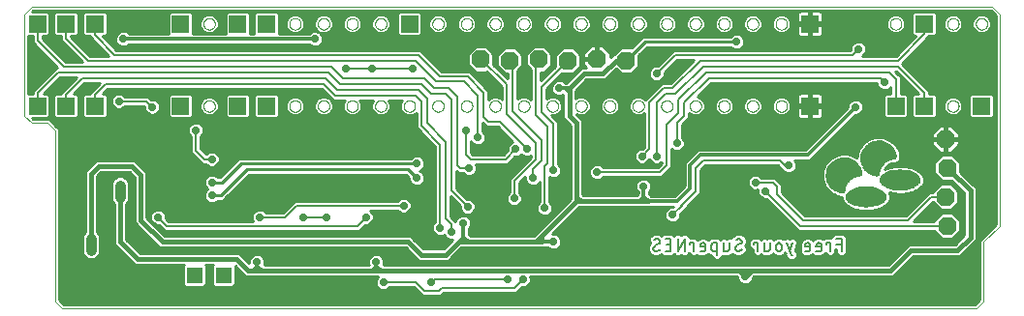
<source format=gbl>
G75*
%MOIN*%
%OFA0B0*%
%FSLAX25Y25*%
%IPPOS*%
%LPD*%
%AMOC8*
5,1,8,0,0,1.08239X$1,22.5*
%
%ADD10C,0.00000*%
%ADD11C,0.00800*%
%ADD12OC8,0.06300*%
%ADD13R,0.05937X0.05937*%
%ADD14C,0.01000*%
%ADD15C,0.02775*%
%ADD16C,0.03169*%
%ADD17R,0.05315X0.05315*%
%ADD18C,0.03600*%
%ADD19C,0.01600*%
%ADD20C,0.01200*%
%ADD21C,0.00500*%
D10*
X0013050Y0005500D02*
X0015550Y0003000D01*
X0330050Y0003000D01*
X0332550Y0005500D01*
X0332550Y0026000D01*
X0338050Y0031500D01*
X0338050Y0104500D01*
X0335550Y0107000D01*
X0005050Y0107000D01*
X0002550Y0104500D01*
X0002550Y0069500D01*
X0005050Y0067000D01*
X0010550Y0067000D01*
X0013050Y0064500D01*
X0013050Y0005500D01*
X0064156Y0072827D02*
X0064158Y0072915D01*
X0064164Y0073003D01*
X0064174Y0073091D01*
X0064188Y0073179D01*
X0064205Y0073265D01*
X0064227Y0073351D01*
X0064252Y0073435D01*
X0064282Y0073519D01*
X0064314Y0073601D01*
X0064351Y0073681D01*
X0064391Y0073760D01*
X0064435Y0073837D01*
X0064482Y0073912D01*
X0064532Y0073984D01*
X0064586Y0074055D01*
X0064642Y0074122D01*
X0064702Y0074188D01*
X0064764Y0074250D01*
X0064830Y0074310D01*
X0064897Y0074366D01*
X0064968Y0074420D01*
X0065040Y0074470D01*
X0065115Y0074517D01*
X0065192Y0074561D01*
X0065271Y0074601D01*
X0065351Y0074638D01*
X0065433Y0074670D01*
X0065517Y0074700D01*
X0065601Y0074725D01*
X0065687Y0074747D01*
X0065773Y0074764D01*
X0065861Y0074778D01*
X0065949Y0074788D01*
X0066037Y0074794D01*
X0066125Y0074796D01*
X0066213Y0074794D01*
X0066301Y0074788D01*
X0066389Y0074778D01*
X0066477Y0074764D01*
X0066563Y0074747D01*
X0066649Y0074725D01*
X0066733Y0074700D01*
X0066817Y0074670D01*
X0066899Y0074638D01*
X0066979Y0074601D01*
X0067058Y0074561D01*
X0067135Y0074517D01*
X0067210Y0074470D01*
X0067282Y0074420D01*
X0067353Y0074366D01*
X0067420Y0074310D01*
X0067486Y0074250D01*
X0067548Y0074188D01*
X0067608Y0074122D01*
X0067664Y0074055D01*
X0067718Y0073984D01*
X0067768Y0073912D01*
X0067815Y0073837D01*
X0067859Y0073760D01*
X0067899Y0073681D01*
X0067936Y0073601D01*
X0067968Y0073519D01*
X0067998Y0073435D01*
X0068023Y0073351D01*
X0068045Y0073265D01*
X0068062Y0073179D01*
X0068076Y0073091D01*
X0068086Y0073003D01*
X0068092Y0072915D01*
X0068094Y0072827D01*
X0068092Y0072739D01*
X0068086Y0072651D01*
X0068076Y0072563D01*
X0068062Y0072475D01*
X0068045Y0072389D01*
X0068023Y0072303D01*
X0067998Y0072219D01*
X0067968Y0072135D01*
X0067936Y0072053D01*
X0067899Y0071973D01*
X0067859Y0071894D01*
X0067815Y0071817D01*
X0067768Y0071742D01*
X0067718Y0071670D01*
X0067664Y0071599D01*
X0067608Y0071532D01*
X0067548Y0071466D01*
X0067486Y0071404D01*
X0067420Y0071344D01*
X0067353Y0071288D01*
X0067282Y0071234D01*
X0067210Y0071184D01*
X0067135Y0071137D01*
X0067058Y0071093D01*
X0066979Y0071053D01*
X0066899Y0071016D01*
X0066817Y0070984D01*
X0066733Y0070954D01*
X0066649Y0070929D01*
X0066563Y0070907D01*
X0066477Y0070890D01*
X0066389Y0070876D01*
X0066301Y0070866D01*
X0066213Y0070860D01*
X0066125Y0070858D01*
X0066037Y0070860D01*
X0065949Y0070866D01*
X0065861Y0070876D01*
X0065773Y0070890D01*
X0065687Y0070907D01*
X0065601Y0070929D01*
X0065517Y0070954D01*
X0065433Y0070984D01*
X0065351Y0071016D01*
X0065271Y0071053D01*
X0065192Y0071093D01*
X0065115Y0071137D01*
X0065040Y0071184D01*
X0064968Y0071234D01*
X0064897Y0071288D01*
X0064830Y0071344D01*
X0064764Y0071404D01*
X0064702Y0071466D01*
X0064642Y0071532D01*
X0064586Y0071599D01*
X0064532Y0071670D01*
X0064482Y0071742D01*
X0064435Y0071817D01*
X0064391Y0071894D01*
X0064351Y0071973D01*
X0064314Y0072053D01*
X0064282Y0072135D01*
X0064252Y0072219D01*
X0064227Y0072303D01*
X0064205Y0072389D01*
X0064188Y0072475D01*
X0064174Y0072563D01*
X0064164Y0072651D01*
X0064158Y0072739D01*
X0064156Y0072827D01*
X0093683Y0072827D02*
X0093685Y0072915D01*
X0093691Y0073003D01*
X0093701Y0073091D01*
X0093715Y0073179D01*
X0093732Y0073265D01*
X0093754Y0073351D01*
X0093779Y0073435D01*
X0093809Y0073519D01*
X0093841Y0073601D01*
X0093878Y0073681D01*
X0093918Y0073760D01*
X0093962Y0073837D01*
X0094009Y0073912D01*
X0094059Y0073984D01*
X0094113Y0074055D01*
X0094169Y0074122D01*
X0094229Y0074188D01*
X0094291Y0074250D01*
X0094357Y0074310D01*
X0094424Y0074366D01*
X0094495Y0074420D01*
X0094567Y0074470D01*
X0094642Y0074517D01*
X0094719Y0074561D01*
X0094798Y0074601D01*
X0094878Y0074638D01*
X0094960Y0074670D01*
X0095044Y0074700D01*
X0095128Y0074725D01*
X0095214Y0074747D01*
X0095300Y0074764D01*
X0095388Y0074778D01*
X0095476Y0074788D01*
X0095564Y0074794D01*
X0095652Y0074796D01*
X0095740Y0074794D01*
X0095828Y0074788D01*
X0095916Y0074778D01*
X0096004Y0074764D01*
X0096090Y0074747D01*
X0096176Y0074725D01*
X0096260Y0074700D01*
X0096344Y0074670D01*
X0096426Y0074638D01*
X0096506Y0074601D01*
X0096585Y0074561D01*
X0096662Y0074517D01*
X0096737Y0074470D01*
X0096809Y0074420D01*
X0096880Y0074366D01*
X0096947Y0074310D01*
X0097013Y0074250D01*
X0097075Y0074188D01*
X0097135Y0074122D01*
X0097191Y0074055D01*
X0097245Y0073984D01*
X0097295Y0073912D01*
X0097342Y0073837D01*
X0097386Y0073760D01*
X0097426Y0073681D01*
X0097463Y0073601D01*
X0097495Y0073519D01*
X0097525Y0073435D01*
X0097550Y0073351D01*
X0097572Y0073265D01*
X0097589Y0073179D01*
X0097603Y0073091D01*
X0097613Y0073003D01*
X0097619Y0072915D01*
X0097621Y0072827D01*
X0097619Y0072739D01*
X0097613Y0072651D01*
X0097603Y0072563D01*
X0097589Y0072475D01*
X0097572Y0072389D01*
X0097550Y0072303D01*
X0097525Y0072219D01*
X0097495Y0072135D01*
X0097463Y0072053D01*
X0097426Y0071973D01*
X0097386Y0071894D01*
X0097342Y0071817D01*
X0097295Y0071742D01*
X0097245Y0071670D01*
X0097191Y0071599D01*
X0097135Y0071532D01*
X0097075Y0071466D01*
X0097013Y0071404D01*
X0096947Y0071344D01*
X0096880Y0071288D01*
X0096809Y0071234D01*
X0096737Y0071184D01*
X0096662Y0071137D01*
X0096585Y0071093D01*
X0096506Y0071053D01*
X0096426Y0071016D01*
X0096344Y0070984D01*
X0096260Y0070954D01*
X0096176Y0070929D01*
X0096090Y0070907D01*
X0096004Y0070890D01*
X0095916Y0070876D01*
X0095828Y0070866D01*
X0095740Y0070860D01*
X0095652Y0070858D01*
X0095564Y0070860D01*
X0095476Y0070866D01*
X0095388Y0070876D01*
X0095300Y0070890D01*
X0095214Y0070907D01*
X0095128Y0070929D01*
X0095044Y0070954D01*
X0094960Y0070984D01*
X0094878Y0071016D01*
X0094798Y0071053D01*
X0094719Y0071093D01*
X0094642Y0071137D01*
X0094567Y0071184D01*
X0094495Y0071234D01*
X0094424Y0071288D01*
X0094357Y0071344D01*
X0094291Y0071404D01*
X0094229Y0071466D01*
X0094169Y0071532D01*
X0094113Y0071599D01*
X0094059Y0071670D01*
X0094009Y0071742D01*
X0093962Y0071817D01*
X0093918Y0071894D01*
X0093878Y0071973D01*
X0093841Y0072053D01*
X0093809Y0072135D01*
X0093779Y0072219D01*
X0093754Y0072303D01*
X0093732Y0072389D01*
X0093715Y0072475D01*
X0093701Y0072563D01*
X0093691Y0072651D01*
X0093685Y0072739D01*
X0093683Y0072827D01*
X0103526Y0072827D02*
X0103528Y0072915D01*
X0103534Y0073003D01*
X0103544Y0073091D01*
X0103558Y0073179D01*
X0103575Y0073265D01*
X0103597Y0073351D01*
X0103622Y0073435D01*
X0103652Y0073519D01*
X0103684Y0073601D01*
X0103721Y0073681D01*
X0103761Y0073760D01*
X0103805Y0073837D01*
X0103852Y0073912D01*
X0103902Y0073984D01*
X0103956Y0074055D01*
X0104012Y0074122D01*
X0104072Y0074188D01*
X0104134Y0074250D01*
X0104200Y0074310D01*
X0104267Y0074366D01*
X0104338Y0074420D01*
X0104410Y0074470D01*
X0104485Y0074517D01*
X0104562Y0074561D01*
X0104641Y0074601D01*
X0104721Y0074638D01*
X0104803Y0074670D01*
X0104887Y0074700D01*
X0104971Y0074725D01*
X0105057Y0074747D01*
X0105143Y0074764D01*
X0105231Y0074778D01*
X0105319Y0074788D01*
X0105407Y0074794D01*
X0105495Y0074796D01*
X0105583Y0074794D01*
X0105671Y0074788D01*
X0105759Y0074778D01*
X0105847Y0074764D01*
X0105933Y0074747D01*
X0106019Y0074725D01*
X0106103Y0074700D01*
X0106187Y0074670D01*
X0106269Y0074638D01*
X0106349Y0074601D01*
X0106428Y0074561D01*
X0106505Y0074517D01*
X0106580Y0074470D01*
X0106652Y0074420D01*
X0106723Y0074366D01*
X0106790Y0074310D01*
X0106856Y0074250D01*
X0106918Y0074188D01*
X0106978Y0074122D01*
X0107034Y0074055D01*
X0107088Y0073984D01*
X0107138Y0073912D01*
X0107185Y0073837D01*
X0107229Y0073760D01*
X0107269Y0073681D01*
X0107306Y0073601D01*
X0107338Y0073519D01*
X0107368Y0073435D01*
X0107393Y0073351D01*
X0107415Y0073265D01*
X0107432Y0073179D01*
X0107446Y0073091D01*
X0107456Y0073003D01*
X0107462Y0072915D01*
X0107464Y0072827D01*
X0107462Y0072739D01*
X0107456Y0072651D01*
X0107446Y0072563D01*
X0107432Y0072475D01*
X0107415Y0072389D01*
X0107393Y0072303D01*
X0107368Y0072219D01*
X0107338Y0072135D01*
X0107306Y0072053D01*
X0107269Y0071973D01*
X0107229Y0071894D01*
X0107185Y0071817D01*
X0107138Y0071742D01*
X0107088Y0071670D01*
X0107034Y0071599D01*
X0106978Y0071532D01*
X0106918Y0071466D01*
X0106856Y0071404D01*
X0106790Y0071344D01*
X0106723Y0071288D01*
X0106652Y0071234D01*
X0106580Y0071184D01*
X0106505Y0071137D01*
X0106428Y0071093D01*
X0106349Y0071053D01*
X0106269Y0071016D01*
X0106187Y0070984D01*
X0106103Y0070954D01*
X0106019Y0070929D01*
X0105933Y0070907D01*
X0105847Y0070890D01*
X0105759Y0070876D01*
X0105671Y0070866D01*
X0105583Y0070860D01*
X0105495Y0070858D01*
X0105407Y0070860D01*
X0105319Y0070866D01*
X0105231Y0070876D01*
X0105143Y0070890D01*
X0105057Y0070907D01*
X0104971Y0070929D01*
X0104887Y0070954D01*
X0104803Y0070984D01*
X0104721Y0071016D01*
X0104641Y0071053D01*
X0104562Y0071093D01*
X0104485Y0071137D01*
X0104410Y0071184D01*
X0104338Y0071234D01*
X0104267Y0071288D01*
X0104200Y0071344D01*
X0104134Y0071404D01*
X0104072Y0071466D01*
X0104012Y0071532D01*
X0103956Y0071599D01*
X0103902Y0071670D01*
X0103852Y0071742D01*
X0103805Y0071817D01*
X0103761Y0071894D01*
X0103721Y0071973D01*
X0103684Y0072053D01*
X0103652Y0072135D01*
X0103622Y0072219D01*
X0103597Y0072303D01*
X0103575Y0072389D01*
X0103558Y0072475D01*
X0103544Y0072563D01*
X0103534Y0072651D01*
X0103528Y0072739D01*
X0103526Y0072827D01*
X0113368Y0072827D02*
X0113370Y0072915D01*
X0113376Y0073003D01*
X0113386Y0073091D01*
X0113400Y0073179D01*
X0113417Y0073265D01*
X0113439Y0073351D01*
X0113464Y0073435D01*
X0113494Y0073519D01*
X0113526Y0073601D01*
X0113563Y0073681D01*
X0113603Y0073760D01*
X0113647Y0073837D01*
X0113694Y0073912D01*
X0113744Y0073984D01*
X0113798Y0074055D01*
X0113854Y0074122D01*
X0113914Y0074188D01*
X0113976Y0074250D01*
X0114042Y0074310D01*
X0114109Y0074366D01*
X0114180Y0074420D01*
X0114252Y0074470D01*
X0114327Y0074517D01*
X0114404Y0074561D01*
X0114483Y0074601D01*
X0114563Y0074638D01*
X0114645Y0074670D01*
X0114729Y0074700D01*
X0114813Y0074725D01*
X0114899Y0074747D01*
X0114985Y0074764D01*
X0115073Y0074778D01*
X0115161Y0074788D01*
X0115249Y0074794D01*
X0115337Y0074796D01*
X0115425Y0074794D01*
X0115513Y0074788D01*
X0115601Y0074778D01*
X0115689Y0074764D01*
X0115775Y0074747D01*
X0115861Y0074725D01*
X0115945Y0074700D01*
X0116029Y0074670D01*
X0116111Y0074638D01*
X0116191Y0074601D01*
X0116270Y0074561D01*
X0116347Y0074517D01*
X0116422Y0074470D01*
X0116494Y0074420D01*
X0116565Y0074366D01*
X0116632Y0074310D01*
X0116698Y0074250D01*
X0116760Y0074188D01*
X0116820Y0074122D01*
X0116876Y0074055D01*
X0116930Y0073984D01*
X0116980Y0073912D01*
X0117027Y0073837D01*
X0117071Y0073760D01*
X0117111Y0073681D01*
X0117148Y0073601D01*
X0117180Y0073519D01*
X0117210Y0073435D01*
X0117235Y0073351D01*
X0117257Y0073265D01*
X0117274Y0073179D01*
X0117288Y0073091D01*
X0117298Y0073003D01*
X0117304Y0072915D01*
X0117306Y0072827D01*
X0117304Y0072739D01*
X0117298Y0072651D01*
X0117288Y0072563D01*
X0117274Y0072475D01*
X0117257Y0072389D01*
X0117235Y0072303D01*
X0117210Y0072219D01*
X0117180Y0072135D01*
X0117148Y0072053D01*
X0117111Y0071973D01*
X0117071Y0071894D01*
X0117027Y0071817D01*
X0116980Y0071742D01*
X0116930Y0071670D01*
X0116876Y0071599D01*
X0116820Y0071532D01*
X0116760Y0071466D01*
X0116698Y0071404D01*
X0116632Y0071344D01*
X0116565Y0071288D01*
X0116494Y0071234D01*
X0116422Y0071184D01*
X0116347Y0071137D01*
X0116270Y0071093D01*
X0116191Y0071053D01*
X0116111Y0071016D01*
X0116029Y0070984D01*
X0115945Y0070954D01*
X0115861Y0070929D01*
X0115775Y0070907D01*
X0115689Y0070890D01*
X0115601Y0070876D01*
X0115513Y0070866D01*
X0115425Y0070860D01*
X0115337Y0070858D01*
X0115249Y0070860D01*
X0115161Y0070866D01*
X0115073Y0070876D01*
X0114985Y0070890D01*
X0114899Y0070907D01*
X0114813Y0070929D01*
X0114729Y0070954D01*
X0114645Y0070984D01*
X0114563Y0071016D01*
X0114483Y0071053D01*
X0114404Y0071093D01*
X0114327Y0071137D01*
X0114252Y0071184D01*
X0114180Y0071234D01*
X0114109Y0071288D01*
X0114042Y0071344D01*
X0113976Y0071404D01*
X0113914Y0071466D01*
X0113854Y0071532D01*
X0113798Y0071599D01*
X0113744Y0071670D01*
X0113694Y0071742D01*
X0113647Y0071817D01*
X0113603Y0071894D01*
X0113563Y0071973D01*
X0113526Y0072053D01*
X0113494Y0072135D01*
X0113464Y0072219D01*
X0113439Y0072303D01*
X0113417Y0072389D01*
X0113400Y0072475D01*
X0113386Y0072563D01*
X0113376Y0072651D01*
X0113370Y0072739D01*
X0113368Y0072827D01*
X0123211Y0072827D02*
X0123213Y0072915D01*
X0123219Y0073003D01*
X0123229Y0073091D01*
X0123243Y0073179D01*
X0123260Y0073265D01*
X0123282Y0073351D01*
X0123307Y0073435D01*
X0123337Y0073519D01*
X0123369Y0073601D01*
X0123406Y0073681D01*
X0123446Y0073760D01*
X0123490Y0073837D01*
X0123537Y0073912D01*
X0123587Y0073984D01*
X0123641Y0074055D01*
X0123697Y0074122D01*
X0123757Y0074188D01*
X0123819Y0074250D01*
X0123885Y0074310D01*
X0123952Y0074366D01*
X0124023Y0074420D01*
X0124095Y0074470D01*
X0124170Y0074517D01*
X0124247Y0074561D01*
X0124326Y0074601D01*
X0124406Y0074638D01*
X0124488Y0074670D01*
X0124572Y0074700D01*
X0124656Y0074725D01*
X0124742Y0074747D01*
X0124828Y0074764D01*
X0124916Y0074778D01*
X0125004Y0074788D01*
X0125092Y0074794D01*
X0125180Y0074796D01*
X0125268Y0074794D01*
X0125356Y0074788D01*
X0125444Y0074778D01*
X0125532Y0074764D01*
X0125618Y0074747D01*
X0125704Y0074725D01*
X0125788Y0074700D01*
X0125872Y0074670D01*
X0125954Y0074638D01*
X0126034Y0074601D01*
X0126113Y0074561D01*
X0126190Y0074517D01*
X0126265Y0074470D01*
X0126337Y0074420D01*
X0126408Y0074366D01*
X0126475Y0074310D01*
X0126541Y0074250D01*
X0126603Y0074188D01*
X0126663Y0074122D01*
X0126719Y0074055D01*
X0126773Y0073984D01*
X0126823Y0073912D01*
X0126870Y0073837D01*
X0126914Y0073760D01*
X0126954Y0073681D01*
X0126991Y0073601D01*
X0127023Y0073519D01*
X0127053Y0073435D01*
X0127078Y0073351D01*
X0127100Y0073265D01*
X0127117Y0073179D01*
X0127131Y0073091D01*
X0127141Y0073003D01*
X0127147Y0072915D01*
X0127149Y0072827D01*
X0127147Y0072739D01*
X0127141Y0072651D01*
X0127131Y0072563D01*
X0127117Y0072475D01*
X0127100Y0072389D01*
X0127078Y0072303D01*
X0127053Y0072219D01*
X0127023Y0072135D01*
X0126991Y0072053D01*
X0126954Y0071973D01*
X0126914Y0071894D01*
X0126870Y0071817D01*
X0126823Y0071742D01*
X0126773Y0071670D01*
X0126719Y0071599D01*
X0126663Y0071532D01*
X0126603Y0071466D01*
X0126541Y0071404D01*
X0126475Y0071344D01*
X0126408Y0071288D01*
X0126337Y0071234D01*
X0126265Y0071184D01*
X0126190Y0071137D01*
X0126113Y0071093D01*
X0126034Y0071053D01*
X0125954Y0071016D01*
X0125872Y0070984D01*
X0125788Y0070954D01*
X0125704Y0070929D01*
X0125618Y0070907D01*
X0125532Y0070890D01*
X0125444Y0070876D01*
X0125356Y0070866D01*
X0125268Y0070860D01*
X0125180Y0070858D01*
X0125092Y0070860D01*
X0125004Y0070866D01*
X0124916Y0070876D01*
X0124828Y0070890D01*
X0124742Y0070907D01*
X0124656Y0070929D01*
X0124572Y0070954D01*
X0124488Y0070984D01*
X0124406Y0071016D01*
X0124326Y0071053D01*
X0124247Y0071093D01*
X0124170Y0071137D01*
X0124095Y0071184D01*
X0124023Y0071234D01*
X0123952Y0071288D01*
X0123885Y0071344D01*
X0123819Y0071404D01*
X0123757Y0071466D01*
X0123697Y0071532D01*
X0123641Y0071599D01*
X0123587Y0071670D01*
X0123537Y0071742D01*
X0123490Y0071817D01*
X0123446Y0071894D01*
X0123406Y0071973D01*
X0123369Y0072053D01*
X0123337Y0072135D01*
X0123307Y0072219D01*
X0123282Y0072303D01*
X0123260Y0072389D01*
X0123243Y0072475D01*
X0123229Y0072563D01*
X0123219Y0072651D01*
X0123213Y0072739D01*
X0123211Y0072827D01*
X0133053Y0072827D02*
X0133055Y0072915D01*
X0133061Y0073003D01*
X0133071Y0073091D01*
X0133085Y0073179D01*
X0133102Y0073265D01*
X0133124Y0073351D01*
X0133149Y0073435D01*
X0133179Y0073519D01*
X0133211Y0073601D01*
X0133248Y0073681D01*
X0133288Y0073760D01*
X0133332Y0073837D01*
X0133379Y0073912D01*
X0133429Y0073984D01*
X0133483Y0074055D01*
X0133539Y0074122D01*
X0133599Y0074188D01*
X0133661Y0074250D01*
X0133727Y0074310D01*
X0133794Y0074366D01*
X0133865Y0074420D01*
X0133937Y0074470D01*
X0134012Y0074517D01*
X0134089Y0074561D01*
X0134168Y0074601D01*
X0134248Y0074638D01*
X0134330Y0074670D01*
X0134414Y0074700D01*
X0134498Y0074725D01*
X0134584Y0074747D01*
X0134670Y0074764D01*
X0134758Y0074778D01*
X0134846Y0074788D01*
X0134934Y0074794D01*
X0135022Y0074796D01*
X0135110Y0074794D01*
X0135198Y0074788D01*
X0135286Y0074778D01*
X0135374Y0074764D01*
X0135460Y0074747D01*
X0135546Y0074725D01*
X0135630Y0074700D01*
X0135714Y0074670D01*
X0135796Y0074638D01*
X0135876Y0074601D01*
X0135955Y0074561D01*
X0136032Y0074517D01*
X0136107Y0074470D01*
X0136179Y0074420D01*
X0136250Y0074366D01*
X0136317Y0074310D01*
X0136383Y0074250D01*
X0136445Y0074188D01*
X0136505Y0074122D01*
X0136561Y0074055D01*
X0136615Y0073984D01*
X0136665Y0073912D01*
X0136712Y0073837D01*
X0136756Y0073760D01*
X0136796Y0073681D01*
X0136833Y0073601D01*
X0136865Y0073519D01*
X0136895Y0073435D01*
X0136920Y0073351D01*
X0136942Y0073265D01*
X0136959Y0073179D01*
X0136973Y0073091D01*
X0136983Y0073003D01*
X0136989Y0072915D01*
X0136991Y0072827D01*
X0136989Y0072739D01*
X0136983Y0072651D01*
X0136973Y0072563D01*
X0136959Y0072475D01*
X0136942Y0072389D01*
X0136920Y0072303D01*
X0136895Y0072219D01*
X0136865Y0072135D01*
X0136833Y0072053D01*
X0136796Y0071973D01*
X0136756Y0071894D01*
X0136712Y0071817D01*
X0136665Y0071742D01*
X0136615Y0071670D01*
X0136561Y0071599D01*
X0136505Y0071532D01*
X0136445Y0071466D01*
X0136383Y0071404D01*
X0136317Y0071344D01*
X0136250Y0071288D01*
X0136179Y0071234D01*
X0136107Y0071184D01*
X0136032Y0071137D01*
X0135955Y0071093D01*
X0135876Y0071053D01*
X0135796Y0071016D01*
X0135714Y0070984D01*
X0135630Y0070954D01*
X0135546Y0070929D01*
X0135460Y0070907D01*
X0135374Y0070890D01*
X0135286Y0070876D01*
X0135198Y0070866D01*
X0135110Y0070860D01*
X0135022Y0070858D01*
X0134934Y0070860D01*
X0134846Y0070866D01*
X0134758Y0070876D01*
X0134670Y0070890D01*
X0134584Y0070907D01*
X0134498Y0070929D01*
X0134414Y0070954D01*
X0134330Y0070984D01*
X0134248Y0071016D01*
X0134168Y0071053D01*
X0134089Y0071093D01*
X0134012Y0071137D01*
X0133937Y0071184D01*
X0133865Y0071234D01*
X0133794Y0071288D01*
X0133727Y0071344D01*
X0133661Y0071404D01*
X0133599Y0071466D01*
X0133539Y0071532D01*
X0133483Y0071599D01*
X0133429Y0071670D01*
X0133379Y0071742D01*
X0133332Y0071817D01*
X0133288Y0071894D01*
X0133248Y0071973D01*
X0133211Y0072053D01*
X0133179Y0072135D01*
X0133149Y0072219D01*
X0133124Y0072303D01*
X0133102Y0072389D01*
X0133085Y0072475D01*
X0133071Y0072563D01*
X0133061Y0072651D01*
X0133055Y0072739D01*
X0133053Y0072827D01*
X0142896Y0072827D02*
X0142898Y0072915D01*
X0142904Y0073003D01*
X0142914Y0073091D01*
X0142928Y0073179D01*
X0142945Y0073265D01*
X0142967Y0073351D01*
X0142992Y0073435D01*
X0143022Y0073519D01*
X0143054Y0073601D01*
X0143091Y0073681D01*
X0143131Y0073760D01*
X0143175Y0073837D01*
X0143222Y0073912D01*
X0143272Y0073984D01*
X0143326Y0074055D01*
X0143382Y0074122D01*
X0143442Y0074188D01*
X0143504Y0074250D01*
X0143570Y0074310D01*
X0143637Y0074366D01*
X0143708Y0074420D01*
X0143780Y0074470D01*
X0143855Y0074517D01*
X0143932Y0074561D01*
X0144011Y0074601D01*
X0144091Y0074638D01*
X0144173Y0074670D01*
X0144257Y0074700D01*
X0144341Y0074725D01*
X0144427Y0074747D01*
X0144513Y0074764D01*
X0144601Y0074778D01*
X0144689Y0074788D01*
X0144777Y0074794D01*
X0144865Y0074796D01*
X0144953Y0074794D01*
X0145041Y0074788D01*
X0145129Y0074778D01*
X0145217Y0074764D01*
X0145303Y0074747D01*
X0145389Y0074725D01*
X0145473Y0074700D01*
X0145557Y0074670D01*
X0145639Y0074638D01*
X0145719Y0074601D01*
X0145798Y0074561D01*
X0145875Y0074517D01*
X0145950Y0074470D01*
X0146022Y0074420D01*
X0146093Y0074366D01*
X0146160Y0074310D01*
X0146226Y0074250D01*
X0146288Y0074188D01*
X0146348Y0074122D01*
X0146404Y0074055D01*
X0146458Y0073984D01*
X0146508Y0073912D01*
X0146555Y0073837D01*
X0146599Y0073760D01*
X0146639Y0073681D01*
X0146676Y0073601D01*
X0146708Y0073519D01*
X0146738Y0073435D01*
X0146763Y0073351D01*
X0146785Y0073265D01*
X0146802Y0073179D01*
X0146816Y0073091D01*
X0146826Y0073003D01*
X0146832Y0072915D01*
X0146834Y0072827D01*
X0146832Y0072739D01*
X0146826Y0072651D01*
X0146816Y0072563D01*
X0146802Y0072475D01*
X0146785Y0072389D01*
X0146763Y0072303D01*
X0146738Y0072219D01*
X0146708Y0072135D01*
X0146676Y0072053D01*
X0146639Y0071973D01*
X0146599Y0071894D01*
X0146555Y0071817D01*
X0146508Y0071742D01*
X0146458Y0071670D01*
X0146404Y0071599D01*
X0146348Y0071532D01*
X0146288Y0071466D01*
X0146226Y0071404D01*
X0146160Y0071344D01*
X0146093Y0071288D01*
X0146022Y0071234D01*
X0145950Y0071184D01*
X0145875Y0071137D01*
X0145798Y0071093D01*
X0145719Y0071053D01*
X0145639Y0071016D01*
X0145557Y0070984D01*
X0145473Y0070954D01*
X0145389Y0070929D01*
X0145303Y0070907D01*
X0145217Y0070890D01*
X0145129Y0070876D01*
X0145041Y0070866D01*
X0144953Y0070860D01*
X0144865Y0070858D01*
X0144777Y0070860D01*
X0144689Y0070866D01*
X0144601Y0070876D01*
X0144513Y0070890D01*
X0144427Y0070907D01*
X0144341Y0070929D01*
X0144257Y0070954D01*
X0144173Y0070984D01*
X0144091Y0071016D01*
X0144011Y0071053D01*
X0143932Y0071093D01*
X0143855Y0071137D01*
X0143780Y0071184D01*
X0143708Y0071234D01*
X0143637Y0071288D01*
X0143570Y0071344D01*
X0143504Y0071404D01*
X0143442Y0071466D01*
X0143382Y0071532D01*
X0143326Y0071599D01*
X0143272Y0071670D01*
X0143222Y0071742D01*
X0143175Y0071817D01*
X0143131Y0071894D01*
X0143091Y0071973D01*
X0143054Y0072053D01*
X0143022Y0072135D01*
X0142992Y0072219D01*
X0142967Y0072303D01*
X0142945Y0072389D01*
X0142928Y0072475D01*
X0142914Y0072563D01*
X0142904Y0072651D01*
X0142898Y0072739D01*
X0142896Y0072827D01*
X0152738Y0072827D02*
X0152740Y0072915D01*
X0152746Y0073003D01*
X0152756Y0073091D01*
X0152770Y0073179D01*
X0152787Y0073265D01*
X0152809Y0073351D01*
X0152834Y0073435D01*
X0152864Y0073519D01*
X0152896Y0073601D01*
X0152933Y0073681D01*
X0152973Y0073760D01*
X0153017Y0073837D01*
X0153064Y0073912D01*
X0153114Y0073984D01*
X0153168Y0074055D01*
X0153224Y0074122D01*
X0153284Y0074188D01*
X0153346Y0074250D01*
X0153412Y0074310D01*
X0153479Y0074366D01*
X0153550Y0074420D01*
X0153622Y0074470D01*
X0153697Y0074517D01*
X0153774Y0074561D01*
X0153853Y0074601D01*
X0153933Y0074638D01*
X0154015Y0074670D01*
X0154099Y0074700D01*
X0154183Y0074725D01*
X0154269Y0074747D01*
X0154355Y0074764D01*
X0154443Y0074778D01*
X0154531Y0074788D01*
X0154619Y0074794D01*
X0154707Y0074796D01*
X0154795Y0074794D01*
X0154883Y0074788D01*
X0154971Y0074778D01*
X0155059Y0074764D01*
X0155145Y0074747D01*
X0155231Y0074725D01*
X0155315Y0074700D01*
X0155399Y0074670D01*
X0155481Y0074638D01*
X0155561Y0074601D01*
X0155640Y0074561D01*
X0155717Y0074517D01*
X0155792Y0074470D01*
X0155864Y0074420D01*
X0155935Y0074366D01*
X0156002Y0074310D01*
X0156068Y0074250D01*
X0156130Y0074188D01*
X0156190Y0074122D01*
X0156246Y0074055D01*
X0156300Y0073984D01*
X0156350Y0073912D01*
X0156397Y0073837D01*
X0156441Y0073760D01*
X0156481Y0073681D01*
X0156518Y0073601D01*
X0156550Y0073519D01*
X0156580Y0073435D01*
X0156605Y0073351D01*
X0156627Y0073265D01*
X0156644Y0073179D01*
X0156658Y0073091D01*
X0156668Y0073003D01*
X0156674Y0072915D01*
X0156676Y0072827D01*
X0156674Y0072739D01*
X0156668Y0072651D01*
X0156658Y0072563D01*
X0156644Y0072475D01*
X0156627Y0072389D01*
X0156605Y0072303D01*
X0156580Y0072219D01*
X0156550Y0072135D01*
X0156518Y0072053D01*
X0156481Y0071973D01*
X0156441Y0071894D01*
X0156397Y0071817D01*
X0156350Y0071742D01*
X0156300Y0071670D01*
X0156246Y0071599D01*
X0156190Y0071532D01*
X0156130Y0071466D01*
X0156068Y0071404D01*
X0156002Y0071344D01*
X0155935Y0071288D01*
X0155864Y0071234D01*
X0155792Y0071184D01*
X0155717Y0071137D01*
X0155640Y0071093D01*
X0155561Y0071053D01*
X0155481Y0071016D01*
X0155399Y0070984D01*
X0155315Y0070954D01*
X0155231Y0070929D01*
X0155145Y0070907D01*
X0155059Y0070890D01*
X0154971Y0070876D01*
X0154883Y0070866D01*
X0154795Y0070860D01*
X0154707Y0070858D01*
X0154619Y0070860D01*
X0154531Y0070866D01*
X0154443Y0070876D01*
X0154355Y0070890D01*
X0154269Y0070907D01*
X0154183Y0070929D01*
X0154099Y0070954D01*
X0154015Y0070984D01*
X0153933Y0071016D01*
X0153853Y0071053D01*
X0153774Y0071093D01*
X0153697Y0071137D01*
X0153622Y0071184D01*
X0153550Y0071234D01*
X0153479Y0071288D01*
X0153412Y0071344D01*
X0153346Y0071404D01*
X0153284Y0071466D01*
X0153224Y0071532D01*
X0153168Y0071599D01*
X0153114Y0071670D01*
X0153064Y0071742D01*
X0153017Y0071817D01*
X0152973Y0071894D01*
X0152933Y0071973D01*
X0152896Y0072053D01*
X0152864Y0072135D01*
X0152834Y0072219D01*
X0152809Y0072303D01*
X0152787Y0072389D01*
X0152770Y0072475D01*
X0152756Y0072563D01*
X0152746Y0072651D01*
X0152740Y0072739D01*
X0152738Y0072827D01*
X0162581Y0072827D02*
X0162583Y0072915D01*
X0162589Y0073003D01*
X0162599Y0073091D01*
X0162613Y0073179D01*
X0162630Y0073265D01*
X0162652Y0073351D01*
X0162677Y0073435D01*
X0162707Y0073519D01*
X0162739Y0073601D01*
X0162776Y0073681D01*
X0162816Y0073760D01*
X0162860Y0073837D01*
X0162907Y0073912D01*
X0162957Y0073984D01*
X0163011Y0074055D01*
X0163067Y0074122D01*
X0163127Y0074188D01*
X0163189Y0074250D01*
X0163255Y0074310D01*
X0163322Y0074366D01*
X0163393Y0074420D01*
X0163465Y0074470D01*
X0163540Y0074517D01*
X0163617Y0074561D01*
X0163696Y0074601D01*
X0163776Y0074638D01*
X0163858Y0074670D01*
X0163942Y0074700D01*
X0164026Y0074725D01*
X0164112Y0074747D01*
X0164198Y0074764D01*
X0164286Y0074778D01*
X0164374Y0074788D01*
X0164462Y0074794D01*
X0164550Y0074796D01*
X0164638Y0074794D01*
X0164726Y0074788D01*
X0164814Y0074778D01*
X0164902Y0074764D01*
X0164988Y0074747D01*
X0165074Y0074725D01*
X0165158Y0074700D01*
X0165242Y0074670D01*
X0165324Y0074638D01*
X0165404Y0074601D01*
X0165483Y0074561D01*
X0165560Y0074517D01*
X0165635Y0074470D01*
X0165707Y0074420D01*
X0165778Y0074366D01*
X0165845Y0074310D01*
X0165911Y0074250D01*
X0165973Y0074188D01*
X0166033Y0074122D01*
X0166089Y0074055D01*
X0166143Y0073984D01*
X0166193Y0073912D01*
X0166240Y0073837D01*
X0166284Y0073760D01*
X0166324Y0073681D01*
X0166361Y0073601D01*
X0166393Y0073519D01*
X0166423Y0073435D01*
X0166448Y0073351D01*
X0166470Y0073265D01*
X0166487Y0073179D01*
X0166501Y0073091D01*
X0166511Y0073003D01*
X0166517Y0072915D01*
X0166519Y0072827D01*
X0166517Y0072739D01*
X0166511Y0072651D01*
X0166501Y0072563D01*
X0166487Y0072475D01*
X0166470Y0072389D01*
X0166448Y0072303D01*
X0166423Y0072219D01*
X0166393Y0072135D01*
X0166361Y0072053D01*
X0166324Y0071973D01*
X0166284Y0071894D01*
X0166240Y0071817D01*
X0166193Y0071742D01*
X0166143Y0071670D01*
X0166089Y0071599D01*
X0166033Y0071532D01*
X0165973Y0071466D01*
X0165911Y0071404D01*
X0165845Y0071344D01*
X0165778Y0071288D01*
X0165707Y0071234D01*
X0165635Y0071184D01*
X0165560Y0071137D01*
X0165483Y0071093D01*
X0165404Y0071053D01*
X0165324Y0071016D01*
X0165242Y0070984D01*
X0165158Y0070954D01*
X0165074Y0070929D01*
X0164988Y0070907D01*
X0164902Y0070890D01*
X0164814Y0070876D01*
X0164726Y0070866D01*
X0164638Y0070860D01*
X0164550Y0070858D01*
X0164462Y0070860D01*
X0164374Y0070866D01*
X0164286Y0070876D01*
X0164198Y0070890D01*
X0164112Y0070907D01*
X0164026Y0070929D01*
X0163942Y0070954D01*
X0163858Y0070984D01*
X0163776Y0071016D01*
X0163696Y0071053D01*
X0163617Y0071093D01*
X0163540Y0071137D01*
X0163465Y0071184D01*
X0163393Y0071234D01*
X0163322Y0071288D01*
X0163255Y0071344D01*
X0163189Y0071404D01*
X0163127Y0071466D01*
X0163067Y0071532D01*
X0163011Y0071599D01*
X0162957Y0071670D01*
X0162907Y0071742D01*
X0162860Y0071817D01*
X0162816Y0071894D01*
X0162776Y0071973D01*
X0162739Y0072053D01*
X0162707Y0072135D01*
X0162677Y0072219D01*
X0162652Y0072303D01*
X0162630Y0072389D01*
X0162613Y0072475D01*
X0162599Y0072563D01*
X0162589Y0072651D01*
X0162583Y0072739D01*
X0162581Y0072827D01*
X0172424Y0072827D02*
X0172426Y0072915D01*
X0172432Y0073003D01*
X0172442Y0073091D01*
X0172456Y0073179D01*
X0172473Y0073265D01*
X0172495Y0073351D01*
X0172520Y0073435D01*
X0172550Y0073519D01*
X0172582Y0073601D01*
X0172619Y0073681D01*
X0172659Y0073760D01*
X0172703Y0073837D01*
X0172750Y0073912D01*
X0172800Y0073984D01*
X0172854Y0074055D01*
X0172910Y0074122D01*
X0172970Y0074188D01*
X0173032Y0074250D01*
X0173098Y0074310D01*
X0173165Y0074366D01*
X0173236Y0074420D01*
X0173308Y0074470D01*
X0173383Y0074517D01*
X0173460Y0074561D01*
X0173539Y0074601D01*
X0173619Y0074638D01*
X0173701Y0074670D01*
X0173785Y0074700D01*
X0173869Y0074725D01*
X0173955Y0074747D01*
X0174041Y0074764D01*
X0174129Y0074778D01*
X0174217Y0074788D01*
X0174305Y0074794D01*
X0174393Y0074796D01*
X0174481Y0074794D01*
X0174569Y0074788D01*
X0174657Y0074778D01*
X0174745Y0074764D01*
X0174831Y0074747D01*
X0174917Y0074725D01*
X0175001Y0074700D01*
X0175085Y0074670D01*
X0175167Y0074638D01*
X0175247Y0074601D01*
X0175326Y0074561D01*
X0175403Y0074517D01*
X0175478Y0074470D01*
X0175550Y0074420D01*
X0175621Y0074366D01*
X0175688Y0074310D01*
X0175754Y0074250D01*
X0175816Y0074188D01*
X0175876Y0074122D01*
X0175932Y0074055D01*
X0175986Y0073984D01*
X0176036Y0073912D01*
X0176083Y0073837D01*
X0176127Y0073760D01*
X0176167Y0073681D01*
X0176204Y0073601D01*
X0176236Y0073519D01*
X0176266Y0073435D01*
X0176291Y0073351D01*
X0176313Y0073265D01*
X0176330Y0073179D01*
X0176344Y0073091D01*
X0176354Y0073003D01*
X0176360Y0072915D01*
X0176362Y0072827D01*
X0176360Y0072739D01*
X0176354Y0072651D01*
X0176344Y0072563D01*
X0176330Y0072475D01*
X0176313Y0072389D01*
X0176291Y0072303D01*
X0176266Y0072219D01*
X0176236Y0072135D01*
X0176204Y0072053D01*
X0176167Y0071973D01*
X0176127Y0071894D01*
X0176083Y0071817D01*
X0176036Y0071742D01*
X0175986Y0071670D01*
X0175932Y0071599D01*
X0175876Y0071532D01*
X0175816Y0071466D01*
X0175754Y0071404D01*
X0175688Y0071344D01*
X0175621Y0071288D01*
X0175550Y0071234D01*
X0175478Y0071184D01*
X0175403Y0071137D01*
X0175326Y0071093D01*
X0175247Y0071053D01*
X0175167Y0071016D01*
X0175085Y0070984D01*
X0175001Y0070954D01*
X0174917Y0070929D01*
X0174831Y0070907D01*
X0174745Y0070890D01*
X0174657Y0070876D01*
X0174569Y0070866D01*
X0174481Y0070860D01*
X0174393Y0070858D01*
X0174305Y0070860D01*
X0174217Y0070866D01*
X0174129Y0070876D01*
X0174041Y0070890D01*
X0173955Y0070907D01*
X0173869Y0070929D01*
X0173785Y0070954D01*
X0173701Y0070984D01*
X0173619Y0071016D01*
X0173539Y0071053D01*
X0173460Y0071093D01*
X0173383Y0071137D01*
X0173308Y0071184D01*
X0173236Y0071234D01*
X0173165Y0071288D01*
X0173098Y0071344D01*
X0173032Y0071404D01*
X0172970Y0071466D01*
X0172910Y0071532D01*
X0172854Y0071599D01*
X0172800Y0071670D01*
X0172750Y0071742D01*
X0172703Y0071817D01*
X0172659Y0071894D01*
X0172619Y0071973D01*
X0172582Y0072053D01*
X0172550Y0072135D01*
X0172520Y0072219D01*
X0172495Y0072303D01*
X0172473Y0072389D01*
X0172456Y0072475D01*
X0172442Y0072563D01*
X0172432Y0072651D01*
X0172426Y0072739D01*
X0172424Y0072827D01*
X0182266Y0072827D02*
X0182268Y0072915D01*
X0182274Y0073003D01*
X0182284Y0073091D01*
X0182298Y0073179D01*
X0182315Y0073265D01*
X0182337Y0073351D01*
X0182362Y0073435D01*
X0182392Y0073519D01*
X0182424Y0073601D01*
X0182461Y0073681D01*
X0182501Y0073760D01*
X0182545Y0073837D01*
X0182592Y0073912D01*
X0182642Y0073984D01*
X0182696Y0074055D01*
X0182752Y0074122D01*
X0182812Y0074188D01*
X0182874Y0074250D01*
X0182940Y0074310D01*
X0183007Y0074366D01*
X0183078Y0074420D01*
X0183150Y0074470D01*
X0183225Y0074517D01*
X0183302Y0074561D01*
X0183381Y0074601D01*
X0183461Y0074638D01*
X0183543Y0074670D01*
X0183627Y0074700D01*
X0183711Y0074725D01*
X0183797Y0074747D01*
X0183883Y0074764D01*
X0183971Y0074778D01*
X0184059Y0074788D01*
X0184147Y0074794D01*
X0184235Y0074796D01*
X0184323Y0074794D01*
X0184411Y0074788D01*
X0184499Y0074778D01*
X0184587Y0074764D01*
X0184673Y0074747D01*
X0184759Y0074725D01*
X0184843Y0074700D01*
X0184927Y0074670D01*
X0185009Y0074638D01*
X0185089Y0074601D01*
X0185168Y0074561D01*
X0185245Y0074517D01*
X0185320Y0074470D01*
X0185392Y0074420D01*
X0185463Y0074366D01*
X0185530Y0074310D01*
X0185596Y0074250D01*
X0185658Y0074188D01*
X0185718Y0074122D01*
X0185774Y0074055D01*
X0185828Y0073984D01*
X0185878Y0073912D01*
X0185925Y0073837D01*
X0185969Y0073760D01*
X0186009Y0073681D01*
X0186046Y0073601D01*
X0186078Y0073519D01*
X0186108Y0073435D01*
X0186133Y0073351D01*
X0186155Y0073265D01*
X0186172Y0073179D01*
X0186186Y0073091D01*
X0186196Y0073003D01*
X0186202Y0072915D01*
X0186204Y0072827D01*
X0186202Y0072739D01*
X0186196Y0072651D01*
X0186186Y0072563D01*
X0186172Y0072475D01*
X0186155Y0072389D01*
X0186133Y0072303D01*
X0186108Y0072219D01*
X0186078Y0072135D01*
X0186046Y0072053D01*
X0186009Y0071973D01*
X0185969Y0071894D01*
X0185925Y0071817D01*
X0185878Y0071742D01*
X0185828Y0071670D01*
X0185774Y0071599D01*
X0185718Y0071532D01*
X0185658Y0071466D01*
X0185596Y0071404D01*
X0185530Y0071344D01*
X0185463Y0071288D01*
X0185392Y0071234D01*
X0185320Y0071184D01*
X0185245Y0071137D01*
X0185168Y0071093D01*
X0185089Y0071053D01*
X0185009Y0071016D01*
X0184927Y0070984D01*
X0184843Y0070954D01*
X0184759Y0070929D01*
X0184673Y0070907D01*
X0184587Y0070890D01*
X0184499Y0070876D01*
X0184411Y0070866D01*
X0184323Y0070860D01*
X0184235Y0070858D01*
X0184147Y0070860D01*
X0184059Y0070866D01*
X0183971Y0070876D01*
X0183883Y0070890D01*
X0183797Y0070907D01*
X0183711Y0070929D01*
X0183627Y0070954D01*
X0183543Y0070984D01*
X0183461Y0071016D01*
X0183381Y0071053D01*
X0183302Y0071093D01*
X0183225Y0071137D01*
X0183150Y0071184D01*
X0183078Y0071234D01*
X0183007Y0071288D01*
X0182940Y0071344D01*
X0182874Y0071404D01*
X0182812Y0071466D01*
X0182752Y0071532D01*
X0182696Y0071599D01*
X0182642Y0071670D01*
X0182592Y0071742D01*
X0182545Y0071817D01*
X0182501Y0071894D01*
X0182461Y0071973D01*
X0182424Y0072053D01*
X0182392Y0072135D01*
X0182362Y0072219D01*
X0182337Y0072303D01*
X0182315Y0072389D01*
X0182298Y0072475D01*
X0182284Y0072563D01*
X0182274Y0072651D01*
X0182268Y0072739D01*
X0182266Y0072827D01*
X0192109Y0072827D02*
X0192111Y0072915D01*
X0192117Y0073003D01*
X0192127Y0073091D01*
X0192141Y0073179D01*
X0192158Y0073265D01*
X0192180Y0073351D01*
X0192205Y0073435D01*
X0192235Y0073519D01*
X0192267Y0073601D01*
X0192304Y0073681D01*
X0192344Y0073760D01*
X0192388Y0073837D01*
X0192435Y0073912D01*
X0192485Y0073984D01*
X0192539Y0074055D01*
X0192595Y0074122D01*
X0192655Y0074188D01*
X0192717Y0074250D01*
X0192783Y0074310D01*
X0192850Y0074366D01*
X0192921Y0074420D01*
X0192993Y0074470D01*
X0193068Y0074517D01*
X0193145Y0074561D01*
X0193224Y0074601D01*
X0193304Y0074638D01*
X0193386Y0074670D01*
X0193470Y0074700D01*
X0193554Y0074725D01*
X0193640Y0074747D01*
X0193726Y0074764D01*
X0193814Y0074778D01*
X0193902Y0074788D01*
X0193990Y0074794D01*
X0194078Y0074796D01*
X0194166Y0074794D01*
X0194254Y0074788D01*
X0194342Y0074778D01*
X0194430Y0074764D01*
X0194516Y0074747D01*
X0194602Y0074725D01*
X0194686Y0074700D01*
X0194770Y0074670D01*
X0194852Y0074638D01*
X0194932Y0074601D01*
X0195011Y0074561D01*
X0195088Y0074517D01*
X0195163Y0074470D01*
X0195235Y0074420D01*
X0195306Y0074366D01*
X0195373Y0074310D01*
X0195439Y0074250D01*
X0195501Y0074188D01*
X0195561Y0074122D01*
X0195617Y0074055D01*
X0195671Y0073984D01*
X0195721Y0073912D01*
X0195768Y0073837D01*
X0195812Y0073760D01*
X0195852Y0073681D01*
X0195889Y0073601D01*
X0195921Y0073519D01*
X0195951Y0073435D01*
X0195976Y0073351D01*
X0195998Y0073265D01*
X0196015Y0073179D01*
X0196029Y0073091D01*
X0196039Y0073003D01*
X0196045Y0072915D01*
X0196047Y0072827D01*
X0196045Y0072739D01*
X0196039Y0072651D01*
X0196029Y0072563D01*
X0196015Y0072475D01*
X0195998Y0072389D01*
X0195976Y0072303D01*
X0195951Y0072219D01*
X0195921Y0072135D01*
X0195889Y0072053D01*
X0195852Y0071973D01*
X0195812Y0071894D01*
X0195768Y0071817D01*
X0195721Y0071742D01*
X0195671Y0071670D01*
X0195617Y0071599D01*
X0195561Y0071532D01*
X0195501Y0071466D01*
X0195439Y0071404D01*
X0195373Y0071344D01*
X0195306Y0071288D01*
X0195235Y0071234D01*
X0195163Y0071184D01*
X0195088Y0071137D01*
X0195011Y0071093D01*
X0194932Y0071053D01*
X0194852Y0071016D01*
X0194770Y0070984D01*
X0194686Y0070954D01*
X0194602Y0070929D01*
X0194516Y0070907D01*
X0194430Y0070890D01*
X0194342Y0070876D01*
X0194254Y0070866D01*
X0194166Y0070860D01*
X0194078Y0070858D01*
X0193990Y0070860D01*
X0193902Y0070866D01*
X0193814Y0070876D01*
X0193726Y0070890D01*
X0193640Y0070907D01*
X0193554Y0070929D01*
X0193470Y0070954D01*
X0193386Y0070984D01*
X0193304Y0071016D01*
X0193224Y0071053D01*
X0193145Y0071093D01*
X0193068Y0071137D01*
X0192993Y0071184D01*
X0192921Y0071234D01*
X0192850Y0071288D01*
X0192783Y0071344D01*
X0192717Y0071404D01*
X0192655Y0071466D01*
X0192595Y0071532D01*
X0192539Y0071599D01*
X0192485Y0071670D01*
X0192435Y0071742D01*
X0192388Y0071817D01*
X0192344Y0071894D01*
X0192304Y0071973D01*
X0192267Y0072053D01*
X0192235Y0072135D01*
X0192205Y0072219D01*
X0192180Y0072303D01*
X0192158Y0072389D01*
X0192141Y0072475D01*
X0192127Y0072563D01*
X0192117Y0072651D01*
X0192111Y0072739D01*
X0192109Y0072827D01*
X0201951Y0072827D02*
X0201953Y0072915D01*
X0201959Y0073003D01*
X0201969Y0073091D01*
X0201983Y0073179D01*
X0202000Y0073265D01*
X0202022Y0073351D01*
X0202047Y0073435D01*
X0202077Y0073519D01*
X0202109Y0073601D01*
X0202146Y0073681D01*
X0202186Y0073760D01*
X0202230Y0073837D01*
X0202277Y0073912D01*
X0202327Y0073984D01*
X0202381Y0074055D01*
X0202437Y0074122D01*
X0202497Y0074188D01*
X0202559Y0074250D01*
X0202625Y0074310D01*
X0202692Y0074366D01*
X0202763Y0074420D01*
X0202835Y0074470D01*
X0202910Y0074517D01*
X0202987Y0074561D01*
X0203066Y0074601D01*
X0203146Y0074638D01*
X0203228Y0074670D01*
X0203312Y0074700D01*
X0203396Y0074725D01*
X0203482Y0074747D01*
X0203568Y0074764D01*
X0203656Y0074778D01*
X0203744Y0074788D01*
X0203832Y0074794D01*
X0203920Y0074796D01*
X0204008Y0074794D01*
X0204096Y0074788D01*
X0204184Y0074778D01*
X0204272Y0074764D01*
X0204358Y0074747D01*
X0204444Y0074725D01*
X0204528Y0074700D01*
X0204612Y0074670D01*
X0204694Y0074638D01*
X0204774Y0074601D01*
X0204853Y0074561D01*
X0204930Y0074517D01*
X0205005Y0074470D01*
X0205077Y0074420D01*
X0205148Y0074366D01*
X0205215Y0074310D01*
X0205281Y0074250D01*
X0205343Y0074188D01*
X0205403Y0074122D01*
X0205459Y0074055D01*
X0205513Y0073984D01*
X0205563Y0073912D01*
X0205610Y0073837D01*
X0205654Y0073760D01*
X0205694Y0073681D01*
X0205731Y0073601D01*
X0205763Y0073519D01*
X0205793Y0073435D01*
X0205818Y0073351D01*
X0205840Y0073265D01*
X0205857Y0073179D01*
X0205871Y0073091D01*
X0205881Y0073003D01*
X0205887Y0072915D01*
X0205889Y0072827D01*
X0205887Y0072739D01*
X0205881Y0072651D01*
X0205871Y0072563D01*
X0205857Y0072475D01*
X0205840Y0072389D01*
X0205818Y0072303D01*
X0205793Y0072219D01*
X0205763Y0072135D01*
X0205731Y0072053D01*
X0205694Y0071973D01*
X0205654Y0071894D01*
X0205610Y0071817D01*
X0205563Y0071742D01*
X0205513Y0071670D01*
X0205459Y0071599D01*
X0205403Y0071532D01*
X0205343Y0071466D01*
X0205281Y0071404D01*
X0205215Y0071344D01*
X0205148Y0071288D01*
X0205077Y0071234D01*
X0205005Y0071184D01*
X0204930Y0071137D01*
X0204853Y0071093D01*
X0204774Y0071053D01*
X0204694Y0071016D01*
X0204612Y0070984D01*
X0204528Y0070954D01*
X0204444Y0070929D01*
X0204358Y0070907D01*
X0204272Y0070890D01*
X0204184Y0070876D01*
X0204096Y0070866D01*
X0204008Y0070860D01*
X0203920Y0070858D01*
X0203832Y0070860D01*
X0203744Y0070866D01*
X0203656Y0070876D01*
X0203568Y0070890D01*
X0203482Y0070907D01*
X0203396Y0070929D01*
X0203312Y0070954D01*
X0203228Y0070984D01*
X0203146Y0071016D01*
X0203066Y0071053D01*
X0202987Y0071093D01*
X0202910Y0071137D01*
X0202835Y0071184D01*
X0202763Y0071234D01*
X0202692Y0071288D01*
X0202625Y0071344D01*
X0202559Y0071404D01*
X0202497Y0071466D01*
X0202437Y0071532D01*
X0202381Y0071599D01*
X0202327Y0071670D01*
X0202277Y0071742D01*
X0202230Y0071817D01*
X0202186Y0071894D01*
X0202146Y0071973D01*
X0202109Y0072053D01*
X0202077Y0072135D01*
X0202047Y0072219D01*
X0202022Y0072303D01*
X0202000Y0072389D01*
X0201983Y0072475D01*
X0201969Y0072563D01*
X0201959Y0072651D01*
X0201953Y0072739D01*
X0201951Y0072827D01*
X0211794Y0072827D02*
X0211796Y0072915D01*
X0211802Y0073003D01*
X0211812Y0073091D01*
X0211826Y0073179D01*
X0211843Y0073265D01*
X0211865Y0073351D01*
X0211890Y0073435D01*
X0211920Y0073519D01*
X0211952Y0073601D01*
X0211989Y0073681D01*
X0212029Y0073760D01*
X0212073Y0073837D01*
X0212120Y0073912D01*
X0212170Y0073984D01*
X0212224Y0074055D01*
X0212280Y0074122D01*
X0212340Y0074188D01*
X0212402Y0074250D01*
X0212468Y0074310D01*
X0212535Y0074366D01*
X0212606Y0074420D01*
X0212678Y0074470D01*
X0212753Y0074517D01*
X0212830Y0074561D01*
X0212909Y0074601D01*
X0212989Y0074638D01*
X0213071Y0074670D01*
X0213155Y0074700D01*
X0213239Y0074725D01*
X0213325Y0074747D01*
X0213411Y0074764D01*
X0213499Y0074778D01*
X0213587Y0074788D01*
X0213675Y0074794D01*
X0213763Y0074796D01*
X0213851Y0074794D01*
X0213939Y0074788D01*
X0214027Y0074778D01*
X0214115Y0074764D01*
X0214201Y0074747D01*
X0214287Y0074725D01*
X0214371Y0074700D01*
X0214455Y0074670D01*
X0214537Y0074638D01*
X0214617Y0074601D01*
X0214696Y0074561D01*
X0214773Y0074517D01*
X0214848Y0074470D01*
X0214920Y0074420D01*
X0214991Y0074366D01*
X0215058Y0074310D01*
X0215124Y0074250D01*
X0215186Y0074188D01*
X0215246Y0074122D01*
X0215302Y0074055D01*
X0215356Y0073984D01*
X0215406Y0073912D01*
X0215453Y0073837D01*
X0215497Y0073760D01*
X0215537Y0073681D01*
X0215574Y0073601D01*
X0215606Y0073519D01*
X0215636Y0073435D01*
X0215661Y0073351D01*
X0215683Y0073265D01*
X0215700Y0073179D01*
X0215714Y0073091D01*
X0215724Y0073003D01*
X0215730Y0072915D01*
X0215732Y0072827D01*
X0215730Y0072739D01*
X0215724Y0072651D01*
X0215714Y0072563D01*
X0215700Y0072475D01*
X0215683Y0072389D01*
X0215661Y0072303D01*
X0215636Y0072219D01*
X0215606Y0072135D01*
X0215574Y0072053D01*
X0215537Y0071973D01*
X0215497Y0071894D01*
X0215453Y0071817D01*
X0215406Y0071742D01*
X0215356Y0071670D01*
X0215302Y0071599D01*
X0215246Y0071532D01*
X0215186Y0071466D01*
X0215124Y0071404D01*
X0215058Y0071344D01*
X0214991Y0071288D01*
X0214920Y0071234D01*
X0214848Y0071184D01*
X0214773Y0071137D01*
X0214696Y0071093D01*
X0214617Y0071053D01*
X0214537Y0071016D01*
X0214455Y0070984D01*
X0214371Y0070954D01*
X0214287Y0070929D01*
X0214201Y0070907D01*
X0214115Y0070890D01*
X0214027Y0070876D01*
X0213939Y0070866D01*
X0213851Y0070860D01*
X0213763Y0070858D01*
X0213675Y0070860D01*
X0213587Y0070866D01*
X0213499Y0070876D01*
X0213411Y0070890D01*
X0213325Y0070907D01*
X0213239Y0070929D01*
X0213155Y0070954D01*
X0213071Y0070984D01*
X0212989Y0071016D01*
X0212909Y0071053D01*
X0212830Y0071093D01*
X0212753Y0071137D01*
X0212678Y0071184D01*
X0212606Y0071234D01*
X0212535Y0071288D01*
X0212468Y0071344D01*
X0212402Y0071404D01*
X0212340Y0071466D01*
X0212280Y0071532D01*
X0212224Y0071599D01*
X0212170Y0071670D01*
X0212120Y0071742D01*
X0212073Y0071817D01*
X0212029Y0071894D01*
X0211989Y0071973D01*
X0211952Y0072053D01*
X0211920Y0072135D01*
X0211890Y0072219D01*
X0211865Y0072303D01*
X0211843Y0072389D01*
X0211826Y0072475D01*
X0211812Y0072563D01*
X0211802Y0072651D01*
X0211796Y0072739D01*
X0211794Y0072827D01*
X0221636Y0072827D02*
X0221638Y0072915D01*
X0221644Y0073003D01*
X0221654Y0073091D01*
X0221668Y0073179D01*
X0221685Y0073265D01*
X0221707Y0073351D01*
X0221732Y0073435D01*
X0221762Y0073519D01*
X0221794Y0073601D01*
X0221831Y0073681D01*
X0221871Y0073760D01*
X0221915Y0073837D01*
X0221962Y0073912D01*
X0222012Y0073984D01*
X0222066Y0074055D01*
X0222122Y0074122D01*
X0222182Y0074188D01*
X0222244Y0074250D01*
X0222310Y0074310D01*
X0222377Y0074366D01*
X0222448Y0074420D01*
X0222520Y0074470D01*
X0222595Y0074517D01*
X0222672Y0074561D01*
X0222751Y0074601D01*
X0222831Y0074638D01*
X0222913Y0074670D01*
X0222997Y0074700D01*
X0223081Y0074725D01*
X0223167Y0074747D01*
X0223253Y0074764D01*
X0223341Y0074778D01*
X0223429Y0074788D01*
X0223517Y0074794D01*
X0223605Y0074796D01*
X0223693Y0074794D01*
X0223781Y0074788D01*
X0223869Y0074778D01*
X0223957Y0074764D01*
X0224043Y0074747D01*
X0224129Y0074725D01*
X0224213Y0074700D01*
X0224297Y0074670D01*
X0224379Y0074638D01*
X0224459Y0074601D01*
X0224538Y0074561D01*
X0224615Y0074517D01*
X0224690Y0074470D01*
X0224762Y0074420D01*
X0224833Y0074366D01*
X0224900Y0074310D01*
X0224966Y0074250D01*
X0225028Y0074188D01*
X0225088Y0074122D01*
X0225144Y0074055D01*
X0225198Y0073984D01*
X0225248Y0073912D01*
X0225295Y0073837D01*
X0225339Y0073760D01*
X0225379Y0073681D01*
X0225416Y0073601D01*
X0225448Y0073519D01*
X0225478Y0073435D01*
X0225503Y0073351D01*
X0225525Y0073265D01*
X0225542Y0073179D01*
X0225556Y0073091D01*
X0225566Y0073003D01*
X0225572Y0072915D01*
X0225574Y0072827D01*
X0225572Y0072739D01*
X0225566Y0072651D01*
X0225556Y0072563D01*
X0225542Y0072475D01*
X0225525Y0072389D01*
X0225503Y0072303D01*
X0225478Y0072219D01*
X0225448Y0072135D01*
X0225416Y0072053D01*
X0225379Y0071973D01*
X0225339Y0071894D01*
X0225295Y0071817D01*
X0225248Y0071742D01*
X0225198Y0071670D01*
X0225144Y0071599D01*
X0225088Y0071532D01*
X0225028Y0071466D01*
X0224966Y0071404D01*
X0224900Y0071344D01*
X0224833Y0071288D01*
X0224762Y0071234D01*
X0224690Y0071184D01*
X0224615Y0071137D01*
X0224538Y0071093D01*
X0224459Y0071053D01*
X0224379Y0071016D01*
X0224297Y0070984D01*
X0224213Y0070954D01*
X0224129Y0070929D01*
X0224043Y0070907D01*
X0223957Y0070890D01*
X0223869Y0070876D01*
X0223781Y0070866D01*
X0223693Y0070860D01*
X0223605Y0070858D01*
X0223517Y0070860D01*
X0223429Y0070866D01*
X0223341Y0070876D01*
X0223253Y0070890D01*
X0223167Y0070907D01*
X0223081Y0070929D01*
X0222997Y0070954D01*
X0222913Y0070984D01*
X0222831Y0071016D01*
X0222751Y0071053D01*
X0222672Y0071093D01*
X0222595Y0071137D01*
X0222520Y0071184D01*
X0222448Y0071234D01*
X0222377Y0071288D01*
X0222310Y0071344D01*
X0222244Y0071404D01*
X0222182Y0071466D01*
X0222122Y0071532D01*
X0222066Y0071599D01*
X0222012Y0071670D01*
X0221962Y0071742D01*
X0221915Y0071817D01*
X0221871Y0071894D01*
X0221831Y0071973D01*
X0221794Y0072053D01*
X0221762Y0072135D01*
X0221732Y0072219D01*
X0221707Y0072303D01*
X0221685Y0072389D01*
X0221668Y0072475D01*
X0221654Y0072563D01*
X0221644Y0072651D01*
X0221638Y0072739D01*
X0221636Y0072827D01*
X0231479Y0072827D02*
X0231481Y0072915D01*
X0231487Y0073003D01*
X0231497Y0073091D01*
X0231511Y0073179D01*
X0231528Y0073265D01*
X0231550Y0073351D01*
X0231575Y0073435D01*
X0231605Y0073519D01*
X0231637Y0073601D01*
X0231674Y0073681D01*
X0231714Y0073760D01*
X0231758Y0073837D01*
X0231805Y0073912D01*
X0231855Y0073984D01*
X0231909Y0074055D01*
X0231965Y0074122D01*
X0232025Y0074188D01*
X0232087Y0074250D01*
X0232153Y0074310D01*
X0232220Y0074366D01*
X0232291Y0074420D01*
X0232363Y0074470D01*
X0232438Y0074517D01*
X0232515Y0074561D01*
X0232594Y0074601D01*
X0232674Y0074638D01*
X0232756Y0074670D01*
X0232840Y0074700D01*
X0232924Y0074725D01*
X0233010Y0074747D01*
X0233096Y0074764D01*
X0233184Y0074778D01*
X0233272Y0074788D01*
X0233360Y0074794D01*
X0233448Y0074796D01*
X0233536Y0074794D01*
X0233624Y0074788D01*
X0233712Y0074778D01*
X0233800Y0074764D01*
X0233886Y0074747D01*
X0233972Y0074725D01*
X0234056Y0074700D01*
X0234140Y0074670D01*
X0234222Y0074638D01*
X0234302Y0074601D01*
X0234381Y0074561D01*
X0234458Y0074517D01*
X0234533Y0074470D01*
X0234605Y0074420D01*
X0234676Y0074366D01*
X0234743Y0074310D01*
X0234809Y0074250D01*
X0234871Y0074188D01*
X0234931Y0074122D01*
X0234987Y0074055D01*
X0235041Y0073984D01*
X0235091Y0073912D01*
X0235138Y0073837D01*
X0235182Y0073760D01*
X0235222Y0073681D01*
X0235259Y0073601D01*
X0235291Y0073519D01*
X0235321Y0073435D01*
X0235346Y0073351D01*
X0235368Y0073265D01*
X0235385Y0073179D01*
X0235399Y0073091D01*
X0235409Y0073003D01*
X0235415Y0072915D01*
X0235417Y0072827D01*
X0235415Y0072739D01*
X0235409Y0072651D01*
X0235399Y0072563D01*
X0235385Y0072475D01*
X0235368Y0072389D01*
X0235346Y0072303D01*
X0235321Y0072219D01*
X0235291Y0072135D01*
X0235259Y0072053D01*
X0235222Y0071973D01*
X0235182Y0071894D01*
X0235138Y0071817D01*
X0235091Y0071742D01*
X0235041Y0071670D01*
X0234987Y0071599D01*
X0234931Y0071532D01*
X0234871Y0071466D01*
X0234809Y0071404D01*
X0234743Y0071344D01*
X0234676Y0071288D01*
X0234605Y0071234D01*
X0234533Y0071184D01*
X0234458Y0071137D01*
X0234381Y0071093D01*
X0234302Y0071053D01*
X0234222Y0071016D01*
X0234140Y0070984D01*
X0234056Y0070954D01*
X0233972Y0070929D01*
X0233886Y0070907D01*
X0233800Y0070890D01*
X0233712Y0070876D01*
X0233624Y0070866D01*
X0233536Y0070860D01*
X0233448Y0070858D01*
X0233360Y0070860D01*
X0233272Y0070866D01*
X0233184Y0070876D01*
X0233096Y0070890D01*
X0233010Y0070907D01*
X0232924Y0070929D01*
X0232840Y0070954D01*
X0232756Y0070984D01*
X0232674Y0071016D01*
X0232594Y0071053D01*
X0232515Y0071093D01*
X0232438Y0071137D01*
X0232363Y0071184D01*
X0232291Y0071234D01*
X0232220Y0071288D01*
X0232153Y0071344D01*
X0232087Y0071404D01*
X0232025Y0071466D01*
X0231965Y0071532D01*
X0231909Y0071599D01*
X0231855Y0071670D01*
X0231805Y0071742D01*
X0231758Y0071817D01*
X0231714Y0071894D01*
X0231674Y0071973D01*
X0231637Y0072053D01*
X0231605Y0072135D01*
X0231575Y0072219D01*
X0231550Y0072303D01*
X0231528Y0072389D01*
X0231511Y0072475D01*
X0231497Y0072563D01*
X0231487Y0072651D01*
X0231481Y0072739D01*
X0231479Y0072827D01*
X0241321Y0072827D02*
X0241323Y0072915D01*
X0241329Y0073003D01*
X0241339Y0073091D01*
X0241353Y0073179D01*
X0241370Y0073265D01*
X0241392Y0073351D01*
X0241417Y0073435D01*
X0241447Y0073519D01*
X0241479Y0073601D01*
X0241516Y0073681D01*
X0241556Y0073760D01*
X0241600Y0073837D01*
X0241647Y0073912D01*
X0241697Y0073984D01*
X0241751Y0074055D01*
X0241807Y0074122D01*
X0241867Y0074188D01*
X0241929Y0074250D01*
X0241995Y0074310D01*
X0242062Y0074366D01*
X0242133Y0074420D01*
X0242205Y0074470D01*
X0242280Y0074517D01*
X0242357Y0074561D01*
X0242436Y0074601D01*
X0242516Y0074638D01*
X0242598Y0074670D01*
X0242682Y0074700D01*
X0242766Y0074725D01*
X0242852Y0074747D01*
X0242938Y0074764D01*
X0243026Y0074778D01*
X0243114Y0074788D01*
X0243202Y0074794D01*
X0243290Y0074796D01*
X0243378Y0074794D01*
X0243466Y0074788D01*
X0243554Y0074778D01*
X0243642Y0074764D01*
X0243728Y0074747D01*
X0243814Y0074725D01*
X0243898Y0074700D01*
X0243982Y0074670D01*
X0244064Y0074638D01*
X0244144Y0074601D01*
X0244223Y0074561D01*
X0244300Y0074517D01*
X0244375Y0074470D01*
X0244447Y0074420D01*
X0244518Y0074366D01*
X0244585Y0074310D01*
X0244651Y0074250D01*
X0244713Y0074188D01*
X0244773Y0074122D01*
X0244829Y0074055D01*
X0244883Y0073984D01*
X0244933Y0073912D01*
X0244980Y0073837D01*
X0245024Y0073760D01*
X0245064Y0073681D01*
X0245101Y0073601D01*
X0245133Y0073519D01*
X0245163Y0073435D01*
X0245188Y0073351D01*
X0245210Y0073265D01*
X0245227Y0073179D01*
X0245241Y0073091D01*
X0245251Y0073003D01*
X0245257Y0072915D01*
X0245259Y0072827D01*
X0245257Y0072739D01*
X0245251Y0072651D01*
X0245241Y0072563D01*
X0245227Y0072475D01*
X0245210Y0072389D01*
X0245188Y0072303D01*
X0245163Y0072219D01*
X0245133Y0072135D01*
X0245101Y0072053D01*
X0245064Y0071973D01*
X0245024Y0071894D01*
X0244980Y0071817D01*
X0244933Y0071742D01*
X0244883Y0071670D01*
X0244829Y0071599D01*
X0244773Y0071532D01*
X0244713Y0071466D01*
X0244651Y0071404D01*
X0244585Y0071344D01*
X0244518Y0071288D01*
X0244447Y0071234D01*
X0244375Y0071184D01*
X0244300Y0071137D01*
X0244223Y0071093D01*
X0244144Y0071053D01*
X0244064Y0071016D01*
X0243982Y0070984D01*
X0243898Y0070954D01*
X0243814Y0070929D01*
X0243728Y0070907D01*
X0243642Y0070890D01*
X0243554Y0070876D01*
X0243466Y0070866D01*
X0243378Y0070860D01*
X0243290Y0070858D01*
X0243202Y0070860D01*
X0243114Y0070866D01*
X0243026Y0070876D01*
X0242938Y0070890D01*
X0242852Y0070907D01*
X0242766Y0070929D01*
X0242682Y0070954D01*
X0242598Y0070984D01*
X0242516Y0071016D01*
X0242436Y0071053D01*
X0242357Y0071093D01*
X0242280Y0071137D01*
X0242205Y0071184D01*
X0242133Y0071234D01*
X0242062Y0071288D01*
X0241995Y0071344D01*
X0241929Y0071404D01*
X0241867Y0071466D01*
X0241807Y0071532D01*
X0241751Y0071599D01*
X0241697Y0071670D01*
X0241647Y0071742D01*
X0241600Y0071817D01*
X0241556Y0071894D01*
X0241516Y0071973D01*
X0241479Y0072053D01*
X0241447Y0072135D01*
X0241417Y0072219D01*
X0241392Y0072303D01*
X0241370Y0072389D01*
X0241353Y0072475D01*
X0241339Y0072563D01*
X0241329Y0072651D01*
X0241323Y0072739D01*
X0241321Y0072827D01*
X0251164Y0072827D02*
X0251166Y0072915D01*
X0251172Y0073003D01*
X0251182Y0073091D01*
X0251196Y0073179D01*
X0251213Y0073265D01*
X0251235Y0073351D01*
X0251260Y0073435D01*
X0251290Y0073519D01*
X0251322Y0073601D01*
X0251359Y0073681D01*
X0251399Y0073760D01*
X0251443Y0073837D01*
X0251490Y0073912D01*
X0251540Y0073984D01*
X0251594Y0074055D01*
X0251650Y0074122D01*
X0251710Y0074188D01*
X0251772Y0074250D01*
X0251838Y0074310D01*
X0251905Y0074366D01*
X0251976Y0074420D01*
X0252048Y0074470D01*
X0252123Y0074517D01*
X0252200Y0074561D01*
X0252279Y0074601D01*
X0252359Y0074638D01*
X0252441Y0074670D01*
X0252525Y0074700D01*
X0252609Y0074725D01*
X0252695Y0074747D01*
X0252781Y0074764D01*
X0252869Y0074778D01*
X0252957Y0074788D01*
X0253045Y0074794D01*
X0253133Y0074796D01*
X0253221Y0074794D01*
X0253309Y0074788D01*
X0253397Y0074778D01*
X0253485Y0074764D01*
X0253571Y0074747D01*
X0253657Y0074725D01*
X0253741Y0074700D01*
X0253825Y0074670D01*
X0253907Y0074638D01*
X0253987Y0074601D01*
X0254066Y0074561D01*
X0254143Y0074517D01*
X0254218Y0074470D01*
X0254290Y0074420D01*
X0254361Y0074366D01*
X0254428Y0074310D01*
X0254494Y0074250D01*
X0254556Y0074188D01*
X0254616Y0074122D01*
X0254672Y0074055D01*
X0254726Y0073984D01*
X0254776Y0073912D01*
X0254823Y0073837D01*
X0254867Y0073760D01*
X0254907Y0073681D01*
X0254944Y0073601D01*
X0254976Y0073519D01*
X0255006Y0073435D01*
X0255031Y0073351D01*
X0255053Y0073265D01*
X0255070Y0073179D01*
X0255084Y0073091D01*
X0255094Y0073003D01*
X0255100Y0072915D01*
X0255102Y0072827D01*
X0255100Y0072739D01*
X0255094Y0072651D01*
X0255084Y0072563D01*
X0255070Y0072475D01*
X0255053Y0072389D01*
X0255031Y0072303D01*
X0255006Y0072219D01*
X0254976Y0072135D01*
X0254944Y0072053D01*
X0254907Y0071973D01*
X0254867Y0071894D01*
X0254823Y0071817D01*
X0254776Y0071742D01*
X0254726Y0071670D01*
X0254672Y0071599D01*
X0254616Y0071532D01*
X0254556Y0071466D01*
X0254494Y0071404D01*
X0254428Y0071344D01*
X0254361Y0071288D01*
X0254290Y0071234D01*
X0254218Y0071184D01*
X0254143Y0071137D01*
X0254066Y0071093D01*
X0253987Y0071053D01*
X0253907Y0071016D01*
X0253825Y0070984D01*
X0253741Y0070954D01*
X0253657Y0070929D01*
X0253571Y0070907D01*
X0253485Y0070890D01*
X0253397Y0070876D01*
X0253309Y0070866D01*
X0253221Y0070860D01*
X0253133Y0070858D01*
X0253045Y0070860D01*
X0252957Y0070866D01*
X0252869Y0070876D01*
X0252781Y0070890D01*
X0252695Y0070907D01*
X0252609Y0070929D01*
X0252525Y0070954D01*
X0252441Y0070984D01*
X0252359Y0071016D01*
X0252279Y0071053D01*
X0252200Y0071093D01*
X0252123Y0071137D01*
X0252048Y0071184D01*
X0251976Y0071234D01*
X0251905Y0071288D01*
X0251838Y0071344D01*
X0251772Y0071404D01*
X0251710Y0071466D01*
X0251650Y0071532D01*
X0251594Y0071599D01*
X0251540Y0071670D01*
X0251490Y0071742D01*
X0251443Y0071817D01*
X0251399Y0071894D01*
X0251359Y0071973D01*
X0251322Y0072053D01*
X0251290Y0072135D01*
X0251260Y0072219D01*
X0251235Y0072303D01*
X0251213Y0072389D01*
X0251196Y0072475D01*
X0251182Y0072563D01*
X0251172Y0072651D01*
X0251166Y0072739D01*
X0251164Y0072827D01*
X0261006Y0072827D02*
X0261008Y0072915D01*
X0261014Y0073003D01*
X0261024Y0073091D01*
X0261038Y0073179D01*
X0261055Y0073265D01*
X0261077Y0073351D01*
X0261102Y0073435D01*
X0261132Y0073519D01*
X0261164Y0073601D01*
X0261201Y0073681D01*
X0261241Y0073760D01*
X0261285Y0073837D01*
X0261332Y0073912D01*
X0261382Y0073984D01*
X0261436Y0074055D01*
X0261492Y0074122D01*
X0261552Y0074188D01*
X0261614Y0074250D01*
X0261680Y0074310D01*
X0261747Y0074366D01*
X0261818Y0074420D01*
X0261890Y0074470D01*
X0261965Y0074517D01*
X0262042Y0074561D01*
X0262121Y0074601D01*
X0262201Y0074638D01*
X0262283Y0074670D01*
X0262367Y0074700D01*
X0262451Y0074725D01*
X0262537Y0074747D01*
X0262623Y0074764D01*
X0262711Y0074778D01*
X0262799Y0074788D01*
X0262887Y0074794D01*
X0262975Y0074796D01*
X0263063Y0074794D01*
X0263151Y0074788D01*
X0263239Y0074778D01*
X0263327Y0074764D01*
X0263413Y0074747D01*
X0263499Y0074725D01*
X0263583Y0074700D01*
X0263667Y0074670D01*
X0263749Y0074638D01*
X0263829Y0074601D01*
X0263908Y0074561D01*
X0263985Y0074517D01*
X0264060Y0074470D01*
X0264132Y0074420D01*
X0264203Y0074366D01*
X0264270Y0074310D01*
X0264336Y0074250D01*
X0264398Y0074188D01*
X0264458Y0074122D01*
X0264514Y0074055D01*
X0264568Y0073984D01*
X0264618Y0073912D01*
X0264665Y0073837D01*
X0264709Y0073760D01*
X0264749Y0073681D01*
X0264786Y0073601D01*
X0264818Y0073519D01*
X0264848Y0073435D01*
X0264873Y0073351D01*
X0264895Y0073265D01*
X0264912Y0073179D01*
X0264926Y0073091D01*
X0264936Y0073003D01*
X0264942Y0072915D01*
X0264944Y0072827D01*
X0264942Y0072739D01*
X0264936Y0072651D01*
X0264926Y0072563D01*
X0264912Y0072475D01*
X0264895Y0072389D01*
X0264873Y0072303D01*
X0264848Y0072219D01*
X0264818Y0072135D01*
X0264786Y0072053D01*
X0264749Y0071973D01*
X0264709Y0071894D01*
X0264665Y0071817D01*
X0264618Y0071742D01*
X0264568Y0071670D01*
X0264514Y0071599D01*
X0264458Y0071532D01*
X0264398Y0071466D01*
X0264336Y0071404D01*
X0264270Y0071344D01*
X0264203Y0071288D01*
X0264132Y0071234D01*
X0264060Y0071184D01*
X0263985Y0071137D01*
X0263908Y0071093D01*
X0263829Y0071053D01*
X0263749Y0071016D01*
X0263667Y0070984D01*
X0263583Y0070954D01*
X0263499Y0070929D01*
X0263413Y0070907D01*
X0263327Y0070890D01*
X0263239Y0070876D01*
X0263151Y0070866D01*
X0263063Y0070860D01*
X0262975Y0070858D01*
X0262887Y0070860D01*
X0262799Y0070866D01*
X0262711Y0070876D01*
X0262623Y0070890D01*
X0262537Y0070907D01*
X0262451Y0070929D01*
X0262367Y0070954D01*
X0262283Y0070984D01*
X0262201Y0071016D01*
X0262121Y0071053D01*
X0262042Y0071093D01*
X0261965Y0071137D01*
X0261890Y0071184D01*
X0261818Y0071234D01*
X0261747Y0071288D01*
X0261680Y0071344D01*
X0261614Y0071404D01*
X0261552Y0071466D01*
X0261492Y0071532D01*
X0261436Y0071599D01*
X0261382Y0071670D01*
X0261332Y0071742D01*
X0261285Y0071817D01*
X0261241Y0071894D01*
X0261201Y0071973D01*
X0261164Y0072053D01*
X0261132Y0072135D01*
X0261102Y0072219D01*
X0261077Y0072303D01*
X0261055Y0072389D01*
X0261038Y0072475D01*
X0261024Y0072563D01*
X0261014Y0072651D01*
X0261008Y0072739D01*
X0261006Y0072827D01*
X0320061Y0072827D02*
X0320063Y0072915D01*
X0320069Y0073003D01*
X0320079Y0073091D01*
X0320093Y0073179D01*
X0320110Y0073265D01*
X0320132Y0073351D01*
X0320157Y0073435D01*
X0320187Y0073519D01*
X0320219Y0073601D01*
X0320256Y0073681D01*
X0320296Y0073760D01*
X0320340Y0073837D01*
X0320387Y0073912D01*
X0320437Y0073984D01*
X0320491Y0074055D01*
X0320547Y0074122D01*
X0320607Y0074188D01*
X0320669Y0074250D01*
X0320735Y0074310D01*
X0320802Y0074366D01*
X0320873Y0074420D01*
X0320945Y0074470D01*
X0321020Y0074517D01*
X0321097Y0074561D01*
X0321176Y0074601D01*
X0321256Y0074638D01*
X0321338Y0074670D01*
X0321422Y0074700D01*
X0321506Y0074725D01*
X0321592Y0074747D01*
X0321678Y0074764D01*
X0321766Y0074778D01*
X0321854Y0074788D01*
X0321942Y0074794D01*
X0322030Y0074796D01*
X0322118Y0074794D01*
X0322206Y0074788D01*
X0322294Y0074778D01*
X0322382Y0074764D01*
X0322468Y0074747D01*
X0322554Y0074725D01*
X0322638Y0074700D01*
X0322722Y0074670D01*
X0322804Y0074638D01*
X0322884Y0074601D01*
X0322963Y0074561D01*
X0323040Y0074517D01*
X0323115Y0074470D01*
X0323187Y0074420D01*
X0323258Y0074366D01*
X0323325Y0074310D01*
X0323391Y0074250D01*
X0323453Y0074188D01*
X0323513Y0074122D01*
X0323569Y0074055D01*
X0323623Y0073984D01*
X0323673Y0073912D01*
X0323720Y0073837D01*
X0323764Y0073760D01*
X0323804Y0073681D01*
X0323841Y0073601D01*
X0323873Y0073519D01*
X0323903Y0073435D01*
X0323928Y0073351D01*
X0323950Y0073265D01*
X0323967Y0073179D01*
X0323981Y0073091D01*
X0323991Y0073003D01*
X0323997Y0072915D01*
X0323999Y0072827D01*
X0323997Y0072739D01*
X0323991Y0072651D01*
X0323981Y0072563D01*
X0323967Y0072475D01*
X0323950Y0072389D01*
X0323928Y0072303D01*
X0323903Y0072219D01*
X0323873Y0072135D01*
X0323841Y0072053D01*
X0323804Y0071973D01*
X0323764Y0071894D01*
X0323720Y0071817D01*
X0323673Y0071742D01*
X0323623Y0071670D01*
X0323569Y0071599D01*
X0323513Y0071532D01*
X0323453Y0071466D01*
X0323391Y0071404D01*
X0323325Y0071344D01*
X0323258Y0071288D01*
X0323187Y0071234D01*
X0323115Y0071184D01*
X0323040Y0071137D01*
X0322963Y0071093D01*
X0322884Y0071053D01*
X0322804Y0071016D01*
X0322722Y0070984D01*
X0322638Y0070954D01*
X0322554Y0070929D01*
X0322468Y0070907D01*
X0322382Y0070890D01*
X0322294Y0070876D01*
X0322206Y0070866D01*
X0322118Y0070860D01*
X0322030Y0070858D01*
X0321942Y0070860D01*
X0321854Y0070866D01*
X0321766Y0070876D01*
X0321678Y0070890D01*
X0321592Y0070907D01*
X0321506Y0070929D01*
X0321422Y0070954D01*
X0321338Y0070984D01*
X0321256Y0071016D01*
X0321176Y0071053D01*
X0321097Y0071093D01*
X0321020Y0071137D01*
X0320945Y0071184D01*
X0320873Y0071234D01*
X0320802Y0071288D01*
X0320735Y0071344D01*
X0320669Y0071404D01*
X0320607Y0071466D01*
X0320547Y0071532D01*
X0320491Y0071599D01*
X0320437Y0071670D01*
X0320387Y0071742D01*
X0320340Y0071817D01*
X0320296Y0071894D01*
X0320256Y0071973D01*
X0320219Y0072053D01*
X0320187Y0072135D01*
X0320157Y0072219D01*
X0320132Y0072303D01*
X0320110Y0072389D01*
X0320093Y0072475D01*
X0320079Y0072563D01*
X0320069Y0072651D01*
X0320063Y0072739D01*
X0320061Y0072827D01*
X0320061Y0101173D02*
X0320063Y0101261D01*
X0320069Y0101349D01*
X0320079Y0101437D01*
X0320093Y0101525D01*
X0320110Y0101611D01*
X0320132Y0101697D01*
X0320157Y0101781D01*
X0320187Y0101865D01*
X0320219Y0101947D01*
X0320256Y0102027D01*
X0320296Y0102106D01*
X0320340Y0102183D01*
X0320387Y0102258D01*
X0320437Y0102330D01*
X0320491Y0102401D01*
X0320547Y0102468D01*
X0320607Y0102534D01*
X0320669Y0102596D01*
X0320735Y0102656D01*
X0320802Y0102712D01*
X0320873Y0102766D01*
X0320945Y0102816D01*
X0321020Y0102863D01*
X0321097Y0102907D01*
X0321176Y0102947D01*
X0321256Y0102984D01*
X0321338Y0103016D01*
X0321422Y0103046D01*
X0321506Y0103071D01*
X0321592Y0103093D01*
X0321678Y0103110D01*
X0321766Y0103124D01*
X0321854Y0103134D01*
X0321942Y0103140D01*
X0322030Y0103142D01*
X0322118Y0103140D01*
X0322206Y0103134D01*
X0322294Y0103124D01*
X0322382Y0103110D01*
X0322468Y0103093D01*
X0322554Y0103071D01*
X0322638Y0103046D01*
X0322722Y0103016D01*
X0322804Y0102984D01*
X0322884Y0102947D01*
X0322963Y0102907D01*
X0323040Y0102863D01*
X0323115Y0102816D01*
X0323187Y0102766D01*
X0323258Y0102712D01*
X0323325Y0102656D01*
X0323391Y0102596D01*
X0323453Y0102534D01*
X0323513Y0102468D01*
X0323569Y0102401D01*
X0323623Y0102330D01*
X0323673Y0102258D01*
X0323720Y0102183D01*
X0323764Y0102106D01*
X0323804Y0102027D01*
X0323841Y0101947D01*
X0323873Y0101865D01*
X0323903Y0101781D01*
X0323928Y0101697D01*
X0323950Y0101611D01*
X0323967Y0101525D01*
X0323981Y0101437D01*
X0323991Y0101349D01*
X0323997Y0101261D01*
X0323999Y0101173D01*
X0323997Y0101085D01*
X0323991Y0100997D01*
X0323981Y0100909D01*
X0323967Y0100821D01*
X0323950Y0100735D01*
X0323928Y0100649D01*
X0323903Y0100565D01*
X0323873Y0100481D01*
X0323841Y0100399D01*
X0323804Y0100319D01*
X0323764Y0100240D01*
X0323720Y0100163D01*
X0323673Y0100088D01*
X0323623Y0100016D01*
X0323569Y0099945D01*
X0323513Y0099878D01*
X0323453Y0099812D01*
X0323391Y0099750D01*
X0323325Y0099690D01*
X0323258Y0099634D01*
X0323187Y0099580D01*
X0323115Y0099530D01*
X0323040Y0099483D01*
X0322963Y0099439D01*
X0322884Y0099399D01*
X0322804Y0099362D01*
X0322722Y0099330D01*
X0322638Y0099300D01*
X0322554Y0099275D01*
X0322468Y0099253D01*
X0322382Y0099236D01*
X0322294Y0099222D01*
X0322206Y0099212D01*
X0322118Y0099206D01*
X0322030Y0099204D01*
X0321942Y0099206D01*
X0321854Y0099212D01*
X0321766Y0099222D01*
X0321678Y0099236D01*
X0321592Y0099253D01*
X0321506Y0099275D01*
X0321422Y0099300D01*
X0321338Y0099330D01*
X0321256Y0099362D01*
X0321176Y0099399D01*
X0321097Y0099439D01*
X0321020Y0099483D01*
X0320945Y0099530D01*
X0320873Y0099580D01*
X0320802Y0099634D01*
X0320735Y0099690D01*
X0320669Y0099750D01*
X0320607Y0099812D01*
X0320547Y0099878D01*
X0320491Y0099945D01*
X0320437Y0100016D01*
X0320387Y0100088D01*
X0320340Y0100163D01*
X0320296Y0100240D01*
X0320256Y0100319D01*
X0320219Y0100399D01*
X0320187Y0100481D01*
X0320157Y0100565D01*
X0320132Y0100649D01*
X0320110Y0100735D01*
X0320093Y0100821D01*
X0320079Y0100909D01*
X0320069Y0100997D01*
X0320063Y0101085D01*
X0320061Y0101173D01*
X0329904Y0101173D02*
X0329906Y0101261D01*
X0329912Y0101349D01*
X0329922Y0101437D01*
X0329936Y0101525D01*
X0329953Y0101611D01*
X0329975Y0101697D01*
X0330000Y0101781D01*
X0330030Y0101865D01*
X0330062Y0101947D01*
X0330099Y0102027D01*
X0330139Y0102106D01*
X0330183Y0102183D01*
X0330230Y0102258D01*
X0330280Y0102330D01*
X0330334Y0102401D01*
X0330390Y0102468D01*
X0330450Y0102534D01*
X0330512Y0102596D01*
X0330578Y0102656D01*
X0330645Y0102712D01*
X0330716Y0102766D01*
X0330788Y0102816D01*
X0330863Y0102863D01*
X0330940Y0102907D01*
X0331019Y0102947D01*
X0331099Y0102984D01*
X0331181Y0103016D01*
X0331265Y0103046D01*
X0331349Y0103071D01*
X0331435Y0103093D01*
X0331521Y0103110D01*
X0331609Y0103124D01*
X0331697Y0103134D01*
X0331785Y0103140D01*
X0331873Y0103142D01*
X0331961Y0103140D01*
X0332049Y0103134D01*
X0332137Y0103124D01*
X0332225Y0103110D01*
X0332311Y0103093D01*
X0332397Y0103071D01*
X0332481Y0103046D01*
X0332565Y0103016D01*
X0332647Y0102984D01*
X0332727Y0102947D01*
X0332806Y0102907D01*
X0332883Y0102863D01*
X0332958Y0102816D01*
X0333030Y0102766D01*
X0333101Y0102712D01*
X0333168Y0102656D01*
X0333234Y0102596D01*
X0333296Y0102534D01*
X0333356Y0102468D01*
X0333412Y0102401D01*
X0333466Y0102330D01*
X0333516Y0102258D01*
X0333563Y0102183D01*
X0333607Y0102106D01*
X0333647Y0102027D01*
X0333684Y0101947D01*
X0333716Y0101865D01*
X0333746Y0101781D01*
X0333771Y0101697D01*
X0333793Y0101611D01*
X0333810Y0101525D01*
X0333824Y0101437D01*
X0333834Y0101349D01*
X0333840Y0101261D01*
X0333842Y0101173D01*
X0333840Y0101085D01*
X0333834Y0100997D01*
X0333824Y0100909D01*
X0333810Y0100821D01*
X0333793Y0100735D01*
X0333771Y0100649D01*
X0333746Y0100565D01*
X0333716Y0100481D01*
X0333684Y0100399D01*
X0333647Y0100319D01*
X0333607Y0100240D01*
X0333563Y0100163D01*
X0333516Y0100088D01*
X0333466Y0100016D01*
X0333412Y0099945D01*
X0333356Y0099878D01*
X0333296Y0099812D01*
X0333234Y0099750D01*
X0333168Y0099690D01*
X0333101Y0099634D01*
X0333030Y0099580D01*
X0332958Y0099530D01*
X0332883Y0099483D01*
X0332806Y0099439D01*
X0332727Y0099399D01*
X0332647Y0099362D01*
X0332565Y0099330D01*
X0332481Y0099300D01*
X0332397Y0099275D01*
X0332311Y0099253D01*
X0332225Y0099236D01*
X0332137Y0099222D01*
X0332049Y0099212D01*
X0331961Y0099206D01*
X0331873Y0099204D01*
X0331785Y0099206D01*
X0331697Y0099212D01*
X0331609Y0099222D01*
X0331521Y0099236D01*
X0331435Y0099253D01*
X0331349Y0099275D01*
X0331265Y0099300D01*
X0331181Y0099330D01*
X0331099Y0099362D01*
X0331019Y0099399D01*
X0330940Y0099439D01*
X0330863Y0099483D01*
X0330788Y0099530D01*
X0330716Y0099580D01*
X0330645Y0099634D01*
X0330578Y0099690D01*
X0330512Y0099750D01*
X0330450Y0099812D01*
X0330390Y0099878D01*
X0330334Y0099945D01*
X0330280Y0100016D01*
X0330230Y0100088D01*
X0330183Y0100163D01*
X0330139Y0100240D01*
X0330099Y0100319D01*
X0330062Y0100399D01*
X0330030Y0100481D01*
X0330000Y0100565D01*
X0329975Y0100649D01*
X0329953Y0100735D01*
X0329936Y0100821D01*
X0329922Y0100909D01*
X0329912Y0100997D01*
X0329906Y0101085D01*
X0329904Y0101173D01*
X0300376Y0101173D02*
X0300378Y0101261D01*
X0300384Y0101349D01*
X0300394Y0101437D01*
X0300408Y0101525D01*
X0300425Y0101611D01*
X0300447Y0101697D01*
X0300472Y0101781D01*
X0300502Y0101865D01*
X0300534Y0101947D01*
X0300571Y0102027D01*
X0300611Y0102106D01*
X0300655Y0102183D01*
X0300702Y0102258D01*
X0300752Y0102330D01*
X0300806Y0102401D01*
X0300862Y0102468D01*
X0300922Y0102534D01*
X0300984Y0102596D01*
X0301050Y0102656D01*
X0301117Y0102712D01*
X0301188Y0102766D01*
X0301260Y0102816D01*
X0301335Y0102863D01*
X0301412Y0102907D01*
X0301491Y0102947D01*
X0301571Y0102984D01*
X0301653Y0103016D01*
X0301737Y0103046D01*
X0301821Y0103071D01*
X0301907Y0103093D01*
X0301993Y0103110D01*
X0302081Y0103124D01*
X0302169Y0103134D01*
X0302257Y0103140D01*
X0302345Y0103142D01*
X0302433Y0103140D01*
X0302521Y0103134D01*
X0302609Y0103124D01*
X0302697Y0103110D01*
X0302783Y0103093D01*
X0302869Y0103071D01*
X0302953Y0103046D01*
X0303037Y0103016D01*
X0303119Y0102984D01*
X0303199Y0102947D01*
X0303278Y0102907D01*
X0303355Y0102863D01*
X0303430Y0102816D01*
X0303502Y0102766D01*
X0303573Y0102712D01*
X0303640Y0102656D01*
X0303706Y0102596D01*
X0303768Y0102534D01*
X0303828Y0102468D01*
X0303884Y0102401D01*
X0303938Y0102330D01*
X0303988Y0102258D01*
X0304035Y0102183D01*
X0304079Y0102106D01*
X0304119Y0102027D01*
X0304156Y0101947D01*
X0304188Y0101865D01*
X0304218Y0101781D01*
X0304243Y0101697D01*
X0304265Y0101611D01*
X0304282Y0101525D01*
X0304296Y0101437D01*
X0304306Y0101349D01*
X0304312Y0101261D01*
X0304314Y0101173D01*
X0304312Y0101085D01*
X0304306Y0100997D01*
X0304296Y0100909D01*
X0304282Y0100821D01*
X0304265Y0100735D01*
X0304243Y0100649D01*
X0304218Y0100565D01*
X0304188Y0100481D01*
X0304156Y0100399D01*
X0304119Y0100319D01*
X0304079Y0100240D01*
X0304035Y0100163D01*
X0303988Y0100088D01*
X0303938Y0100016D01*
X0303884Y0099945D01*
X0303828Y0099878D01*
X0303768Y0099812D01*
X0303706Y0099750D01*
X0303640Y0099690D01*
X0303573Y0099634D01*
X0303502Y0099580D01*
X0303430Y0099530D01*
X0303355Y0099483D01*
X0303278Y0099439D01*
X0303199Y0099399D01*
X0303119Y0099362D01*
X0303037Y0099330D01*
X0302953Y0099300D01*
X0302869Y0099275D01*
X0302783Y0099253D01*
X0302697Y0099236D01*
X0302609Y0099222D01*
X0302521Y0099212D01*
X0302433Y0099206D01*
X0302345Y0099204D01*
X0302257Y0099206D01*
X0302169Y0099212D01*
X0302081Y0099222D01*
X0301993Y0099236D01*
X0301907Y0099253D01*
X0301821Y0099275D01*
X0301737Y0099300D01*
X0301653Y0099330D01*
X0301571Y0099362D01*
X0301491Y0099399D01*
X0301412Y0099439D01*
X0301335Y0099483D01*
X0301260Y0099530D01*
X0301188Y0099580D01*
X0301117Y0099634D01*
X0301050Y0099690D01*
X0300984Y0099750D01*
X0300922Y0099812D01*
X0300862Y0099878D01*
X0300806Y0099945D01*
X0300752Y0100016D01*
X0300702Y0100088D01*
X0300655Y0100163D01*
X0300611Y0100240D01*
X0300571Y0100319D01*
X0300534Y0100399D01*
X0300502Y0100481D01*
X0300472Y0100565D01*
X0300447Y0100649D01*
X0300425Y0100735D01*
X0300408Y0100821D01*
X0300394Y0100909D01*
X0300384Y0100997D01*
X0300378Y0101085D01*
X0300376Y0101173D01*
X0261006Y0101173D02*
X0261008Y0101261D01*
X0261014Y0101349D01*
X0261024Y0101437D01*
X0261038Y0101525D01*
X0261055Y0101611D01*
X0261077Y0101697D01*
X0261102Y0101781D01*
X0261132Y0101865D01*
X0261164Y0101947D01*
X0261201Y0102027D01*
X0261241Y0102106D01*
X0261285Y0102183D01*
X0261332Y0102258D01*
X0261382Y0102330D01*
X0261436Y0102401D01*
X0261492Y0102468D01*
X0261552Y0102534D01*
X0261614Y0102596D01*
X0261680Y0102656D01*
X0261747Y0102712D01*
X0261818Y0102766D01*
X0261890Y0102816D01*
X0261965Y0102863D01*
X0262042Y0102907D01*
X0262121Y0102947D01*
X0262201Y0102984D01*
X0262283Y0103016D01*
X0262367Y0103046D01*
X0262451Y0103071D01*
X0262537Y0103093D01*
X0262623Y0103110D01*
X0262711Y0103124D01*
X0262799Y0103134D01*
X0262887Y0103140D01*
X0262975Y0103142D01*
X0263063Y0103140D01*
X0263151Y0103134D01*
X0263239Y0103124D01*
X0263327Y0103110D01*
X0263413Y0103093D01*
X0263499Y0103071D01*
X0263583Y0103046D01*
X0263667Y0103016D01*
X0263749Y0102984D01*
X0263829Y0102947D01*
X0263908Y0102907D01*
X0263985Y0102863D01*
X0264060Y0102816D01*
X0264132Y0102766D01*
X0264203Y0102712D01*
X0264270Y0102656D01*
X0264336Y0102596D01*
X0264398Y0102534D01*
X0264458Y0102468D01*
X0264514Y0102401D01*
X0264568Y0102330D01*
X0264618Y0102258D01*
X0264665Y0102183D01*
X0264709Y0102106D01*
X0264749Y0102027D01*
X0264786Y0101947D01*
X0264818Y0101865D01*
X0264848Y0101781D01*
X0264873Y0101697D01*
X0264895Y0101611D01*
X0264912Y0101525D01*
X0264926Y0101437D01*
X0264936Y0101349D01*
X0264942Y0101261D01*
X0264944Y0101173D01*
X0264942Y0101085D01*
X0264936Y0100997D01*
X0264926Y0100909D01*
X0264912Y0100821D01*
X0264895Y0100735D01*
X0264873Y0100649D01*
X0264848Y0100565D01*
X0264818Y0100481D01*
X0264786Y0100399D01*
X0264749Y0100319D01*
X0264709Y0100240D01*
X0264665Y0100163D01*
X0264618Y0100088D01*
X0264568Y0100016D01*
X0264514Y0099945D01*
X0264458Y0099878D01*
X0264398Y0099812D01*
X0264336Y0099750D01*
X0264270Y0099690D01*
X0264203Y0099634D01*
X0264132Y0099580D01*
X0264060Y0099530D01*
X0263985Y0099483D01*
X0263908Y0099439D01*
X0263829Y0099399D01*
X0263749Y0099362D01*
X0263667Y0099330D01*
X0263583Y0099300D01*
X0263499Y0099275D01*
X0263413Y0099253D01*
X0263327Y0099236D01*
X0263239Y0099222D01*
X0263151Y0099212D01*
X0263063Y0099206D01*
X0262975Y0099204D01*
X0262887Y0099206D01*
X0262799Y0099212D01*
X0262711Y0099222D01*
X0262623Y0099236D01*
X0262537Y0099253D01*
X0262451Y0099275D01*
X0262367Y0099300D01*
X0262283Y0099330D01*
X0262201Y0099362D01*
X0262121Y0099399D01*
X0262042Y0099439D01*
X0261965Y0099483D01*
X0261890Y0099530D01*
X0261818Y0099580D01*
X0261747Y0099634D01*
X0261680Y0099690D01*
X0261614Y0099750D01*
X0261552Y0099812D01*
X0261492Y0099878D01*
X0261436Y0099945D01*
X0261382Y0100016D01*
X0261332Y0100088D01*
X0261285Y0100163D01*
X0261241Y0100240D01*
X0261201Y0100319D01*
X0261164Y0100399D01*
X0261132Y0100481D01*
X0261102Y0100565D01*
X0261077Y0100649D01*
X0261055Y0100735D01*
X0261038Y0100821D01*
X0261024Y0100909D01*
X0261014Y0100997D01*
X0261008Y0101085D01*
X0261006Y0101173D01*
X0251164Y0101173D02*
X0251166Y0101261D01*
X0251172Y0101349D01*
X0251182Y0101437D01*
X0251196Y0101525D01*
X0251213Y0101611D01*
X0251235Y0101697D01*
X0251260Y0101781D01*
X0251290Y0101865D01*
X0251322Y0101947D01*
X0251359Y0102027D01*
X0251399Y0102106D01*
X0251443Y0102183D01*
X0251490Y0102258D01*
X0251540Y0102330D01*
X0251594Y0102401D01*
X0251650Y0102468D01*
X0251710Y0102534D01*
X0251772Y0102596D01*
X0251838Y0102656D01*
X0251905Y0102712D01*
X0251976Y0102766D01*
X0252048Y0102816D01*
X0252123Y0102863D01*
X0252200Y0102907D01*
X0252279Y0102947D01*
X0252359Y0102984D01*
X0252441Y0103016D01*
X0252525Y0103046D01*
X0252609Y0103071D01*
X0252695Y0103093D01*
X0252781Y0103110D01*
X0252869Y0103124D01*
X0252957Y0103134D01*
X0253045Y0103140D01*
X0253133Y0103142D01*
X0253221Y0103140D01*
X0253309Y0103134D01*
X0253397Y0103124D01*
X0253485Y0103110D01*
X0253571Y0103093D01*
X0253657Y0103071D01*
X0253741Y0103046D01*
X0253825Y0103016D01*
X0253907Y0102984D01*
X0253987Y0102947D01*
X0254066Y0102907D01*
X0254143Y0102863D01*
X0254218Y0102816D01*
X0254290Y0102766D01*
X0254361Y0102712D01*
X0254428Y0102656D01*
X0254494Y0102596D01*
X0254556Y0102534D01*
X0254616Y0102468D01*
X0254672Y0102401D01*
X0254726Y0102330D01*
X0254776Y0102258D01*
X0254823Y0102183D01*
X0254867Y0102106D01*
X0254907Y0102027D01*
X0254944Y0101947D01*
X0254976Y0101865D01*
X0255006Y0101781D01*
X0255031Y0101697D01*
X0255053Y0101611D01*
X0255070Y0101525D01*
X0255084Y0101437D01*
X0255094Y0101349D01*
X0255100Y0101261D01*
X0255102Y0101173D01*
X0255100Y0101085D01*
X0255094Y0100997D01*
X0255084Y0100909D01*
X0255070Y0100821D01*
X0255053Y0100735D01*
X0255031Y0100649D01*
X0255006Y0100565D01*
X0254976Y0100481D01*
X0254944Y0100399D01*
X0254907Y0100319D01*
X0254867Y0100240D01*
X0254823Y0100163D01*
X0254776Y0100088D01*
X0254726Y0100016D01*
X0254672Y0099945D01*
X0254616Y0099878D01*
X0254556Y0099812D01*
X0254494Y0099750D01*
X0254428Y0099690D01*
X0254361Y0099634D01*
X0254290Y0099580D01*
X0254218Y0099530D01*
X0254143Y0099483D01*
X0254066Y0099439D01*
X0253987Y0099399D01*
X0253907Y0099362D01*
X0253825Y0099330D01*
X0253741Y0099300D01*
X0253657Y0099275D01*
X0253571Y0099253D01*
X0253485Y0099236D01*
X0253397Y0099222D01*
X0253309Y0099212D01*
X0253221Y0099206D01*
X0253133Y0099204D01*
X0253045Y0099206D01*
X0252957Y0099212D01*
X0252869Y0099222D01*
X0252781Y0099236D01*
X0252695Y0099253D01*
X0252609Y0099275D01*
X0252525Y0099300D01*
X0252441Y0099330D01*
X0252359Y0099362D01*
X0252279Y0099399D01*
X0252200Y0099439D01*
X0252123Y0099483D01*
X0252048Y0099530D01*
X0251976Y0099580D01*
X0251905Y0099634D01*
X0251838Y0099690D01*
X0251772Y0099750D01*
X0251710Y0099812D01*
X0251650Y0099878D01*
X0251594Y0099945D01*
X0251540Y0100016D01*
X0251490Y0100088D01*
X0251443Y0100163D01*
X0251399Y0100240D01*
X0251359Y0100319D01*
X0251322Y0100399D01*
X0251290Y0100481D01*
X0251260Y0100565D01*
X0251235Y0100649D01*
X0251213Y0100735D01*
X0251196Y0100821D01*
X0251182Y0100909D01*
X0251172Y0100997D01*
X0251166Y0101085D01*
X0251164Y0101173D01*
X0241321Y0101173D02*
X0241323Y0101261D01*
X0241329Y0101349D01*
X0241339Y0101437D01*
X0241353Y0101525D01*
X0241370Y0101611D01*
X0241392Y0101697D01*
X0241417Y0101781D01*
X0241447Y0101865D01*
X0241479Y0101947D01*
X0241516Y0102027D01*
X0241556Y0102106D01*
X0241600Y0102183D01*
X0241647Y0102258D01*
X0241697Y0102330D01*
X0241751Y0102401D01*
X0241807Y0102468D01*
X0241867Y0102534D01*
X0241929Y0102596D01*
X0241995Y0102656D01*
X0242062Y0102712D01*
X0242133Y0102766D01*
X0242205Y0102816D01*
X0242280Y0102863D01*
X0242357Y0102907D01*
X0242436Y0102947D01*
X0242516Y0102984D01*
X0242598Y0103016D01*
X0242682Y0103046D01*
X0242766Y0103071D01*
X0242852Y0103093D01*
X0242938Y0103110D01*
X0243026Y0103124D01*
X0243114Y0103134D01*
X0243202Y0103140D01*
X0243290Y0103142D01*
X0243378Y0103140D01*
X0243466Y0103134D01*
X0243554Y0103124D01*
X0243642Y0103110D01*
X0243728Y0103093D01*
X0243814Y0103071D01*
X0243898Y0103046D01*
X0243982Y0103016D01*
X0244064Y0102984D01*
X0244144Y0102947D01*
X0244223Y0102907D01*
X0244300Y0102863D01*
X0244375Y0102816D01*
X0244447Y0102766D01*
X0244518Y0102712D01*
X0244585Y0102656D01*
X0244651Y0102596D01*
X0244713Y0102534D01*
X0244773Y0102468D01*
X0244829Y0102401D01*
X0244883Y0102330D01*
X0244933Y0102258D01*
X0244980Y0102183D01*
X0245024Y0102106D01*
X0245064Y0102027D01*
X0245101Y0101947D01*
X0245133Y0101865D01*
X0245163Y0101781D01*
X0245188Y0101697D01*
X0245210Y0101611D01*
X0245227Y0101525D01*
X0245241Y0101437D01*
X0245251Y0101349D01*
X0245257Y0101261D01*
X0245259Y0101173D01*
X0245257Y0101085D01*
X0245251Y0100997D01*
X0245241Y0100909D01*
X0245227Y0100821D01*
X0245210Y0100735D01*
X0245188Y0100649D01*
X0245163Y0100565D01*
X0245133Y0100481D01*
X0245101Y0100399D01*
X0245064Y0100319D01*
X0245024Y0100240D01*
X0244980Y0100163D01*
X0244933Y0100088D01*
X0244883Y0100016D01*
X0244829Y0099945D01*
X0244773Y0099878D01*
X0244713Y0099812D01*
X0244651Y0099750D01*
X0244585Y0099690D01*
X0244518Y0099634D01*
X0244447Y0099580D01*
X0244375Y0099530D01*
X0244300Y0099483D01*
X0244223Y0099439D01*
X0244144Y0099399D01*
X0244064Y0099362D01*
X0243982Y0099330D01*
X0243898Y0099300D01*
X0243814Y0099275D01*
X0243728Y0099253D01*
X0243642Y0099236D01*
X0243554Y0099222D01*
X0243466Y0099212D01*
X0243378Y0099206D01*
X0243290Y0099204D01*
X0243202Y0099206D01*
X0243114Y0099212D01*
X0243026Y0099222D01*
X0242938Y0099236D01*
X0242852Y0099253D01*
X0242766Y0099275D01*
X0242682Y0099300D01*
X0242598Y0099330D01*
X0242516Y0099362D01*
X0242436Y0099399D01*
X0242357Y0099439D01*
X0242280Y0099483D01*
X0242205Y0099530D01*
X0242133Y0099580D01*
X0242062Y0099634D01*
X0241995Y0099690D01*
X0241929Y0099750D01*
X0241867Y0099812D01*
X0241807Y0099878D01*
X0241751Y0099945D01*
X0241697Y0100016D01*
X0241647Y0100088D01*
X0241600Y0100163D01*
X0241556Y0100240D01*
X0241516Y0100319D01*
X0241479Y0100399D01*
X0241447Y0100481D01*
X0241417Y0100565D01*
X0241392Y0100649D01*
X0241370Y0100735D01*
X0241353Y0100821D01*
X0241339Y0100909D01*
X0241329Y0100997D01*
X0241323Y0101085D01*
X0241321Y0101173D01*
X0231479Y0101173D02*
X0231481Y0101261D01*
X0231487Y0101349D01*
X0231497Y0101437D01*
X0231511Y0101525D01*
X0231528Y0101611D01*
X0231550Y0101697D01*
X0231575Y0101781D01*
X0231605Y0101865D01*
X0231637Y0101947D01*
X0231674Y0102027D01*
X0231714Y0102106D01*
X0231758Y0102183D01*
X0231805Y0102258D01*
X0231855Y0102330D01*
X0231909Y0102401D01*
X0231965Y0102468D01*
X0232025Y0102534D01*
X0232087Y0102596D01*
X0232153Y0102656D01*
X0232220Y0102712D01*
X0232291Y0102766D01*
X0232363Y0102816D01*
X0232438Y0102863D01*
X0232515Y0102907D01*
X0232594Y0102947D01*
X0232674Y0102984D01*
X0232756Y0103016D01*
X0232840Y0103046D01*
X0232924Y0103071D01*
X0233010Y0103093D01*
X0233096Y0103110D01*
X0233184Y0103124D01*
X0233272Y0103134D01*
X0233360Y0103140D01*
X0233448Y0103142D01*
X0233536Y0103140D01*
X0233624Y0103134D01*
X0233712Y0103124D01*
X0233800Y0103110D01*
X0233886Y0103093D01*
X0233972Y0103071D01*
X0234056Y0103046D01*
X0234140Y0103016D01*
X0234222Y0102984D01*
X0234302Y0102947D01*
X0234381Y0102907D01*
X0234458Y0102863D01*
X0234533Y0102816D01*
X0234605Y0102766D01*
X0234676Y0102712D01*
X0234743Y0102656D01*
X0234809Y0102596D01*
X0234871Y0102534D01*
X0234931Y0102468D01*
X0234987Y0102401D01*
X0235041Y0102330D01*
X0235091Y0102258D01*
X0235138Y0102183D01*
X0235182Y0102106D01*
X0235222Y0102027D01*
X0235259Y0101947D01*
X0235291Y0101865D01*
X0235321Y0101781D01*
X0235346Y0101697D01*
X0235368Y0101611D01*
X0235385Y0101525D01*
X0235399Y0101437D01*
X0235409Y0101349D01*
X0235415Y0101261D01*
X0235417Y0101173D01*
X0235415Y0101085D01*
X0235409Y0100997D01*
X0235399Y0100909D01*
X0235385Y0100821D01*
X0235368Y0100735D01*
X0235346Y0100649D01*
X0235321Y0100565D01*
X0235291Y0100481D01*
X0235259Y0100399D01*
X0235222Y0100319D01*
X0235182Y0100240D01*
X0235138Y0100163D01*
X0235091Y0100088D01*
X0235041Y0100016D01*
X0234987Y0099945D01*
X0234931Y0099878D01*
X0234871Y0099812D01*
X0234809Y0099750D01*
X0234743Y0099690D01*
X0234676Y0099634D01*
X0234605Y0099580D01*
X0234533Y0099530D01*
X0234458Y0099483D01*
X0234381Y0099439D01*
X0234302Y0099399D01*
X0234222Y0099362D01*
X0234140Y0099330D01*
X0234056Y0099300D01*
X0233972Y0099275D01*
X0233886Y0099253D01*
X0233800Y0099236D01*
X0233712Y0099222D01*
X0233624Y0099212D01*
X0233536Y0099206D01*
X0233448Y0099204D01*
X0233360Y0099206D01*
X0233272Y0099212D01*
X0233184Y0099222D01*
X0233096Y0099236D01*
X0233010Y0099253D01*
X0232924Y0099275D01*
X0232840Y0099300D01*
X0232756Y0099330D01*
X0232674Y0099362D01*
X0232594Y0099399D01*
X0232515Y0099439D01*
X0232438Y0099483D01*
X0232363Y0099530D01*
X0232291Y0099580D01*
X0232220Y0099634D01*
X0232153Y0099690D01*
X0232087Y0099750D01*
X0232025Y0099812D01*
X0231965Y0099878D01*
X0231909Y0099945D01*
X0231855Y0100016D01*
X0231805Y0100088D01*
X0231758Y0100163D01*
X0231714Y0100240D01*
X0231674Y0100319D01*
X0231637Y0100399D01*
X0231605Y0100481D01*
X0231575Y0100565D01*
X0231550Y0100649D01*
X0231528Y0100735D01*
X0231511Y0100821D01*
X0231497Y0100909D01*
X0231487Y0100997D01*
X0231481Y0101085D01*
X0231479Y0101173D01*
X0221636Y0101173D02*
X0221638Y0101261D01*
X0221644Y0101349D01*
X0221654Y0101437D01*
X0221668Y0101525D01*
X0221685Y0101611D01*
X0221707Y0101697D01*
X0221732Y0101781D01*
X0221762Y0101865D01*
X0221794Y0101947D01*
X0221831Y0102027D01*
X0221871Y0102106D01*
X0221915Y0102183D01*
X0221962Y0102258D01*
X0222012Y0102330D01*
X0222066Y0102401D01*
X0222122Y0102468D01*
X0222182Y0102534D01*
X0222244Y0102596D01*
X0222310Y0102656D01*
X0222377Y0102712D01*
X0222448Y0102766D01*
X0222520Y0102816D01*
X0222595Y0102863D01*
X0222672Y0102907D01*
X0222751Y0102947D01*
X0222831Y0102984D01*
X0222913Y0103016D01*
X0222997Y0103046D01*
X0223081Y0103071D01*
X0223167Y0103093D01*
X0223253Y0103110D01*
X0223341Y0103124D01*
X0223429Y0103134D01*
X0223517Y0103140D01*
X0223605Y0103142D01*
X0223693Y0103140D01*
X0223781Y0103134D01*
X0223869Y0103124D01*
X0223957Y0103110D01*
X0224043Y0103093D01*
X0224129Y0103071D01*
X0224213Y0103046D01*
X0224297Y0103016D01*
X0224379Y0102984D01*
X0224459Y0102947D01*
X0224538Y0102907D01*
X0224615Y0102863D01*
X0224690Y0102816D01*
X0224762Y0102766D01*
X0224833Y0102712D01*
X0224900Y0102656D01*
X0224966Y0102596D01*
X0225028Y0102534D01*
X0225088Y0102468D01*
X0225144Y0102401D01*
X0225198Y0102330D01*
X0225248Y0102258D01*
X0225295Y0102183D01*
X0225339Y0102106D01*
X0225379Y0102027D01*
X0225416Y0101947D01*
X0225448Y0101865D01*
X0225478Y0101781D01*
X0225503Y0101697D01*
X0225525Y0101611D01*
X0225542Y0101525D01*
X0225556Y0101437D01*
X0225566Y0101349D01*
X0225572Y0101261D01*
X0225574Y0101173D01*
X0225572Y0101085D01*
X0225566Y0100997D01*
X0225556Y0100909D01*
X0225542Y0100821D01*
X0225525Y0100735D01*
X0225503Y0100649D01*
X0225478Y0100565D01*
X0225448Y0100481D01*
X0225416Y0100399D01*
X0225379Y0100319D01*
X0225339Y0100240D01*
X0225295Y0100163D01*
X0225248Y0100088D01*
X0225198Y0100016D01*
X0225144Y0099945D01*
X0225088Y0099878D01*
X0225028Y0099812D01*
X0224966Y0099750D01*
X0224900Y0099690D01*
X0224833Y0099634D01*
X0224762Y0099580D01*
X0224690Y0099530D01*
X0224615Y0099483D01*
X0224538Y0099439D01*
X0224459Y0099399D01*
X0224379Y0099362D01*
X0224297Y0099330D01*
X0224213Y0099300D01*
X0224129Y0099275D01*
X0224043Y0099253D01*
X0223957Y0099236D01*
X0223869Y0099222D01*
X0223781Y0099212D01*
X0223693Y0099206D01*
X0223605Y0099204D01*
X0223517Y0099206D01*
X0223429Y0099212D01*
X0223341Y0099222D01*
X0223253Y0099236D01*
X0223167Y0099253D01*
X0223081Y0099275D01*
X0222997Y0099300D01*
X0222913Y0099330D01*
X0222831Y0099362D01*
X0222751Y0099399D01*
X0222672Y0099439D01*
X0222595Y0099483D01*
X0222520Y0099530D01*
X0222448Y0099580D01*
X0222377Y0099634D01*
X0222310Y0099690D01*
X0222244Y0099750D01*
X0222182Y0099812D01*
X0222122Y0099878D01*
X0222066Y0099945D01*
X0222012Y0100016D01*
X0221962Y0100088D01*
X0221915Y0100163D01*
X0221871Y0100240D01*
X0221831Y0100319D01*
X0221794Y0100399D01*
X0221762Y0100481D01*
X0221732Y0100565D01*
X0221707Y0100649D01*
X0221685Y0100735D01*
X0221668Y0100821D01*
X0221654Y0100909D01*
X0221644Y0100997D01*
X0221638Y0101085D01*
X0221636Y0101173D01*
X0211794Y0101173D02*
X0211796Y0101261D01*
X0211802Y0101349D01*
X0211812Y0101437D01*
X0211826Y0101525D01*
X0211843Y0101611D01*
X0211865Y0101697D01*
X0211890Y0101781D01*
X0211920Y0101865D01*
X0211952Y0101947D01*
X0211989Y0102027D01*
X0212029Y0102106D01*
X0212073Y0102183D01*
X0212120Y0102258D01*
X0212170Y0102330D01*
X0212224Y0102401D01*
X0212280Y0102468D01*
X0212340Y0102534D01*
X0212402Y0102596D01*
X0212468Y0102656D01*
X0212535Y0102712D01*
X0212606Y0102766D01*
X0212678Y0102816D01*
X0212753Y0102863D01*
X0212830Y0102907D01*
X0212909Y0102947D01*
X0212989Y0102984D01*
X0213071Y0103016D01*
X0213155Y0103046D01*
X0213239Y0103071D01*
X0213325Y0103093D01*
X0213411Y0103110D01*
X0213499Y0103124D01*
X0213587Y0103134D01*
X0213675Y0103140D01*
X0213763Y0103142D01*
X0213851Y0103140D01*
X0213939Y0103134D01*
X0214027Y0103124D01*
X0214115Y0103110D01*
X0214201Y0103093D01*
X0214287Y0103071D01*
X0214371Y0103046D01*
X0214455Y0103016D01*
X0214537Y0102984D01*
X0214617Y0102947D01*
X0214696Y0102907D01*
X0214773Y0102863D01*
X0214848Y0102816D01*
X0214920Y0102766D01*
X0214991Y0102712D01*
X0215058Y0102656D01*
X0215124Y0102596D01*
X0215186Y0102534D01*
X0215246Y0102468D01*
X0215302Y0102401D01*
X0215356Y0102330D01*
X0215406Y0102258D01*
X0215453Y0102183D01*
X0215497Y0102106D01*
X0215537Y0102027D01*
X0215574Y0101947D01*
X0215606Y0101865D01*
X0215636Y0101781D01*
X0215661Y0101697D01*
X0215683Y0101611D01*
X0215700Y0101525D01*
X0215714Y0101437D01*
X0215724Y0101349D01*
X0215730Y0101261D01*
X0215732Y0101173D01*
X0215730Y0101085D01*
X0215724Y0100997D01*
X0215714Y0100909D01*
X0215700Y0100821D01*
X0215683Y0100735D01*
X0215661Y0100649D01*
X0215636Y0100565D01*
X0215606Y0100481D01*
X0215574Y0100399D01*
X0215537Y0100319D01*
X0215497Y0100240D01*
X0215453Y0100163D01*
X0215406Y0100088D01*
X0215356Y0100016D01*
X0215302Y0099945D01*
X0215246Y0099878D01*
X0215186Y0099812D01*
X0215124Y0099750D01*
X0215058Y0099690D01*
X0214991Y0099634D01*
X0214920Y0099580D01*
X0214848Y0099530D01*
X0214773Y0099483D01*
X0214696Y0099439D01*
X0214617Y0099399D01*
X0214537Y0099362D01*
X0214455Y0099330D01*
X0214371Y0099300D01*
X0214287Y0099275D01*
X0214201Y0099253D01*
X0214115Y0099236D01*
X0214027Y0099222D01*
X0213939Y0099212D01*
X0213851Y0099206D01*
X0213763Y0099204D01*
X0213675Y0099206D01*
X0213587Y0099212D01*
X0213499Y0099222D01*
X0213411Y0099236D01*
X0213325Y0099253D01*
X0213239Y0099275D01*
X0213155Y0099300D01*
X0213071Y0099330D01*
X0212989Y0099362D01*
X0212909Y0099399D01*
X0212830Y0099439D01*
X0212753Y0099483D01*
X0212678Y0099530D01*
X0212606Y0099580D01*
X0212535Y0099634D01*
X0212468Y0099690D01*
X0212402Y0099750D01*
X0212340Y0099812D01*
X0212280Y0099878D01*
X0212224Y0099945D01*
X0212170Y0100016D01*
X0212120Y0100088D01*
X0212073Y0100163D01*
X0212029Y0100240D01*
X0211989Y0100319D01*
X0211952Y0100399D01*
X0211920Y0100481D01*
X0211890Y0100565D01*
X0211865Y0100649D01*
X0211843Y0100735D01*
X0211826Y0100821D01*
X0211812Y0100909D01*
X0211802Y0100997D01*
X0211796Y0101085D01*
X0211794Y0101173D01*
X0201951Y0101173D02*
X0201953Y0101261D01*
X0201959Y0101349D01*
X0201969Y0101437D01*
X0201983Y0101525D01*
X0202000Y0101611D01*
X0202022Y0101697D01*
X0202047Y0101781D01*
X0202077Y0101865D01*
X0202109Y0101947D01*
X0202146Y0102027D01*
X0202186Y0102106D01*
X0202230Y0102183D01*
X0202277Y0102258D01*
X0202327Y0102330D01*
X0202381Y0102401D01*
X0202437Y0102468D01*
X0202497Y0102534D01*
X0202559Y0102596D01*
X0202625Y0102656D01*
X0202692Y0102712D01*
X0202763Y0102766D01*
X0202835Y0102816D01*
X0202910Y0102863D01*
X0202987Y0102907D01*
X0203066Y0102947D01*
X0203146Y0102984D01*
X0203228Y0103016D01*
X0203312Y0103046D01*
X0203396Y0103071D01*
X0203482Y0103093D01*
X0203568Y0103110D01*
X0203656Y0103124D01*
X0203744Y0103134D01*
X0203832Y0103140D01*
X0203920Y0103142D01*
X0204008Y0103140D01*
X0204096Y0103134D01*
X0204184Y0103124D01*
X0204272Y0103110D01*
X0204358Y0103093D01*
X0204444Y0103071D01*
X0204528Y0103046D01*
X0204612Y0103016D01*
X0204694Y0102984D01*
X0204774Y0102947D01*
X0204853Y0102907D01*
X0204930Y0102863D01*
X0205005Y0102816D01*
X0205077Y0102766D01*
X0205148Y0102712D01*
X0205215Y0102656D01*
X0205281Y0102596D01*
X0205343Y0102534D01*
X0205403Y0102468D01*
X0205459Y0102401D01*
X0205513Y0102330D01*
X0205563Y0102258D01*
X0205610Y0102183D01*
X0205654Y0102106D01*
X0205694Y0102027D01*
X0205731Y0101947D01*
X0205763Y0101865D01*
X0205793Y0101781D01*
X0205818Y0101697D01*
X0205840Y0101611D01*
X0205857Y0101525D01*
X0205871Y0101437D01*
X0205881Y0101349D01*
X0205887Y0101261D01*
X0205889Y0101173D01*
X0205887Y0101085D01*
X0205881Y0100997D01*
X0205871Y0100909D01*
X0205857Y0100821D01*
X0205840Y0100735D01*
X0205818Y0100649D01*
X0205793Y0100565D01*
X0205763Y0100481D01*
X0205731Y0100399D01*
X0205694Y0100319D01*
X0205654Y0100240D01*
X0205610Y0100163D01*
X0205563Y0100088D01*
X0205513Y0100016D01*
X0205459Y0099945D01*
X0205403Y0099878D01*
X0205343Y0099812D01*
X0205281Y0099750D01*
X0205215Y0099690D01*
X0205148Y0099634D01*
X0205077Y0099580D01*
X0205005Y0099530D01*
X0204930Y0099483D01*
X0204853Y0099439D01*
X0204774Y0099399D01*
X0204694Y0099362D01*
X0204612Y0099330D01*
X0204528Y0099300D01*
X0204444Y0099275D01*
X0204358Y0099253D01*
X0204272Y0099236D01*
X0204184Y0099222D01*
X0204096Y0099212D01*
X0204008Y0099206D01*
X0203920Y0099204D01*
X0203832Y0099206D01*
X0203744Y0099212D01*
X0203656Y0099222D01*
X0203568Y0099236D01*
X0203482Y0099253D01*
X0203396Y0099275D01*
X0203312Y0099300D01*
X0203228Y0099330D01*
X0203146Y0099362D01*
X0203066Y0099399D01*
X0202987Y0099439D01*
X0202910Y0099483D01*
X0202835Y0099530D01*
X0202763Y0099580D01*
X0202692Y0099634D01*
X0202625Y0099690D01*
X0202559Y0099750D01*
X0202497Y0099812D01*
X0202437Y0099878D01*
X0202381Y0099945D01*
X0202327Y0100016D01*
X0202277Y0100088D01*
X0202230Y0100163D01*
X0202186Y0100240D01*
X0202146Y0100319D01*
X0202109Y0100399D01*
X0202077Y0100481D01*
X0202047Y0100565D01*
X0202022Y0100649D01*
X0202000Y0100735D01*
X0201983Y0100821D01*
X0201969Y0100909D01*
X0201959Y0100997D01*
X0201953Y0101085D01*
X0201951Y0101173D01*
X0192109Y0101173D02*
X0192111Y0101261D01*
X0192117Y0101349D01*
X0192127Y0101437D01*
X0192141Y0101525D01*
X0192158Y0101611D01*
X0192180Y0101697D01*
X0192205Y0101781D01*
X0192235Y0101865D01*
X0192267Y0101947D01*
X0192304Y0102027D01*
X0192344Y0102106D01*
X0192388Y0102183D01*
X0192435Y0102258D01*
X0192485Y0102330D01*
X0192539Y0102401D01*
X0192595Y0102468D01*
X0192655Y0102534D01*
X0192717Y0102596D01*
X0192783Y0102656D01*
X0192850Y0102712D01*
X0192921Y0102766D01*
X0192993Y0102816D01*
X0193068Y0102863D01*
X0193145Y0102907D01*
X0193224Y0102947D01*
X0193304Y0102984D01*
X0193386Y0103016D01*
X0193470Y0103046D01*
X0193554Y0103071D01*
X0193640Y0103093D01*
X0193726Y0103110D01*
X0193814Y0103124D01*
X0193902Y0103134D01*
X0193990Y0103140D01*
X0194078Y0103142D01*
X0194166Y0103140D01*
X0194254Y0103134D01*
X0194342Y0103124D01*
X0194430Y0103110D01*
X0194516Y0103093D01*
X0194602Y0103071D01*
X0194686Y0103046D01*
X0194770Y0103016D01*
X0194852Y0102984D01*
X0194932Y0102947D01*
X0195011Y0102907D01*
X0195088Y0102863D01*
X0195163Y0102816D01*
X0195235Y0102766D01*
X0195306Y0102712D01*
X0195373Y0102656D01*
X0195439Y0102596D01*
X0195501Y0102534D01*
X0195561Y0102468D01*
X0195617Y0102401D01*
X0195671Y0102330D01*
X0195721Y0102258D01*
X0195768Y0102183D01*
X0195812Y0102106D01*
X0195852Y0102027D01*
X0195889Y0101947D01*
X0195921Y0101865D01*
X0195951Y0101781D01*
X0195976Y0101697D01*
X0195998Y0101611D01*
X0196015Y0101525D01*
X0196029Y0101437D01*
X0196039Y0101349D01*
X0196045Y0101261D01*
X0196047Y0101173D01*
X0196045Y0101085D01*
X0196039Y0100997D01*
X0196029Y0100909D01*
X0196015Y0100821D01*
X0195998Y0100735D01*
X0195976Y0100649D01*
X0195951Y0100565D01*
X0195921Y0100481D01*
X0195889Y0100399D01*
X0195852Y0100319D01*
X0195812Y0100240D01*
X0195768Y0100163D01*
X0195721Y0100088D01*
X0195671Y0100016D01*
X0195617Y0099945D01*
X0195561Y0099878D01*
X0195501Y0099812D01*
X0195439Y0099750D01*
X0195373Y0099690D01*
X0195306Y0099634D01*
X0195235Y0099580D01*
X0195163Y0099530D01*
X0195088Y0099483D01*
X0195011Y0099439D01*
X0194932Y0099399D01*
X0194852Y0099362D01*
X0194770Y0099330D01*
X0194686Y0099300D01*
X0194602Y0099275D01*
X0194516Y0099253D01*
X0194430Y0099236D01*
X0194342Y0099222D01*
X0194254Y0099212D01*
X0194166Y0099206D01*
X0194078Y0099204D01*
X0193990Y0099206D01*
X0193902Y0099212D01*
X0193814Y0099222D01*
X0193726Y0099236D01*
X0193640Y0099253D01*
X0193554Y0099275D01*
X0193470Y0099300D01*
X0193386Y0099330D01*
X0193304Y0099362D01*
X0193224Y0099399D01*
X0193145Y0099439D01*
X0193068Y0099483D01*
X0192993Y0099530D01*
X0192921Y0099580D01*
X0192850Y0099634D01*
X0192783Y0099690D01*
X0192717Y0099750D01*
X0192655Y0099812D01*
X0192595Y0099878D01*
X0192539Y0099945D01*
X0192485Y0100016D01*
X0192435Y0100088D01*
X0192388Y0100163D01*
X0192344Y0100240D01*
X0192304Y0100319D01*
X0192267Y0100399D01*
X0192235Y0100481D01*
X0192205Y0100565D01*
X0192180Y0100649D01*
X0192158Y0100735D01*
X0192141Y0100821D01*
X0192127Y0100909D01*
X0192117Y0100997D01*
X0192111Y0101085D01*
X0192109Y0101173D01*
X0182266Y0101173D02*
X0182268Y0101261D01*
X0182274Y0101349D01*
X0182284Y0101437D01*
X0182298Y0101525D01*
X0182315Y0101611D01*
X0182337Y0101697D01*
X0182362Y0101781D01*
X0182392Y0101865D01*
X0182424Y0101947D01*
X0182461Y0102027D01*
X0182501Y0102106D01*
X0182545Y0102183D01*
X0182592Y0102258D01*
X0182642Y0102330D01*
X0182696Y0102401D01*
X0182752Y0102468D01*
X0182812Y0102534D01*
X0182874Y0102596D01*
X0182940Y0102656D01*
X0183007Y0102712D01*
X0183078Y0102766D01*
X0183150Y0102816D01*
X0183225Y0102863D01*
X0183302Y0102907D01*
X0183381Y0102947D01*
X0183461Y0102984D01*
X0183543Y0103016D01*
X0183627Y0103046D01*
X0183711Y0103071D01*
X0183797Y0103093D01*
X0183883Y0103110D01*
X0183971Y0103124D01*
X0184059Y0103134D01*
X0184147Y0103140D01*
X0184235Y0103142D01*
X0184323Y0103140D01*
X0184411Y0103134D01*
X0184499Y0103124D01*
X0184587Y0103110D01*
X0184673Y0103093D01*
X0184759Y0103071D01*
X0184843Y0103046D01*
X0184927Y0103016D01*
X0185009Y0102984D01*
X0185089Y0102947D01*
X0185168Y0102907D01*
X0185245Y0102863D01*
X0185320Y0102816D01*
X0185392Y0102766D01*
X0185463Y0102712D01*
X0185530Y0102656D01*
X0185596Y0102596D01*
X0185658Y0102534D01*
X0185718Y0102468D01*
X0185774Y0102401D01*
X0185828Y0102330D01*
X0185878Y0102258D01*
X0185925Y0102183D01*
X0185969Y0102106D01*
X0186009Y0102027D01*
X0186046Y0101947D01*
X0186078Y0101865D01*
X0186108Y0101781D01*
X0186133Y0101697D01*
X0186155Y0101611D01*
X0186172Y0101525D01*
X0186186Y0101437D01*
X0186196Y0101349D01*
X0186202Y0101261D01*
X0186204Y0101173D01*
X0186202Y0101085D01*
X0186196Y0100997D01*
X0186186Y0100909D01*
X0186172Y0100821D01*
X0186155Y0100735D01*
X0186133Y0100649D01*
X0186108Y0100565D01*
X0186078Y0100481D01*
X0186046Y0100399D01*
X0186009Y0100319D01*
X0185969Y0100240D01*
X0185925Y0100163D01*
X0185878Y0100088D01*
X0185828Y0100016D01*
X0185774Y0099945D01*
X0185718Y0099878D01*
X0185658Y0099812D01*
X0185596Y0099750D01*
X0185530Y0099690D01*
X0185463Y0099634D01*
X0185392Y0099580D01*
X0185320Y0099530D01*
X0185245Y0099483D01*
X0185168Y0099439D01*
X0185089Y0099399D01*
X0185009Y0099362D01*
X0184927Y0099330D01*
X0184843Y0099300D01*
X0184759Y0099275D01*
X0184673Y0099253D01*
X0184587Y0099236D01*
X0184499Y0099222D01*
X0184411Y0099212D01*
X0184323Y0099206D01*
X0184235Y0099204D01*
X0184147Y0099206D01*
X0184059Y0099212D01*
X0183971Y0099222D01*
X0183883Y0099236D01*
X0183797Y0099253D01*
X0183711Y0099275D01*
X0183627Y0099300D01*
X0183543Y0099330D01*
X0183461Y0099362D01*
X0183381Y0099399D01*
X0183302Y0099439D01*
X0183225Y0099483D01*
X0183150Y0099530D01*
X0183078Y0099580D01*
X0183007Y0099634D01*
X0182940Y0099690D01*
X0182874Y0099750D01*
X0182812Y0099812D01*
X0182752Y0099878D01*
X0182696Y0099945D01*
X0182642Y0100016D01*
X0182592Y0100088D01*
X0182545Y0100163D01*
X0182501Y0100240D01*
X0182461Y0100319D01*
X0182424Y0100399D01*
X0182392Y0100481D01*
X0182362Y0100565D01*
X0182337Y0100649D01*
X0182315Y0100735D01*
X0182298Y0100821D01*
X0182284Y0100909D01*
X0182274Y0100997D01*
X0182268Y0101085D01*
X0182266Y0101173D01*
X0172424Y0101173D02*
X0172426Y0101261D01*
X0172432Y0101349D01*
X0172442Y0101437D01*
X0172456Y0101525D01*
X0172473Y0101611D01*
X0172495Y0101697D01*
X0172520Y0101781D01*
X0172550Y0101865D01*
X0172582Y0101947D01*
X0172619Y0102027D01*
X0172659Y0102106D01*
X0172703Y0102183D01*
X0172750Y0102258D01*
X0172800Y0102330D01*
X0172854Y0102401D01*
X0172910Y0102468D01*
X0172970Y0102534D01*
X0173032Y0102596D01*
X0173098Y0102656D01*
X0173165Y0102712D01*
X0173236Y0102766D01*
X0173308Y0102816D01*
X0173383Y0102863D01*
X0173460Y0102907D01*
X0173539Y0102947D01*
X0173619Y0102984D01*
X0173701Y0103016D01*
X0173785Y0103046D01*
X0173869Y0103071D01*
X0173955Y0103093D01*
X0174041Y0103110D01*
X0174129Y0103124D01*
X0174217Y0103134D01*
X0174305Y0103140D01*
X0174393Y0103142D01*
X0174481Y0103140D01*
X0174569Y0103134D01*
X0174657Y0103124D01*
X0174745Y0103110D01*
X0174831Y0103093D01*
X0174917Y0103071D01*
X0175001Y0103046D01*
X0175085Y0103016D01*
X0175167Y0102984D01*
X0175247Y0102947D01*
X0175326Y0102907D01*
X0175403Y0102863D01*
X0175478Y0102816D01*
X0175550Y0102766D01*
X0175621Y0102712D01*
X0175688Y0102656D01*
X0175754Y0102596D01*
X0175816Y0102534D01*
X0175876Y0102468D01*
X0175932Y0102401D01*
X0175986Y0102330D01*
X0176036Y0102258D01*
X0176083Y0102183D01*
X0176127Y0102106D01*
X0176167Y0102027D01*
X0176204Y0101947D01*
X0176236Y0101865D01*
X0176266Y0101781D01*
X0176291Y0101697D01*
X0176313Y0101611D01*
X0176330Y0101525D01*
X0176344Y0101437D01*
X0176354Y0101349D01*
X0176360Y0101261D01*
X0176362Y0101173D01*
X0176360Y0101085D01*
X0176354Y0100997D01*
X0176344Y0100909D01*
X0176330Y0100821D01*
X0176313Y0100735D01*
X0176291Y0100649D01*
X0176266Y0100565D01*
X0176236Y0100481D01*
X0176204Y0100399D01*
X0176167Y0100319D01*
X0176127Y0100240D01*
X0176083Y0100163D01*
X0176036Y0100088D01*
X0175986Y0100016D01*
X0175932Y0099945D01*
X0175876Y0099878D01*
X0175816Y0099812D01*
X0175754Y0099750D01*
X0175688Y0099690D01*
X0175621Y0099634D01*
X0175550Y0099580D01*
X0175478Y0099530D01*
X0175403Y0099483D01*
X0175326Y0099439D01*
X0175247Y0099399D01*
X0175167Y0099362D01*
X0175085Y0099330D01*
X0175001Y0099300D01*
X0174917Y0099275D01*
X0174831Y0099253D01*
X0174745Y0099236D01*
X0174657Y0099222D01*
X0174569Y0099212D01*
X0174481Y0099206D01*
X0174393Y0099204D01*
X0174305Y0099206D01*
X0174217Y0099212D01*
X0174129Y0099222D01*
X0174041Y0099236D01*
X0173955Y0099253D01*
X0173869Y0099275D01*
X0173785Y0099300D01*
X0173701Y0099330D01*
X0173619Y0099362D01*
X0173539Y0099399D01*
X0173460Y0099439D01*
X0173383Y0099483D01*
X0173308Y0099530D01*
X0173236Y0099580D01*
X0173165Y0099634D01*
X0173098Y0099690D01*
X0173032Y0099750D01*
X0172970Y0099812D01*
X0172910Y0099878D01*
X0172854Y0099945D01*
X0172800Y0100016D01*
X0172750Y0100088D01*
X0172703Y0100163D01*
X0172659Y0100240D01*
X0172619Y0100319D01*
X0172582Y0100399D01*
X0172550Y0100481D01*
X0172520Y0100565D01*
X0172495Y0100649D01*
X0172473Y0100735D01*
X0172456Y0100821D01*
X0172442Y0100909D01*
X0172432Y0100997D01*
X0172426Y0101085D01*
X0172424Y0101173D01*
X0162581Y0101173D02*
X0162583Y0101261D01*
X0162589Y0101349D01*
X0162599Y0101437D01*
X0162613Y0101525D01*
X0162630Y0101611D01*
X0162652Y0101697D01*
X0162677Y0101781D01*
X0162707Y0101865D01*
X0162739Y0101947D01*
X0162776Y0102027D01*
X0162816Y0102106D01*
X0162860Y0102183D01*
X0162907Y0102258D01*
X0162957Y0102330D01*
X0163011Y0102401D01*
X0163067Y0102468D01*
X0163127Y0102534D01*
X0163189Y0102596D01*
X0163255Y0102656D01*
X0163322Y0102712D01*
X0163393Y0102766D01*
X0163465Y0102816D01*
X0163540Y0102863D01*
X0163617Y0102907D01*
X0163696Y0102947D01*
X0163776Y0102984D01*
X0163858Y0103016D01*
X0163942Y0103046D01*
X0164026Y0103071D01*
X0164112Y0103093D01*
X0164198Y0103110D01*
X0164286Y0103124D01*
X0164374Y0103134D01*
X0164462Y0103140D01*
X0164550Y0103142D01*
X0164638Y0103140D01*
X0164726Y0103134D01*
X0164814Y0103124D01*
X0164902Y0103110D01*
X0164988Y0103093D01*
X0165074Y0103071D01*
X0165158Y0103046D01*
X0165242Y0103016D01*
X0165324Y0102984D01*
X0165404Y0102947D01*
X0165483Y0102907D01*
X0165560Y0102863D01*
X0165635Y0102816D01*
X0165707Y0102766D01*
X0165778Y0102712D01*
X0165845Y0102656D01*
X0165911Y0102596D01*
X0165973Y0102534D01*
X0166033Y0102468D01*
X0166089Y0102401D01*
X0166143Y0102330D01*
X0166193Y0102258D01*
X0166240Y0102183D01*
X0166284Y0102106D01*
X0166324Y0102027D01*
X0166361Y0101947D01*
X0166393Y0101865D01*
X0166423Y0101781D01*
X0166448Y0101697D01*
X0166470Y0101611D01*
X0166487Y0101525D01*
X0166501Y0101437D01*
X0166511Y0101349D01*
X0166517Y0101261D01*
X0166519Y0101173D01*
X0166517Y0101085D01*
X0166511Y0100997D01*
X0166501Y0100909D01*
X0166487Y0100821D01*
X0166470Y0100735D01*
X0166448Y0100649D01*
X0166423Y0100565D01*
X0166393Y0100481D01*
X0166361Y0100399D01*
X0166324Y0100319D01*
X0166284Y0100240D01*
X0166240Y0100163D01*
X0166193Y0100088D01*
X0166143Y0100016D01*
X0166089Y0099945D01*
X0166033Y0099878D01*
X0165973Y0099812D01*
X0165911Y0099750D01*
X0165845Y0099690D01*
X0165778Y0099634D01*
X0165707Y0099580D01*
X0165635Y0099530D01*
X0165560Y0099483D01*
X0165483Y0099439D01*
X0165404Y0099399D01*
X0165324Y0099362D01*
X0165242Y0099330D01*
X0165158Y0099300D01*
X0165074Y0099275D01*
X0164988Y0099253D01*
X0164902Y0099236D01*
X0164814Y0099222D01*
X0164726Y0099212D01*
X0164638Y0099206D01*
X0164550Y0099204D01*
X0164462Y0099206D01*
X0164374Y0099212D01*
X0164286Y0099222D01*
X0164198Y0099236D01*
X0164112Y0099253D01*
X0164026Y0099275D01*
X0163942Y0099300D01*
X0163858Y0099330D01*
X0163776Y0099362D01*
X0163696Y0099399D01*
X0163617Y0099439D01*
X0163540Y0099483D01*
X0163465Y0099530D01*
X0163393Y0099580D01*
X0163322Y0099634D01*
X0163255Y0099690D01*
X0163189Y0099750D01*
X0163127Y0099812D01*
X0163067Y0099878D01*
X0163011Y0099945D01*
X0162957Y0100016D01*
X0162907Y0100088D01*
X0162860Y0100163D01*
X0162816Y0100240D01*
X0162776Y0100319D01*
X0162739Y0100399D01*
X0162707Y0100481D01*
X0162677Y0100565D01*
X0162652Y0100649D01*
X0162630Y0100735D01*
X0162613Y0100821D01*
X0162599Y0100909D01*
X0162589Y0100997D01*
X0162583Y0101085D01*
X0162581Y0101173D01*
X0152738Y0101173D02*
X0152740Y0101261D01*
X0152746Y0101349D01*
X0152756Y0101437D01*
X0152770Y0101525D01*
X0152787Y0101611D01*
X0152809Y0101697D01*
X0152834Y0101781D01*
X0152864Y0101865D01*
X0152896Y0101947D01*
X0152933Y0102027D01*
X0152973Y0102106D01*
X0153017Y0102183D01*
X0153064Y0102258D01*
X0153114Y0102330D01*
X0153168Y0102401D01*
X0153224Y0102468D01*
X0153284Y0102534D01*
X0153346Y0102596D01*
X0153412Y0102656D01*
X0153479Y0102712D01*
X0153550Y0102766D01*
X0153622Y0102816D01*
X0153697Y0102863D01*
X0153774Y0102907D01*
X0153853Y0102947D01*
X0153933Y0102984D01*
X0154015Y0103016D01*
X0154099Y0103046D01*
X0154183Y0103071D01*
X0154269Y0103093D01*
X0154355Y0103110D01*
X0154443Y0103124D01*
X0154531Y0103134D01*
X0154619Y0103140D01*
X0154707Y0103142D01*
X0154795Y0103140D01*
X0154883Y0103134D01*
X0154971Y0103124D01*
X0155059Y0103110D01*
X0155145Y0103093D01*
X0155231Y0103071D01*
X0155315Y0103046D01*
X0155399Y0103016D01*
X0155481Y0102984D01*
X0155561Y0102947D01*
X0155640Y0102907D01*
X0155717Y0102863D01*
X0155792Y0102816D01*
X0155864Y0102766D01*
X0155935Y0102712D01*
X0156002Y0102656D01*
X0156068Y0102596D01*
X0156130Y0102534D01*
X0156190Y0102468D01*
X0156246Y0102401D01*
X0156300Y0102330D01*
X0156350Y0102258D01*
X0156397Y0102183D01*
X0156441Y0102106D01*
X0156481Y0102027D01*
X0156518Y0101947D01*
X0156550Y0101865D01*
X0156580Y0101781D01*
X0156605Y0101697D01*
X0156627Y0101611D01*
X0156644Y0101525D01*
X0156658Y0101437D01*
X0156668Y0101349D01*
X0156674Y0101261D01*
X0156676Y0101173D01*
X0156674Y0101085D01*
X0156668Y0100997D01*
X0156658Y0100909D01*
X0156644Y0100821D01*
X0156627Y0100735D01*
X0156605Y0100649D01*
X0156580Y0100565D01*
X0156550Y0100481D01*
X0156518Y0100399D01*
X0156481Y0100319D01*
X0156441Y0100240D01*
X0156397Y0100163D01*
X0156350Y0100088D01*
X0156300Y0100016D01*
X0156246Y0099945D01*
X0156190Y0099878D01*
X0156130Y0099812D01*
X0156068Y0099750D01*
X0156002Y0099690D01*
X0155935Y0099634D01*
X0155864Y0099580D01*
X0155792Y0099530D01*
X0155717Y0099483D01*
X0155640Y0099439D01*
X0155561Y0099399D01*
X0155481Y0099362D01*
X0155399Y0099330D01*
X0155315Y0099300D01*
X0155231Y0099275D01*
X0155145Y0099253D01*
X0155059Y0099236D01*
X0154971Y0099222D01*
X0154883Y0099212D01*
X0154795Y0099206D01*
X0154707Y0099204D01*
X0154619Y0099206D01*
X0154531Y0099212D01*
X0154443Y0099222D01*
X0154355Y0099236D01*
X0154269Y0099253D01*
X0154183Y0099275D01*
X0154099Y0099300D01*
X0154015Y0099330D01*
X0153933Y0099362D01*
X0153853Y0099399D01*
X0153774Y0099439D01*
X0153697Y0099483D01*
X0153622Y0099530D01*
X0153550Y0099580D01*
X0153479Y0099634D01*
X0153412Y0099690D01*
X0153346Y0099750D01*
X0153284Y0099812D01*
X0153224Y0099878D01*
X0153168Y0099945D01*
X0153114Y0100016D01*
X0153064Y0100088D01*
X0153017Y0100163D01*
X0152973Y0100240D01*
X0152933Y0100319D01*
X0152896Y0100399D01*
X0152864Y0100481D01*
X0152834Y0100565D01*
X0152809Y0100649D01*
X0152787Y0100735D01*
X0152770Y0100821D01*
X0152756Y0100909D01*
X0152746Y0100997D01*
X0152740Y0101085D01*
X0152738Y0101173D01*
X0142896Y0101173D02*
X0142898Y0101261D01*
X0142904Y0101349D01*
X0142914Y0101437D01*
X0142928Y0101525D01*
X0142945Y0101611D01*
X0142967Y0101697D01*
X0142992Y0101781D01*
X0143022Y0101865D01*
X0143054Y0101947D01*
X0143091Y0102027D01*
X0143131Y0102106D01*
X0143175Y0102183D01*
X0143222Y0102258D01*
X0143272Y0102330D01*
X0143326Y0102401D01*
X0143382Y0102468D01*
X0143442Y0102534D01*
X0143504Y0102596D01*
X0143570Y0102656D01*
X0143637Y0102712D01*
X0143708Y0102766D01*
X0143780Y0102816D01*
X0143855Y0102863D01*
X0143932Y0102907D01*
X0144011Y0102947D01*
X0144091Y0102984D01*
X0144173Y0103016D01*
X0144257Y0103046D01*
X0144341Y0103071D01*
X0144427Y0103093D01*
X0144513Y0103110D01*
X0144601Y0103124D01*
X0144689Y0103134D01*
X0144777Y0103140D01*
X0144865Y0103142D01*
X0144953Y0103140D01*
X0145041Y0103134D01*
X0145129Y0103124D01*
X0145217Y0103110D01*
X0145303Y0103093D01*
X0145389Y0103071D01*
X0145473Y0103046D01*
X0145557Y0103016D01*
X0145639Y0102984D01*
X0145719Y0102947D01*
X0145798Y0102907D01*
X0145875Y0102863D01*
X0145950Y0102816D01*
X0146022Y0102766D01*
X0146093Y0102712D01*
X0146160Y0102656D01*
X0146226Y0102596D01*
X0146288Y0102534D01*
X0146348Y0102468D01*
X0146404Y0102401D01*
X0146458Y0102330D01*
X0146508Y0102258D01*
X0146555Y0102183D01*
X0146599Y0102106D01*
X0146639Y0102027D01*
X0146676Y0101947D01*
X0146708Y0101865D01*
X0146738Y0101781D01*
X0146763Y0101697D01*
X0146785Y0101611D01*
X0146802Y0101525D01*
X0146816Y0101437D01*
X0146826Y0101349D01*
X0146832Y0101261D01*
X0146834Y0101173D01*
X0146832Y0101085D01*
X0146826Y0100997D01*
X0146816Y0100909D01*
X0146802Y0100821D01*
X0146785Y0100735D01*
X0146763Y0100649D01*
X0146738Y0100565D01*
X0146708Y0100481D01*
X0146676Y0100399D01*
X0146639Y0100319D01*
X0146599Y0100240D01*
X0146555Y0100163D01*
X0146508Y0100088D01*
X0146458Y0100016D01*
X0146404Y0099945D01*
X0146348Y0099878D01*
X0146288Y0099812D01*
X0146226Y0099750D01*
X0146160Y0099690D01*
X0146093Y0099634D01*
X0146022Y0099580D01*
X0145950Y0099530D01*
X0145875Y0099483D01*
X0145798Y0099439D01*
X0145719Y0099399D01*
X0145639Y0099362D01*
X0145557Y0099330D01*
X0145473Y0099300D01*
X0145389Y0099275D01*
X0145303Y0099253D01*
X0145217Y0099236D01*
X0145129Y0099222D01*
X0145041Y0099212D01*
X0144953Y0099206D01*
X0144865Y0099204D01*
X0144777Y0099206D01*
X0144689Y0099212D01*
X0144601Y0099222D01*
X0144513Y0099236D01*
X0144427Y0099253D01*
X0144341Y0099275D01*
X0144257Y0099300D01*
X0144173Y0099330D01*
X0144091Y0099362D01*
X0144011Y0099399D01*
X0143932Y0099439D01*
X0143855Y0099483D01*
X0143780Y0099530D01*
X0143708Y0099580D01*
X0143637Y0099634D01*
X0143570Y0099690D01*
X0143504Y0099750D01*
X0143442Y0099812D01*
X0143382Y0099878D01*
X0143326Y0099945D01*
X0143272Y0100016D01*
X0143222Y0100088D01*
X0143175Y0100163D01*
X0143131Y0100240D01*
X0143091Y0100319D01*
X0143054Y0100399D01*
X0143022Y0100481D01*
X0142992Y0100565D01*
X0142967Y0100649D01*
X0142945Y0100735D01*
X0142928Y0100821D01*
X0142914Y0100909D01*
X0142904Y0100997D01*
X0142898Y0101085D01*
X0142896Y0101173D01*
X0123211Y0101173D02*
X0123213Y0101261D01*
X0123219Y0101349D01*
X0123229Y0101437D01*
X0123243Y0101525D01*
X0123260Y0101611D01*
X0123282Y0101697D01*
X0123307Y0101781D01*
X0123337Y0101865D01*
X0123369Y0101947D01*
X0123406Y0102027D01*
X0123446Y0102106D01*
X0123490Y0102183D01*
X0123537Y0102258D01*
X0123587Y0102330D01*
X0123641Y0102401D01*
X0123697Y0102468D01*
X0123757Y0102534D01*
X0123819Y0102596D01*
X0123885Y0102656D01*
X0123952Y0102712D01*
X0124023Y0102766D01*
X0124095Y0102816D01*
X0124170Y0102863D01*
X0124247Y0102907D01*
X0124326Y0102947D01*
X0124406Y0102984D01*
X0124488Y0103016D01*
X0124572Y0103046D01*
X0124656Y0103071D01*
X0124742Y0103093D01*
X0124828Y0103110D01*
X0124916Y0103124D01*
X0125004Y0103134D01*
X0125092Y0103140D01*
X0125180Y0103142D01*
X0125268Y0103140D01*
X0125356Y0103134D01*
X0125444Y0103124D01*
X0125532Y0103110D01*
X0125618Y0103093D01*
X0125704Y0103071D01*
X0125788Y0103046D01*
X0125872Y0103016D01*
X0125954Y0102984D01*
X0126034Y0102947D01*
X0126113Y0102907D01*
X0126190Y0102863D01*
X0126265Y0102816D01*
X0126337Y0102766D01*
X0126408Y0102712D01*
X0126475Y0102656D01*
X0126541Y0102596D01*
X0126603Y0102534D01*
X0126663Y0102468D01*
X0126719Y0102401D01*
X0126773Y0102330D01*
X0126823Y0102258D01*
X0126870Y0102183D01*
X0126914Y0102106D01*
X0126954Y0102027D01*
X0126991Y0101947D01*
X0127023Y0101865D01*
X0127053Y0101781D01*
X0127078Y0101697D01*
X0127100Y0101611D01*
X0127117Y0101525D01*
X0127131Y0101437D01*
X0127141Y0101349D01*
X0127147Y0101261D01*
X0127149Y0101173D01*
X0127147Y0101085D01*
X0127141Y0100997D01*
X0127131Y0100909D01*
X0127117Y0100821D01*
X0127100Y0100735D01*
X0127078Y0100649D01*
X0127053Y0100565D01*
X0127023Y0100481D01*
X0126991Y0100399D01*
X0126954Y0100319D01*
X0126914Y0100240D01*
X0126870Y0100163D01*
X0126823Y0100088D01*
X0126773Y0100016D01*
X0126719Y0099945D01*
X0126663Y0099878D01*
X0126603Y0099812D01*
X0126541Y0099750D01*
X0126475Y0099690D01*
X0126408Y0099634D01*
X0126337Y0099580D01*
X0126265Y0099530D01*
X0126190Y0099483D01*
X0126113Y0099439D01*
X0126034Y0099399D01*
X0125954Y0099362D01*
X0125872Y0099330D01*
X0125788Y0099300D01*
X0125704Y0099275D01*
X0125618Y0099253D01*
X0125532Y0099236D01*
X0125444Y0099222D01*
X0125356Y0099212D01*
X0125268Y0099206D01*
X0125180Y0099204D01*
X0125092Y0099206D01*
X0125004Y0099212D01*
X0124916Y0099222D01*
X0124828Y0099236D01*
X0124742Y0099253D01*
X0124656Y0099275D01*
X0124572Y0099300D01*
X0124488Y0099330D01*
X0124406Y0099362D01*
X0124326Y0099399D01*
X0124247Y0099439D01*
X0124170Y0099483D01*
X0124095Y0099530D01*
X0124023Y0099580D01*
X0123952Y0099634D01*
X0123885Y0099690D01*
X0123819Y0099750D01*
X0123757Y0099812D01*
X0123697Y0099878D01*
X0123641Y0099945D01*
X0123587Y0100016D01*
X0123537Y0100088D01*
X0123490Y0100163D01*
X0123446Y0100240D01*
X0123406Y0100319D01*
X0123369Y0100399D01*
X0123337Y0100481D01*
X0123307Y0100565D01*
X0123282Y0100649D01*
X0123260Y0100735D01*
X0123243Y0100821D01*
X0123229Y0100909D01*
X0123219Y0100997D01*
X0123213Y0101085D01*
X0123211Y0101173D01*
X0113368Y0101173D02*
X0113370Y0101261D01*
X0113376Y0101349D01*
X0113386Y0101437D01*
X0113400Y0101525D01*
X0113417Y0101611D01*
X0113439Y0101697D01*
X0113464Y0101781D01*
X0113494Y0101865D01*
X0113526Y0101947D01*
X0113563Y0102027D01*
X0113603Y0102106D01*
X0113647Y0102183D01*
X0113694Y0102258D01*
X0113744Y0102330D01*
X0113798Y0102401D01*
X0113854Y0102468D01*
X0113914Y0102534D01*
X0113976Y0102596D01*
X0114042Y0102656D01*
X0114109Y0102712D01*
X0114180Y0102766D01*
X0114252Y0102816D01*
X0114327Y0102863D01*
X0114404Y0102907D01*
X0114483Y0102947D01*
X0114563Y0102984D01*
X0114645Y0103016D01*
X0114729Y0103046D01*
X0114813Y0103071D01*
X0114899Y0103093D01*
X0114985Y0103110D01*
X0115073Y0103124D01*
X0115161Y0103134D01*
X0115249Y0103140D01*
X0115337Y0103142D01*
X0115425Y0103140D01*
X0115513Y0103134D01*
X0115601Y0103124D01*
X0115689Y0103110D01*
X0115775Y0103093D01*
X0115861Y0103071D01*
X0115945Y0103046D01*
X0116029Y0103016D01*
X0116111Y0102984D01*
X0116191Y0102947D01*
X0116270Y0102907D01*
X0116347Y0102863D01*
X0116422Y0102816D01*
X0116494Y0102766D01*
X0116565Y0102712D01*
X0116632Y0102656D01*
X0116698Y0102596D01*
X0116760Y0102534D01*
X0116820Y0102468D01*
X0116876Y0102401D01*
X0116930Y0102330D01*
X0116980Y0102258D01*
X0117027Y0102183D01*
X0117071Y0102106D01*
X0117111Y0102027D01*
X0117148Y0101947D01*
X0117180Y0101865D01*
X0117210Y0101781D01*
X0117235Y0101697D01*
X0117257Y0101611D01*
X0117274Y0101525D01*
X0117288Y0101437D01*
X0117298Y0101349D01*
X0117304Y0101261D01*
X0117306Y0101173D01*
X0117304Y0101085D01*
X0117298Y0100997D01*
X0117288Y0100909D01*
X0117274Y0100821D01*
X0117257Y0100735D01*
X0117235Y0100649D01*
X0117210Y0100565D01*
X0117180Y0100481D01*
X0117148Y0100399D01*
X0117111Y0100319D01*
X0117071Y0100240D01*
X0117027Y0100163D01*
X0116980Y0100088D01*
X0116930Y0100016D01*
X0116876Y0099945D01*
X0116820Y0099878D01*
X0116760Y0099812D01*
X0116698Y0099750D01*
X0116632Y0099690D01*
X0116565Y0099634D01*
X0116494Y0099580D01*
X0116422Y0099530D01*
X0116347Y0099483D01*
X0116270Y0099439D01*
X0116191Y0099399D01*
X0116111Y0099362D01*
X0116029Y0099330D01*
X0115945Y0099300D01*
X0115861Y0099275D01*
X0115775Y0099253D01*
X0115689Y0099236D01*
X0115601Y0099222D01*
X0115513Y0099212D01*
X0115425Y0099206D01*
X0115337Y0099204D01*
X0115249Y0099206D01*
X0115161Y0099212D01*
X0115073Y0099222D01*
X0114985Y0099236D01*
X0114899Y0099253D01*
X0114813Y0099275D01*
X0114729Y0099300D01*
X0114645Y0099330D01*
X0114563Y0099362D01*
X0114483Y0099399D01*
X0114404Y0099439D01*
X0114327Y0099483D01*
X0114252Y0099530D01*
X0114180Y0099580D01*
X0114109Y0099634D01*
X0114042Y0099690D01*
X0113976Y0099750D01*
X0113914Y0099812D01*
X0113854Y0099878D01*
X0113798Y0099945D01*
X0113744Y0100016D01*
X0113694Y0100088D01*
X0113647Y0100163D01*
X0113603Y0100240D01*
X0113563Y0100319D01*
X0113526Y0100399D01*
X0113494Y0100481D01*
X0113464Y0100565D01*
X0113439Y0100649D01*
X0113417Y0100735D01*
X0113400Y0100821D01*
X0113386Y0100909D01*
X0113376Y0100997D01*
X0113370Y0101085D01*
X0113368Y0101173D01*
X0103526Y0101173D02*
X0103528Y0101261D01*
X0103534Y0101349D01*
X0103544Y0101437D01*
X0103558Y0101525D01*
X0103575Y0101611D01*
X0103597Y0101697D01*
X0103622Y0101781D01*
X0103652Y0101865D01*
X0103684Y0101947D01*
X0103721Y0102027D01*
X0103761Y0102106D01*
X0103805Y0102183D01*
X0103852Y0102258D01*
X0103902Y0102330D01*
X0103956Y0102401D01*
X0104012Y0102468D01*
X0104072Y0102534D01*
X0104134Y0102596D01*
X0104200Y0102656D01*
X0104267Y0102712D01*
X0104338Y0102766D01*
X0104410Y0102816D01*
X0104485Y0102863D01*
X0104562Y0102907D01*
X0104641Y0102947D01*
X0104721Y0102984D01*
X0104803Y0103016D01*
X0104887Y0103046D01*
X0104971Y0103071D01*
X0105057Y0103093D01*
X0105143Y0103110D01*
X0105231Y0103124D01*
X0105319Y0103134D01*
X0105407Y0103140D01*
X0105495Y0103142D01*
X0105583Y0103140D01*
X0105671Y0103134D01*
X0105759Y0103124D01*
X0105847Y0103110D01*
X0105933Y0103093D01*
X0106019Y0103071D01*
X0106103Y0103046D01*
X0106187Y0103016D01*
X0106269Y0102984D01*
X0106349Y0102947D01*
X0106428Y0102907D01*
X0106505Y0102863D01*
X0106580Y0102816D01*
X0106652Y0102766D01*
X0106723Y0102712D01*
X0106790Y0102656D01*
X0106856Y0102596D01*
X0106918Y0102534D01*
X0106978Y0102468D01*
X0107034Y0102401D01*
X0107088Y0102330D01*
X0107138Y0102258D01*
X0107185Y0102183D01*
X0107229Y0102106D01*
X0107269Y0102027D01*
X0107306Y0101947D01*
X0107338Y0101865D01*
X0107368Y0101781D01*
X0107393Y0101697D01*
X0107415Y0101611D01*
X0107432Y0101525D01*
X0107446Y0101437D01*
X0107456Y0101349D01*
X0107462Y0101261D01*
X0107464Y0101173D01*
X0107462Y0101085D01*
X0107456Y0100997D01*
X0107446Y0100909D01*
X0107432Y0100821D01*
X0107415Y0100735D01*
X0107393Y0100649D01*
X0107368Y0100565D01*
X0107338Y0100481D01*
X0107306Y0100399D01*
X0107269Y0100319D01*
X0107229Y0100240D01*
X0107185Y0100163D01*
X0107138Y0100088D01*
X0107088Y0100016D01*
X0107034Y0099945D01*
X0106978Y0099878D01*
X0106918Y0099812D01*
X0106856Y0099750D01*
X0106790Y0099690D01*
X0106723Y0099634D01*
X0106652Y0099580D01*
X0106580Y0099530D01*
X0106505Y0099483D01*
X0106428Y0099439D01*
X0106349Y0099399D01*
X0106269Y0099362D01*
X0106187Y0099330D01*
X0106103Y0099300D01*
X0106019Y0099275D01*
X0105933Y0099253D01*
X0105847Y0099236D01*
X0105759Y0099222D01*
X0105671Y0099212D01*
X0105583Y0099206D01*
X0105495Y0099204D01*
X0105407Y0099206D01*
X0105319Y0099212D01*
X0105231Y0099222D01*
X0105143Y0099236D01*
X0105057Y0099253D01*
X0104971Y0099275D01*
X0104887Y0099300D01*
X0104803Y0099330D01*
X0104721Y0099362D01*
X0104641Y0099399D01*
X0104562Y0099439D01*
X0104485Y0099483D01*
X0104410Y0099530D01*
X0104338Y0099580D01*
X0104267Y0099634D01*
X0104200Y0099690D01*
X0104134Y0099750D01*
X0104072Y0099812D01*
X0104012Y0099878D01*
X0103956Y0099945D01*
X0103902Y0100016D01*
X0103852Y0100088D01*
X0103805Y0100163D01*
X0103761Y0100240D01*
X0103721Y0100319D01*
X0103684Y0100399D01*
X0103652Y0100481D01*
X0103622Y0100565D01*
X0103597Y0100649D01*
X0103575Y0100735D01*
X0103558Y0100821D01*
X0103544Y0100909D01*
X0103534Y0100997D01*
X0103528Y0101085D01*
X0103526Y0101173D01*
X0093683Y0101173D02*
X0093685Y0101261D01*
X0093691Y0101349D01*
X0093701Y0101437D01*
X0093715Y0101525D01*
X0093732Y0101611D01*
X0093754Y0101697D01*
X0093779Y0101781D01*
X0093809Y0101865D01*
X0093841Y0101947D01*
X0093878Y0102027D01*
X0093918Y0102106D01*
X0093962Y0102183D01*
X0094009Y0102258D01*
X0094059Y0102330D01*
X0094113Y0102401D01*
X0094169Y0102468D01*
X0094229Y0102534D01*
X0094291Y0102596D01*
X0094357Y0102656D01*
X0094424Y0102712D01*
X0094495Y0102766D01*
X0094567Y0102816D01*
X0094642Y0102863D01*
X0094719Y0102907D01*
X0094798Y0102947D01*
X0094878Y0102984D01*
X0094960Y0103016D01*
X0095044Y0103046D01*
X0095128Y0103071D01*
X0095214Y0103093D01*
X0095300Y0103110D01*
X0095388Y0103124D01*
X0095476Y0103134D01*
X0095564Y0103140D01*
X0095652Y0103142D01*
X0095740Y0103140D01*
X0095828Y0103134D01*
X0095916Y0103124D01*
X0096004Y0103110D01*
X0096090Y0103093D01*
X0096176Y0103071D01*
X0096260Y0103046D01*
X0096344Y0103016D01*
X0096426Y0102984D01*
X0096506Y0102947D01*
X0096585Y0102907D01*
X0096662Y0102863D01*
X0096737Y0102816D01*
X0096809Y0102766D01*
X0096880Y0102712D01*
X0096947Y0102656D01*
X0097013Y0102596D01*
X0097075Y0102534D01*
X0097135Y0102468D01*
X0097191Y0102401D01*
X0097245Y0102330D01*
X0097295Y0102258D01*
X0097342Y0102183D01*
X0097386Y0102106D01*
X0097426Y0102027D01*
X0097463Y0101947D01*
X0097495Y0101865D01*
X0097525Y0101781D01*
X0097550Y0101697D01*
X0097572Y0101611D01*
X0097589Y0101525D01*
X0097603Y0101437D01*
X0097613Y0101349D01*
X0097619Y0101261D01*
X0097621Y0101173D01*
X0097619Y0101085D01*
X0097613Y0100997D01*
X0097603Y0100909D01*
X0097589Y0100821D01*
X0097572Y0100735D01*
X0097550Y0100649D01*
X0097525Y0100565D01*
X0097495Y0100481D01*
X0097463Y0100399D01*
X0097426Y0100319D01*
X0097386Y0100240D01*
X0097342Y0100163D01*
X0097295Y0100088D01*
X0097245Y0100016D01*
X0097191Y0099945D01*
X0097135Y0099878D01*
X0097075Y0099812D01*
X0097013Y0099750D01*
X0096947Y0099690D01*
X0096880Y0099634D01*
X0096809Y0099580D01*
X0096737Y0099530D01*
X0096662Y0099483D01*
X0096585Y0099439D01*
X0096506Y0099399D01*
X0096426Y0099362D01*
X0096344Y0099330D01*
X0096260Y0099300D01*
X0096176Y0099275D01*
X0096090Y0099253D01*
X0096004Y0099236D01*
X0095916Y0099222D01*
X0095828Y0099212D01*
X0095740Y0099206D01*
X0095652Y0099204D01*
X0095564Y0099206D01*
X0095476Y0099212D01*
X0095388Y0099222D01*
X0095300Y0099236D01*
X0095214Y0099253D01*
X0095128Y0099275D01*
X0095044Y0099300D01*
X0094960Y0099330D01*
X0094878Y0099362D01*
X0094798Y0099399D01*
X0094719Y0099439D01*
X0094642Y0099483D01*
X0094567Y0099530D01*
X0094495Y0099580D01*
X0094424Y0099634D01*
X0094357Y0099690D01*
X0094291Y0099750D01*
X0094229Y0099812D01*
X0094169Y0099878D01*
X0094113Y0099945D01*
X0094059Y0100016D01*
X0094009Y0100088D01*
X0093962Y0100163D01*
X0093918Y0100240D01*
X0093878Y0100319D01*
X0093841Y0100399D01*
X0093809Y0100481D01*
X0093779Y0100565D01*
X0093754Y0100649D01*
X0093732Y0100735D01*
X0093715Y0100821D01*
X0093701Y0100909D01*
X0093691Y0100997D01*
X0093685Y0101085D01*
X0093683Y0101173D01*
X0064156Y0101173D02*
X0064158Y0101261D01*
X0064164Y0101349D01*
X0064174Y0101437D01*
X0064188Y0101525D01*
X0064205Y0101611D01*
X0064227Y0101697D01*
X0064252Y0101781D01*
X0064282Y0101865D01*
X0064314Y0101947D01*
X0064351Y0102027D01*
X0064391Y0102106D01*
X0064435Y0102183D01*
X0064482Y0102258D01*
X0064532Y0102330D01*
X0064586Y0102401D01*
X0064642Y0102468D01*
X0064702Y0102534D01*
X0064764Y0102596D01*
X0064830Y0102656D01*
X0064897Y0102712D01*
X0064968Y0102766D01*
X0065040Y0102816D01*
X0065115Y0102863D01*
X0065192Y0102907D01*
X0065271Y0102947D01*
X0065351Y0102984D01*
X0065433Y0103016D01*
X0065517Y0103046D01*
X0065601Y0103071D01*
X0065687Y0103093D01*
X0065773Y0103110D01*
X0065861Y0103124D01*
X0065949Y0103134D01*
X0066037Y0103140D01*
X0066125Y0103142D01*
X0066213Y0103140D01*
X0066301Y0103134D01*
X0066389Y0103124D01*
X0066477Y0103110D01*
X0066563Y0103093D01*
X0066649Y0103071D01*
X0066733Y0103046D01*
X0066817Y0103016D01*
X0066899Y0102984D01*
X0066979Y0102947D01*
X0067058Y0102907D01*
X0067135Y0102863D01*
X0067210Y0102816D01*
X0067282Y0102766D01*
X0067353Y0102712D01*
X0067420Y0102656D01*
X0067486Y0102596D01*
X0067548Y0102534D01*
X0067608Y0102468D01*
X0067664Y0102401D01*
X0067718Y0102330D01*
X0067768Y0102258D01*
X0067815Y0102183D01*
X0067859Y0102106D01*
X0067899Y0102027D01*
X0067936Y0101947D01*
X0067968Y0101865D01*
X0067998Y0101781D01*
X0068023Y0101697D01*
X0068045Y0101611D01*
X0068062Y0101525D01*
X0068076Y0101437D01*
X0068086Y0101349D01*
X0068092Y0101261D01*
X0068094Y0101173D01*
X0068092Y0101085D01*
X0068086Y0100997D01*
X0068076Y0100909D01*
X0068062Y0100821D01*
X0068045Y0100735D01*
X0068023Y0100649D01*
X0067998Y0100565D01*
X0067968Y0100481D01*
X0067936Y0100399D01*
X0067899Y0100319D01*
X0067859Y0100240D01*
X0067815Y0100163D01*
X0067768Y0100088D01*
X0067718Y0100016D01*
X0067664Y0099945D01*
X0067608Y0099878D01*
X0067548Y0099812D01*
X0067486Y0099750D01*
X0067420Y0099690D01*
X0067353Y0099634D01*
X0067282Y0099580D01*
X0067210Y0099530D01*
X0067135Y0099483D01*
X0067058Y0099439D01*
X0066979Y0099399D01*
X0066899Y0099362D01*
X0066817Y0099330D01*
X0066733Y0099300D01*
X0066649Y0099275D01*
X0066563Y0099253D01*
X0066477Y0099236D01*
X0066389Y0099222D01*
X0066301Y0099212D01*
X0066213Y0099206D01*
X0066125Y0099204D01*
X0066037Y0099206D01*
X0065949Y0099212D01*
X0065861Y0099222D01*
X0065773Y0099236D01*
X0065687Y0099253D01*
X0065601Y0099275D01*
X0065517Y0099300D01*
X0065433Y0099330D01*
X0065351Y0099362D01*
X0065271Y0099399D01*
X0065192Y0099439D01*
X0065115Y0099483D01*
X0065040Y0099530D01*
X0064968Y0099580D01*
X0064897Y0099634D01*
X0064830Y0099690D01*
X0064764Y0099750D01*
X0064702Y0099812D01*
X0064642Y0099878D01*
X0064586Y0099945D01*
X0064532Y0100016D01*
X0064482Y0100088D01*
X0064435Y0100163D01*
X0064391Y0100240D01*
X0064351Y0100319D01*
X0064314Y0100399D01*
X0064282Y0100481D01*
X0064252Y0100565D01*
X0064227Y0100649D01*
X0064205Y0100735D01*
X0064188Y0100821D01*
X0064174Y0100909D01*
X0064164Y0100997D01*
X0064158Y0101085D01*
X0064156Y0101173D01*
D11*
X0033550Y0090500D02*
X0026755Y0097295D01*
X0026755Y0101173D01*
X0016912Y0101173D02*
X0016912Y0096138D01*
X0024550Y0088500D01*
X0137050Y0088500D01*
X0144300Y0081250D01*
X0153800Y0081250D01*
X0158550Y0076500D01*
X0158550Y0062000D01*
X0154550Y0064500D02*
X0154550Y0056000D01*
X0156050Y0054500D01*
X0168050Y0054500D01*
X0171550Y0058000D01*
X0175550Y0058000D02*
X0166050Y0067500D01*
X0162050Y0067500D01*
X0160550Y0069000D01*
X0160550Y0077500D01*
X0155050Y0083000D01*
X0145550Y0083000D01*
X0138050Y0090500D01*
X0033550Y0090500D01*
X0016050Y0086500D02*
X0108050Y0086500D01*
X0112050Y0082500D01*
X0140050Y0082500D01*
X0143550Y0079000D01*
X0148550Y0079000D01*
X0151550Y0076000D01*
X0151550Y0052449D01*
X0152550Y0051449D01*
X0155550Y0051449D01*
X0171050Y0047000D02*
X0171050Y0041000D01*
X0181550Y0037701D02*
X0181550Y0052201D01*
X0182550Y0053201D01*
X0182550Y0065701D01*
X0178550Y0069701D01*
X0178550Y0088250D01*
X0179550Y0089000D01*
X0170550Y0087500D02*
X0169550Y0088500D01*
X0170550Y0087500D02*
X0170550Y0071000D01*
X0180550Y0061000D01*
X0180550Y0054000D01*
X0177550Y0051000D01*
X0177550Y0048000D01*
X0178550Y0054500D02*
X0171050Y0047000D01*
X0184550Y0050598D02*
X0184550Y0066598D01*
X0180550Y0070598D01*
X0180550Y0079500D01*
X0189550Y0088500D01*
X0168550Y0080250D02*
X0159550Y0089000D01*
X0136050Y0085839D02*
X0122050Y0085839D01*
X0113050Y0085839D01*
X0111050Y0080500D02*
X0107050Y0084500D01*
X0014050Y0084500D01*
X0007070Y0077520D01*
X0007070Y0072827D01*
X0016912Y0072827D02*
X0016912Y0076862D01*
X0022550Y0082500D01*
X0106050Y0082500D01*
X0110050Y0078500D01*
X0138050Y0078500D01*
X0141050Y0075500D01*
X0141050Y0067000D01*
X0147550Y0060500D01*
X0147550Y0033902D01*
X0149550Y0031902D01*
X0149550Y0029402D01*
X0145550Y0030752D02*
X0145550Y0059500D01*
X0139050Y0066000D01*
X0139050Y0074500D01*
X0137050Y0076500D01*
X0109550Y0076500D01*
X0105550Y0080500D01*
X0030550Y0080500D01*
X0026755Y0076705D01*
X0026755Y0072827D01*
X0035050Y0074500D02*
X0044550Y0074500D01*
X0046550Y0072500D01*
X0061550Y0064500D02*
X0061550Y0057500D01*
X0064550Y0054500D01*
X0067050Y0054500D01*
X0149550Y0043650D02*
X0149550Y0075000D01*
X0147550Y0077000D01*
X0142550Y0077000D01*
X0139050Y0080500D01*
X0111050Y0080500D01*
X0168550Y0080250D02*
X0168550Y0070000D01*
X0178550Y0060000D01*
X0178550Y0054500D01*
X0199550Y0050000D02*
X0221050Y0050000D01*
X0223550Y0052500D01*
X0223550Y0066500D01*
X0227550Y0070500D01*
X0227550Y0075000D01*
X0237050Y0084500D01*
X0300050Y0084500D01*
X0302345Y0082205D01*
X0302345Y0072827D01*
X0312188Y0072827D02*
X0312188Y0077362D01*
X0303050Y0086500D01*
X0236050Y0086500D01*
X0226550Y0077000D01*
X0223050Y0077000D01*
X0220050Y0074000D01*
X0220050Y0055500D01*
X0217550Y0058000D02*
X0215050Y0055500D01*
X0217550Y0058000D02*
X0217550Y0074000D01*
X0222550Y0079000D01*
X0225550Y0079000D01*
X0235050Y0088500D01*
X0303050Y0088500D01*
X0312188Y0097638D01*
X0312188Y0101173D01*
X0289550Y0092500D02*
X0287550Y0090500D01*
X0226550Y0090500D01*
X0220050Y0084000D01*
X0229550Y0074000D02*
X0238050Y0082500D01*
X0297050Y0082500D01*
X0298550Y0081000D01*
X0229550Y0074000D02*
X0229550Y0069500D01*
X0227050Y0067000D01*
X0227050Y0060000D01*
X0233550Y0051500D02*
X0236050Y0054000D01*
X0262550Y0054000D01*
X0264168Y0052382D01*
X0265550Y0052382D01*
X0260050Y0046500D02*
X0254050Y0046500D01*
X0260050Y0046500D02*
X0261550Y0045000D01*
X0261550Y0042500D01*
X0270550Y0033500D01*
X0306550Y0033500D01*
X0314550Y0041500D01*
X0319550Y0041500D01*
X0320050Y0031500D02*
X0269550Y0031500D01*
X0257550Y0043500D01*
X0233550Y0043500D02*
X0228550Y0038500D01*
X0228668Y0038500D01*
X0225550Y0035382D01*
X0233550Y0043500D02*
X0233550Y0051500D01*
X0155050Y0038150D02*
X0149550Y0043650D01*
X0133050Y0038500D02*
X0096050Y0038500D01*
X0092050Y0034500D01*
X0083550Y0034500D01*
X0098550Y0034500D02*
X0106550Y0034500D01*
X0117050Y0031500D02*
X0120050Y0034500D01*
X0117050Y0031500D02*
X0051550Y0031500D01*
X0048550Y0034500D01*
X0142550Y0012000D02*
X0143550Y0013000D01*
X0168802Y0013000D01*
X0171050Y0010000D02*
X0174050Y0013000D01*
X0171050Y0010000D02*
X0146050Y0010000D01*
X0145050Y0009000D01*
X0140050Y0009000D01*
X0137050Y0012000D01*
X0126050Y0012000D01*
X0219422Y0024589D02*
X0220705Y0025289D01*
X0220239Y0027039D02*
X0220159Y0027037D01*
X0220078Y0027032D01*
X0219998Y0027022D01*
X0219919Y0027010D01*
X0219840Y0026993D01*
X0219762Y0026973D01*
X0219686Y0026949D01*
X0219610Y0026922D01*
X0219536Y0026891D01*
X0219463Y0026857D01*
X0219391Y0026820D01*
X0219322Y0026779D01*
X0219254Y0026736D01*
X0219189Y0026689D01*
X0220705Y0025289D02*
X0220754Y0025320D01*
X0220801Y0025354D01*
X0220846Y0025391D01*
X0220889Y0025430D01*
X0220929Y0025472D01*
X0220966Y0025516D01*
X0221001Y0025562D01*
X0221032Y0025611D01*
X0221061Y0025661D01*
X0221087Y0025713D01*
X0221109Y0025766D01*
X0221128Y0025821D01*
X0221144Y0025877D01*
X0221156Y0025933D01*
X0221165Y0025990D01*
X0221170Y0026048D01*
X0221172Y0026106D01*
X0221170Y0026165D01*
X0221165Y0026223D01*
X0221155Y0026281D01*
X0221143Y0026338D01*
X0221126Y0026394D01*
X0221106Y0026449D01*
X0221083Y0026503D01*
X0221057Y0026555D01*
X0221027Y0026606D01*
X0220994Y0026654D01*
X0220958Y0026701D01*
X0220919Y0026745D01*
X0220878Y0026786D01*
X0220834Y0026825D01*
X0220787Y0026861D01*
X0220739Y0026894D01*
X0220688Y0026924D01*
X0220636Y0026950D01*
X0220582Y0026973D01*
X0220527Y0026993D01*
X0220471Y0027010D01*
X0220414Y0027022D01*
X0220356Y0027032D01*
X0220298Y0027037D01*
X0220239Y0027039D01*
X0223009Y0027039D02*
X0224875Y0027039D01*
X0224875Y0022839D01*
X0223009Y0022839D01*
X0219422Y0024590D02*
X0219373Y0024559D01*
X0219326Y0024525D01*
X0219281Y0024488D01*
X0219238Y0024449D01*
X0219198Y0024407D01*
X0219161Y0024363D01*
X0219126Y0024317D01*
X0219095Y0024268D01*
X0219066Y0024218D01*
X0219040Y0024166D01*
X0219018Y0024113D01*
X0218999Y0024058D01*
X0218983Y0024002D01*
X0218971Y0023946D01*
X0218962Y0023889D01*
X0218957Y0023831D01*
X0218955Y0023773D01*
X0218956Y0023773D02*
X0218958Y0023714D01*
X0218963Y0023656D01*
X0218973Y0023598D01*
X0218985Y0023541D01*
X0219002Y0023485D01*
X0219022Y0023430D01*
X0219045Y0023376D01*
X0219071Y0023324D01*
X0219101Y0023273D01*
X0219134Y0023225D01*
X0219170Y0023178D01*
X0219209Y0023134D01*
X0219250Y0023093D01*
X0219294Y0023054D01*
X0219341Y0023018D01*
X0219389Y0022985D01*
X0219440Y0022955D01*
X0219492Y0022929D01*
X0219546Y0022906D01*
X0219601Y0022886D01*
X0219657Y0022869D01*
X0219714Y0022857D01*
X0219772Y0022847D01*
X0219830Y0022842D01*
X0219889Y0022840D01*
X0227355Y0022839D02*
X0227355Y0027039D01*
X0229689Y0027039D02*
X0227355Y0022839D01*
X0229689Y0022839D02*
X0229689Y0027039D01*
X0231466Y0025639D02*
X0231466Y0025173D01*
X0231466Y0025639D02*
X0232866Y0025639D01*
X0232866Y0022839D01*
X0235089Y0022839D02*
X0236255Y0022839D01*
X0236305Y0022841D01*
X0236355Y0022846D01*
X0236404Y0022855D01*
X0236452Y0022867D01*
X0236500Y0022883D01*
X0236546Y0022902D01*
X0236590Y0022925D01*
X0236633Y0022950D01*
X0236674Y0022979D01*
X0236713Y0023010D01*
X0236750Y0023044D01*
X0236784Y0023081D01*
X0236815Y0023120D01*
X0236844Y0023161D01*
X0236869Y0023204D01*
X0236892Y0023248D01*
X0236911Y0023294D01*
X0236927Y0023342D01*
X0236939Y0023390D01*
X0236948Y0023439D01*
X0236953Y0023489D01*
X0236955Y0023539D01*
X0236955Y0024706D01*
X0236955Y0024239D02*
X0235089Y0024239D01*
X0235089Y0024706D01*
X0235091Y0024766D01*
X0235097Y0024825D01*
X0235106Y0024884D01*
X0235120Y0024943D01*
X0235137Y0025000D01*
X0235157Y0025056D01*
X0235181Y0025111D01*
X0235209Y0025164D01*
X0235240Y0025215D01*
X0235274Y0025264D01*
X0235312Y0025311D01*
X0235352Y0025355D01*
X0235395Y0025397D01*
X0235440Y0025435D01*
X0235488Y0025471D01*
X0235538Y0025504D01*
X0235590Y0025533D01*
X0235644Y0025559D01*
X0235700Y0025582D01*
X0235757Y0025600D01*
X0235814Y0025616D01*
X0235873Y0025627D01*
X0235932Y0025635D01*
X0235992Y0025639D01*
X0236052Y0025639D01*
X0236112Y0025635D01*
X0236171Y0025627D01*
X0236230Y0025616D01*
X0236287Y0025600D01*
X0236344Y0025582D01*
X0236400Y0025559D01*
X0236454Y0025533D01*
X0236506Y0025504D01*
X0236556Y0025471D01*
X0236604Y0025435D01*
X0236649Y0025397D01*
X0236692Y0025355D01*
X0236732Y0025311D01*
X0236770Y0025264D01*
X0236804Y0025215D01*
X0236835Y0025164D01*
X0236863Y0025111D01*
X0236887Y0025056D01*
X0236907Y0025000D01*
X0236924Y0024943D01*
X0236938Y0024884D01*
X0236947Y0024825D01*
X0236953Y0024766D01*
X0236955Y0024706D01*
X0238954Y0024939D02*
X0238954Y0023539D01*
X0238956Y0023489D01*
X0238961Y0023439D01*
X0238970Y0023390D01*
X0238982Y0023342D01*
X0238998Y0023294D01*
X0239017Y0023248D01*
X0239040Y0023204D01*
X0239065Y0023161D01*
X0239094Y0023120D01*
X0239125Y0023081D01*
X0239159Y0023044D01*
X0239196Y0023010D01*
X0239235Y0022979D01*
X0239276Y0022950D01*
X0239319Y0022925D01*
X0239363Y0022902D01*
X0239409Y0022883D01*
X0239457Y0022867D01*
X0239505Y0022855D01*
X0239554Y0022846D01*
X0239604Y0022841D01*
X0239654Y0022839D01*
X0240820Y0022839D01*
X0240820Y0021439D02*
X0240820Y0025639D01*
X0239654Y0025639D01*
X0239604Y0025637D01*
X0239554Y0025632D01*
X0239505Y0025623D01*
X0239457Y0025611D01*
X0239409Y0025595D01*
X0239363Y0025576D01*
X0239319Y0025553D01*
X0239276Y0025528D01*
X0239235Y0025499D01*
X0239196Y0025468D01*
X0239159Y0025434D01*
X0239125Y0025397D01*
X0239094Y0025358D01*
X0239065Y0025317D01*
X0239040Y0025274D01*
X0239017Y0025230D01*
X0238998Y0025184D01*
X0238982Y0025136D01*
X0238970Y0025088D01*
X0238961Y0025039D01*
X0238956Y0024989D01*
X0238954Y0024939D01*
X0243189Y0025639D02*
X0243189Y0022839D01*
X0244355Y0022839D01*
X0244405Y0022841D01*
X0244455Y0022846D01*
X0244504Y0022855D01*
X0244552Y0022867D01*
X0244600Y0022883D01*
X0244646Y0022902D01*
X0244690Y0022925D01*
X0244733Y0022950D01*
X0244774Y0022979D01*
X0244813Y0023010D01*
X0244850Y0023044D01*
X0244884Y0023081D01*
X0244915Y0023120D01*
X0244944Y0023161D01*
X0244969Y0023204D01*
X0244992Y0023248D01*
X0245011Y0023294D01*
X0245027Y0023342D01*
X0245039Y0023390D01*
X0245048Y0023439D01*
X0245053Y0023489D01*
X0245055Y0023539D01*
X0245055Y0025639D01*
X0247622Y0024589D02*
X0248905Y0025289D01*
X0248438Y0027039D02*
X0248358Y0027037D01*
X0248277Y0027032D01*
X0248197Y0027022D01*
X0248118Y0027010D01*
X0248039Y0026993D01*
X0247961Y0026973D01*
X0247885Y0026949D01*
X0247809Y0026922D01*
X0247735Y0026891D01*
X0247662Y0026857D01*
X0247590Y0026820D01*
X0247521Y0026779D01*
X0247453Y0026736D01*
X0247388Y0026689D01*
X0248905Y0025289D02*
X0248954Y0025320D01*
X0249001Y0025354D01*
X0249046Y0025391D01*
X0249089Y0025430D01*
X0249129Y0025472D01*
X0249166Y0025516D01*
X0249201Y0025562D01*
X0249232Y0025611D01*
X0249261Y0025661D01*
X0249287Y0025713D01*
X0249309Y0025766D01*
X0249328Y0025821D01*
X0249344Y0025877D01*
X0249356Y0025933D01*
X0249365Y0025990D01*
X0249370Y0026048D01*
X0249372Y0026106D01*
X0249371Y0026106D02*
X0249369Y0026165D01*
X0249364Y0026223D01*
X0249354Y0026281D01*
X0249342Y0026338D01*
X0249325Y0026394D01*
X0249305Y0026449D01*
X0249282Y0026503D01*
X0249256Y0026555D01*
X0249226Y0026606D01*
X0249193Y0026654D01*
X0249157Y0026701D01*
X0249118Y0026745D01*
X0249077Y0026786D01*
X0249033Y0026825D01*
X0248986Y0026861D01*
X0248938Y0026894D01*
X0248887Y0026924D01*
X0248835Y0026950D01*
X0248781Y0026973D01*
X0248726Y0026993D01*
X0248670Y0027010D01*
X0248613Y0027022D01*
X0248555Y0027032D01*
X0248497Y0027037D01*
X0248438Y0027039D01*
X0253366Y0025639D02*
X0253366Y0025173D01*
X0253366Y0025639D02*
X0254766Y0025639D01*
X0254766Y0022839D01*
X0257138Y0022839D02*
X0257138Y0025639D01*
X0259005Y0025639D02*
X0259005Y0023539D01*
X0259003Y0023489D01*
X0258998Y0023439D01*
X0258989Y0023390D01*
X0258977Y0023342D01*
X0258961Y0023294D01*
X0258942Y0023248D01*
X0258919Y0023204D01*
X0258894Y0023161D01*
X0258865Y0023120D01*
X0258834Y0023081D01*
X0258800Y0023044D01*
X0258763Y0023010D01*
X0258724Y0022979D01*
X0258683Y0022950D01*
X0258640Y0022925D01*
X0258596Y0022902D01*
X0258550Y0022883D01*
X0258502Y0022867D01*
X0258454Y0022855D01*
X0258405Y0022846D01*
X0258355Y0022841D01*
X0258305Y0022839D01*
X0257138Y0022839D01*
X0261188Y0023773D02*
X0261188Y0024706D01*
X0261189Y0024706D02*
X0261191Y0024766D01*
X0261197Y0024825D01*
X0261206Y0024884D01*
X0261220Y0024943D01*
X0261237Y0025000D01*
X0261257Y0025056D01*
X0261281Y0025111D01*
X0261309Y0025164D01*
X0261340Y0025215D01*
X0261374Y0025264D01*
X0261412Y0025311D01*
X0261452Y0025355D01*
X0261495Y0025397D01*
X0261540Y0025435D01*
X0261588Y0025471D01*
X0261638Y0025504D01*
X0261690Y0025533D01*
X0261744Y0025559D01*
X0261800Y0025582D01*
X0261857Y0025600D01*
X0261914Y0025616D01*
X0261973Y0025627D01*
X0262032Y0025635D01*
X0262092Y0025639D01*
X0262152Y0025639D01*
X0262212Y0025635D01*
X0262271Y0025627D01*
X0262330Y0025616D01*
X0262387Y0025600D01*
X0262444Y0025582D01*
X0262500Y0025559D01*
X0262554Y0025533D01*
X0262606Y0025504D01*
X0262656Y0025471D01*
X0262704Y0025435D01*
X0262749Y0025397D01*
X0262792Y0025355D01*
X0262832Y0025311D01*
X0262870Y0025264D01*
X0262904Y0025215D01*
X0262935Y0025164D01*
X0262963Y0025111D01*
X0262987Y0025056D01*
X0263007Y0025000D01*
X0263024Y0024943D01*
X0263038Y0024884D01*
X0263047Y0024825D01*
X0263053Y0024766D01*
X0263055Y0024706D01*
X0263055Y0023773D01*
X0263053Y0023713D01*
X0263047Y0023654D01*
X0263038Y0023595D01*
X0263024Y0023536D01*
X0263007Y0023479D01*
X0262987Y0023423D01*
X0262963Y0023368D01*
X0262935Y0023315D01*
X0262904Y0023264D01*
X0262870Y0023215D01*
X0262832Y0023168D01*
X0262792Y0023124D01*
X0262749Y0023082D01*
X0262704Y0023044D01*
X0262656Y0023008D01*
X0262606Y0022975D01*
X0262554Y0022946D01*
X0262500Y0022920D01*
X0262444Y0022897D01*
X0262387Y0022879D01*
X0262330Y0022863D01*
X0262271Y0022852D01*
X0262212Y0022844D01*
X0262152Y0022840D01*
X0262092Y0022840D01*
X0262032Y0022844D01*
X0261973Y0022852D01*
X0261914Y0022863D01*
X0261857Y0022879D01*
X0261800Y0022897D01*
X0261744Y0022920D01*
X0261690Y0022946D01*
X0261638Y0022975D01*
X0261588Y0023008D01*
X0261540Y0023044D01*
X0261495Y0023082D01*
X0261452Y0023124D01*
X0261412Y0023168D01*
X0261374Y0023215D01*
X0261340Y0023264D01*
X0261309Y0023315D01*
X0261281Y0023368D01*
X0261257Y0023423D01*
X0261237Y0023479D01*
X0261220Y0023536D01*
X0261206Y0023595D01*
X0261197Y0023654D01*
X0261191Y0023713D01*
X0261189Y0023773D01*
X0265872Y0022839D02*
X0266805Y0025639D01*
X0264938Y0025639D02*
X0266338Y0021439D01*
X0266805Y0021439D01*
X0271088Y0022839D02*
X0272255Y0022839D01*
X0272305Y0022841D01*
X0272355Y0022846D01*
X0272404Y0022855D01*
X0272452Y0022867D01*
X0272500Y0022883D01*
X0272546Y0022902D01*
X0272590Y0022925D01*
X0272633Y0022950D01*
X0272674Y0022979D01*
X0272713Y0023010D01*
X0272750Y0023044D01*
X0272784Y0023081D01*
X0272815Y0023120D01*
X0272844Y0023161D01*
X0272869Y0023204D01*
X0272892Y0023248D01*
X0272911Y0023294D01*
X0272927Y0023342D01*
X0272939Y0023390D01*
X0272948Y0023439D01*
X0272953Y0023489D01*
X0272955Y0023539D01*
X0272955Y0024706D01*
X0272955Y0024239D02*
X0271088Y0024239D01*
X0271088Y0024706D01*
X0271089Y0024706D02*
X0271091Y0024766D01*
X0271097Y0024825D01*
X0271106Y0024884D01*
X0271120Y0024943D01*
X0271137Y0025000D01*
X0271157Y0025056D01*
X0271181Y0025111D01*
X0271209Y0025164D01*
X0271240Y0025215D01*
X0271274Y0025264D01*
X0271312Y0025311D01*
X0271352Y0025355D01*
X0271395Y0025397D01*
X0271440Y0025435D01*
X0271488Y0025471D01*
X0271538Y0025504D01*
X0271590Y0025533D01*
X0271644Y0025559D01*
X0271700Y0025582D01*
X0271757Y0025600D01*
X0271814Y0025616D01*
X0271873Y0025627D01*
X0271932Y0025635D01*
X0271992Y0025639D01*
X0272052Y0025639D01*
X0272112Y0025635D01*
X0272171Y0025627D01*
X0272230Y0025616D01*
X0272287Y0025600D01*
X0272344Y0025582D01*
X0272400Y0025559D01*
X0272454Y0025533D01*
X0272506Y0025504D01*
X0272556Y0025471D01*
X0272604Y0025435D01*
X0272649Y0025397D01*
X0272692Y0025355D01*
X0272732Y0025311D01*
X0272770Y0025264D01*
X0272804Y0025215D01*
X0272835Y0025164D01*
X0272863Y0025111D01*
X0272887Y0025056D01*
X0272907Y0025000D01*
X0272924Y0024943D01*
X0272938Y0024884D01*
X0272947Y0024825D01*
X0272953Y0024766D01*
X0272955Y0024706D01*
X0274988Y0024706D02*
X0274988Y0024239D01*
X0276855Y0024239D01*
X0276855Y0024706D02*
X0276855Y0023539D01*
X0276853Y0023489D01*
X0276848Y0023439D01*
X0276839Y0023390D01*
X0276827Y0023342D01*
X0276811Y0023294D01*
X0276792Y0023248D01*
X0276769Y0023204D01*
X0276744Y0023161D01*
X0276715Y0023120D01*
X0276684Y0023081D01*
X0276650Y0023044D01*
X0276613Y0023010D01*
X0276574Y0022979D01*
X0276533Y0022950D01*
X0276490Y0022925D01*
X0276446Y0022902D01*
X0276400Y0022883D01*
X0276352Y0022867D01*
X0276304Y0022855D01*
X0276255Y0022846D01*
X0276205Y0022841D01*
X0276155Y0022839D01*
X0274988Y0022839D01*
X0279816Y0022839D02*
X0279816Y0025639D01*
X0278416Y0025639D01*
X0278416Y0025173D01*
X0276855Y0024706D02*
X0276853Y0024766D01*
X0276847Y0024825D01*
X0276838Y0024884D01*
X0276824Y0024943D01*
X0276807Y0025000D01*
X0276787Y0025056D01*
X0276763Y0025111D01*
X0276735Y0025164D01*
X0276704Y0025215D01*
X0276670Y0025264D01*
X0276632Y0025311D01*
X0276592Y0025355D01*
X0276549Y0025397D01*
X0276504Y0025435D01*
X0276456Y0025471D01*
X0276406Y0025504D01*
X0276354Y0025533D01*
X0276300Y0025559D01*
X0276244Y0025582D01*
X0276187Y0025600D01*
X0276130Y0025616D01*
X0276071Y0025627D01*
X0276012Y0025635D01*
X0275952Y0025639D01*
X0275892Y0025639D01*
X0275832Y0025635D01*
X0275773Y0025627D01*
X0275714Y0025616D01*
X0275657Y0025600D01*
X0275600Y0025582D01*
X0275544Y0025559D01*
X0275490Y0025533D01*
X0275438Y0025504D01*
X0275388Y0025471D01*
X0275340Y0025435D01*
X0275295Y0025397D01*
X0275252Y0025355D01*
X0275212Y0025311D01*
X0275174Y0025264D01*
X0275140Y0025215D01*
X0275109Y0025164D01*
X0275081Y0025111D01*
X0275057Y0025056D01*
X0275037Y0025000D01*
X0275020Y0024943D01*
X0275006Y0024884D01*
X0274997Y0024825D01*
X0274991Y0024766D01*
X0274989Y0024706D01*
X0281808Y0025173D02*
X0283675Y0025173D01*
X0283675Y0027039D02*
X0281808Y0027039D01*
X0283675Y0027039D02*
X0283675Y0022839D01*
X0247622Y0024590D02*
X0247573Y0024559D01*
X0247526Y0024525D01*
X0247481Y0024488D01*
X0247438Y0024449D01*
X0247398Y0024407D01*
X0247361Y0024363D01*
X0247326Y0024317D01*
X0247295Y0024268D01*
X0247266Y0024218D01*
X0247240Y0024166D01*
X0247218Y0024113D01*
X0247199Y0024058D01*
X0247183Y0024002D01*
X0247171Y0023946D01*
X0247162Y0023889D01*
X0247157Y0023831D01*
X0247155Y0023773D01*
X0247157Y0023714D01*
X0247162Y0023656D01*
X0247172Y0023598D01*
X0247184Y0023541D01*
X0247201Y0023485D01*
X0247221Y0023430D01*
X0247244Y0023376D01*
X0247270Y0023324D01*
X0247300Y0023273D01*
X0247333Y0023225D01*
X0247369Y0023178D01*
X0247408Y0023134D01*
X0247449Y0023093D01*
X0247493Y0023054D01*
X0247540Y0023018D01*
X0247588Y0022985D01*
X0247639Y0022955D01*
X0247691Y0022929D01*
X0247745Y0022906D01*
X0247800Y0022886D01*
X0247856Y0022869D01*
X0247913Y0022857D01*
X0247971Y0022847D01*
X0248029Y0022842D01*
X0248088Y0022840D01*
X0248088Y0022839D02*
X0248174Y0022841D01*
X0248261Y0022847D01*
X0248347Y0022856D01*
X0248432Y0022869D01*
X0248517Y0022886D01*
X0248601Y0022907D01*
X0248684Y0022931D01*
X0248766Y0022959D01*
X0248846Y0022991D01*
X0248926Y0023026D01*
X0249003Y0023064D01*
X0249079Y0023106D01*
X0249153Y0023151D01*
X0249224Y0023199D01*
X0249294Y0023251D01*
X0249361Y0023305D01*
X0249426Y0023362D01*
X0249488Y0023422D01*
X0224875Y0025173D02*
X0223475Y0025173D01*
X0221289Y0023422D02*
X0221227Y0023362D01*
X0221162Y0023305D01*
X0221095Y0023251D01*
X0221025Y0023199D01*
X0220954Y0023151D01*
X0220880Y0023106D01*
X0220804Y0023064D01*
X0220727Y0023026D01*
X0220647Y0022991D01*
X0220567Y0022959D01*
X0220485Y0022931D01*
X0220402Y0022907D01*
X0220318Y0022886D01*
X0220233Y0022869D01*
X0220148Y0022856D01*
X0220062Y0022847D01*
X0219975Y0022841D01*
X0219889Y0022839D01*
X0016050Y0086500D02*
X0007070Y0095480D01*
X0007070Y0101173D01*
D12*
X0159550Y0089000D03*
X0169550Y0088500D03*
X0179550Y0089000D03*
X0189550Y0088500D03*
X0199550Y0089000D03*
X0209550Y0088500D03*
X0319550Y0061500D03*
X0320050Y0051500D03*
X0319550Y0041500D03*
X0320050Y0031500D03*
D13*
X0312188Y0072827D03*
X0302345Y0072827D03*
X0272818Y0072827D03*
X0331873Y0072827D03*
X0312188Y0101173D03*
X0272818Y0101173D03*
X0135022Y0101173D03*
X0085810Y0101173D03*
X0075967Y0101173D03*
X0056282Y0101173D03*
X0026755Y0101173D03*
X0016912Y0101173D03*
X0007070Y0101173D03*
X0007070Y0072827D03*
X0016912Y0072827D03*
X0026755Y0072827D03*
X0056282Y0072827D03*
X0075967Y0072827D03*
X0085810Y0072827D03*
D14*
X0090066Y0072896D02*
X0092396Y0072896D01*
X0092396Y0073474D02*
X0092396Y0072179D01*
X0092892Y0070982D01*
X0093808Y0070067D01*
X0095005Y0069571D01*
X0096300Y0069571D01*
X0097497Y0070067D01*
X0098413Y0070982D01*
X0098908Y0072179D01*
X0098908Y0073474D01*
X0098413Y0074671D01*
X0097497Y0075587D01*
X0096300Y0076083D01*
X0095005Y0076083D01*
X0093808Y0075587D01*
X0092892Y0074671D01*
X0092396Y0073474D01*
X0092570Y0073894D02*
X0090066Y0073894D01*
X0090066Y0074893D02*
X0093114Y0074893D01*
X0094543Y0075891D02*
X0090066Y0075891D01*
X0090066Y0076329D02*
X0089312Y0077083D01*
X0082308Y0077083D01*
X0081554Y0076329D01*
X0081554Y0069325D01*
X0082308Y0068571D01*
X0089312Y0068571D01*
X0090066Y0069325D01*
X0090066Y0076329D01*
X0089504Y0076890D02*
X0106774Y0076890D01*
X0106604Y0075891D02*
X0107772Y0075891D01*
X0107339Y0075587D02*
X0106143Y0076083D01*
X0104847Y0076083D01*
X0103651Y0075587D01*
X0102735Y0074671D01*
X0102239Y0073474D01*
X0102239Y0072179D01*
X0102735Y0070982D01*
X0103651Y0070067D01*
X0104847Y0069571D01*
X0106143Y0069571D01*
X0107339Y0070067D01*
X0108255Y0070982D01*
X0108751Y0072179D01*
X0108751Y0073474D01*
X0108255Y0074671D01*
X0107339Y0075587D01*
X0108033Y0074893D02*
X0108771Y0074893D01*
X0108851Y0074813D02*
X0112719Y0074813D01*
X0112577Y0074671D01*
X0112081Y0073474D01*
X0112081Y0072179D01*
X0112577Y0070982D01*
X0113493Y0070067D01*
X0114690Y0069571D01*
X0115985Y0069571D01*
X0117182Y0070067D01*
X0118098Y0070982D01*
X0118593Y0072179D01*
X0118593Y0073474D01*
X0118098Y0074671D01*
X0117956Y0074813D01*
X0122561Y0074813D01*
X0122420Y0074671D01*
X0121924Y0073474D01*
X0121924Y0072179D01*
X0122420Y0070982D01*
X0123336Y0070067D01*
X0124532Y0069571D01*
X0125828Y0069571D01*
X0127024Y0070067D01*
X0127940Y0070982D01*
X0128436Y0072179D01*
X0128436Y0073474D01*
X0127940Y0074671D01*
X0127799Y0074813D01*
X0132404Y0074813D01*
X0132262Y0074671D01*
X0131767Y0073474D01*
X0131767Y0072179D01*
X0132262Y0070982D01*
X0133178Y0070067D01*
X0134375Y0069571D01*
X0135670Y0069571D01*
X0136867Y0070067D01*
X0137363Y0070562D01*
X0137363Y0065301D01*
X0138351Y0064313D01*
X0143863Y0058801D01*
X0143863Y0032847D01*
X0143282Y0032267D01*
X0142875Y0031284D01*
X0142875Y0030220D01*
X0143282Y0029237D01*
X0144035Y0028484D01*
X0145018Y0028077D01*
X0146082Y0028077D01*
X0147039Y0028474D01*
X0147282Y0027886D01*
X0148035Y0027134D01*
X0149018Y0026727D01*
X0149825Y0026727D01*
X0146685Y0023587D01*
X0139915Y0023587D01*
X0136637Y0026865D01*
X0135415Y0028087D01*
X0050915Y0028087D01*
X0044637Y0034365D01*
X0044637Y0049865D01*
X0043415Y0051087D01*
X0040415Y0054087D01*
X0027185Y0054087D01*
X0025963Y0052865D01*
X0023463Y0050365D01*
X0023463Y0029279D01*
X0022933Y0028749D01*
X0022463Y0027614D01*
X0022463Y0022386D01*
X0022933Y0021251D01*
X0023801Y0020383D01*
X0024936Y0019913D01*
X0026164Y0019913D01*
X0027299Y0020383D01*
X0028167Y0021251D01*
X0028637Y0022386D01*
X0028637Y0027614D01*
X0028167Y0028749D01*
X0027637Y0029279D01*
X0027637Y0048635D01*
X0028915Y0049913D01*
X0038685Y0049913D01*
X0040463Y0048135D01*
X0040463Y0032635D01*
X0047963Y0025135D01*
X0049185Y0023913D01*
X0133685Y0023913D01*
X0136963Y0020635D01*
X0138185Y0019413D01*
X0148415Y0019413D01*
X0149637Y0020635D01*
X0152915Y0023913D01*
X0181415Y0023913D01*
X0181615Y0024113D01*
X0182655Y0024113D01*
X0183035Y0023732D01*
X0184018Y0023325D01*
X0185082Y0023325D01*
X0186065Y0023732D01*
X0186818Y0024485D01*
X0187225Y0025468D01*
X0187225Y0026532D01*
X0186818Y0027515D01*
X0186065Y0028268D01*
X0185082Y0028675D01*
X0184177Y0028675D01*
X0193415Y0037913D01*
X0217915Y0037913D01*
X0218115Y0038113D01*
X0225894Y0038113D01*
X0225838Y0038057D01*
X0225018Y0038057D01*
X0224035Y0037649D01*
X0223282Y0036897D01*
X0222875Y0035914D01*
X0222875Y0034850D01*
X0223282Y0033867D01*
X0224035Y0033114D01*
X0225018Y0032707D01*
X0226082Y0032707D01*
X0227065Y0033114D01*
X0227818Y0033867D01*
X0228225Y0034850D01*
X0228225Y0035670D01*
X0229367Y0036813D01*
X0230355Y0037801D01*
X0230355Y0037919D01*
X0235237Y0042801D01*
X0235237Y0050801D01*
X0236749Y0052313D01*
X0261851Y0052313D01*
X0263272Y0050891D01*
X0263282Y0050867D01*
X0264035Y0050114D01*
X0265018Y0049707D01*
X0266082Y0049707D01*
X0267065Y0050114D01*
X0267818Y0050867D01*
X0268225Y0051850D01*
X0268225Y0052914D01*
X0267818Y0053897D01*
X0267602Y0054113D01*
X0272832Y0054113D01*
X0288544Y0069825D01*
X0289082Y0069825D01*
X0290065Y0070232D01*
X0290818Y0070985D01*
X0291225Y0071968D01*
X0291225Y0073032D01*
X0290818Y0074015D01*
X0290065Y0074768D01*
X0289082Y0075175D01*
X0288018Y0075175D01*
X0287035Y0074768D01*
X0286282Y0074015D01*
X0285875Y0073032D01*
X0285875Y0072494D01*
X0271268Y0057887D01*
X0234268Y0057887D01*
X0233163Y0056782D01*
X0229663Y0053282D01*
X0229663Y0045282D01*
X0226268Y0041887D01*
X0218115Y0041887D01*
X0217437Y0042565D01*
X0217437Y0043254D01*
X0217818Y0043634D01*
X0218225Y0044618D01*
X0218225Y0045682D01*
X0217818Y0046665D01*
X0217065Y0047417D01*
X0216082Y0047824D01*
X0215018Y0047824D01*
X0214035Y0047417D01*
X0213282Y0046665D01*
X0212875Y0045682D01*
X0212875Y0044618D01*
X0213282Y0043634D01*
X0213663Y0043254D01*
X0213663Y0042565D01*
X0213463Y0042365D01*
X0213185Y0042087D01*
X0194915Y0042087D01*
X0194637Y0042365D01*
X0194637Y0067865D01*
X0192578Y0069924D01*
X0193430Y0069571D01*
X0194725Y0069571D01*
X0195922Y0070067D01*
X0196838Y0070982D01*
X0197333Y0072179D01*
X0197333Y0073474D01*
X0196838Y0074671D01*
X0195922Y0075587D01*
X0194725Y0076083D01*
X0193430Y0076083D01*
X0192233Y0075587D01*
X0192137Y0075491D01*
X0192137Y0078135D01*
X0195915Y0081913D01*
X0202415Y0081913D01*
X0203637Y0083135D01*
X0206138Y0085636D01*
X0207712Y0084063D01*
X0211388Y0084063D01*
X0213987Y0086662D01*
X0213987Y0090338D01*
X0213952Y0090374D01*
X0216790Y0093213D01*
X0245555Y0093213D01*
X0246035Y0092732D01*
X0247018Y0092325D01*
X0248082Y0092325D01*
X0249065Y0092732D01*
X0249818Y0093485D01*
X0250225Y0094468D01*
X0250225Y0095532D01*
X0249818Y0096515D01*
X0249065Y0097268D01*
X0248082Y0097675D01*
X0247018Y0097675D01*
X0246035Y0097268D01*
X0245555Y0096787D01*
X0215310Y0096787D01*
X0214263Y0095740D01*
X0211424Y0092902D01*
X0211388Y0092937D01*
X0207712Y0092937D01*
X0205362Y0090587D01*
X0205185Y0090587D01*
X0204200Y0089602D01*
X0204200Y0090926D01*
X0201476Y0093650D01*
X0199850Y0093650D01*
X0199850Y0089300D01*
X0199250Y0089300D01*
X0199250Y0093650D01*
X0197624Y0093650D01*
X0194900Y0090926D01*
X0194900Y0089300D01*
X0199250Y0089300D01*
X0199250Y0088700D01*
X0194900Y0088700D01*
X0194900Y0087074D01*
X0195887Y0086087D01*
X0194185Y0086087D01*
X0192963Y0084865D01*
X0192963Y0084865D01*
X0188985Y0080887D01*
X0188445Y0080887D01*
X0188065Y0081268D01*
X0187082Y0081675D01*
X0186018Y0081675D01*
X0185035Y0081268D01*
X0184282Y0080515D01*
X0183875Y0079532D01*
X0183875Y0078468D01*
X0184282Y0077485D01*
X0185035Y0076732D01*
X0186018Y0076325D01*
X0187082Y0076325D01*
X0187963Y0076690D01*
X0187963Y0068635D01*
X0189185Y0067413D01*
X0189185Y0067413D01*
X0190463Y0066135D01*
X0190463Y0040865D01*
X0178463Y0028865D01*
X0177713Y0028115D01*
X0177685Y0028087D01*
X0155915Y0028087D01*
X0155437Y0028565D01*
X0155437Y0030656D01*
X0155818Y0031036D01*
X0156225Y0032019D01*
X0156225Y0033083D01*
X0155818Y0034066D01*
X0155065Y0034819D01*
X0154082Y0035226D01*
X0153018Y0035226D01*
X0152035Y0034819D01*
X0151282Y0034066D01*
X0150875Y0033083D01*
X0150875Y0032963D01*
X0149237Y0034601D01*
X0149237Y0041576D01*
X0152375Y0038438D01*
X0152375Y0037618D01*
X0152782Y0036634D01*
X0153535Y0035882D01*
X0154518Y0035475D01*
X0155582Y0035475D01*
X0156565Y0035882D01*
X0157318Y0036634D01*
X0157725Y0037618D01*
X0157725Y0038682D01*
X0157318Y0039665D01*
X0156565Y0040417D01*
X0155582Y0040824D01*
X0154762Y0040824D01*
X0151237Y0044349D01*
X0151237Y0050375D01*
X0151851Y0049761D01*
X0153455Y0049761D01*
X0154035Y0049181D01*
X0155018Y0048774D01*
X0156082Y0048774D01*
X0157065Y0049181D01*
X0157818Y0049934D01*
X0158225Y0050917D01*
X0158225Y0051981D01*
X0157880Y0052813D01*
X0168749Y0052813D01*
X0171262Y0055325D01*
X0172082Y0055325D01*
X0173065Y0055732D01*
X0173550Y0056217D01*
X0174035Y0055732D01*
X0175018Y0055325D01*
X0176082Y0055325D01*
X0176863Y0055649D01*
X0176863Y0055199D01*
X0170351Y0048687D01*
X0169363Y0047699D01*
X0169363Y0043095D01*
X0168782Y0042515D01*
X0168375Y0041532D01*
X0168375Y0040468D01*
X0168782Y0039485D01*
X0169535Y0038732D01*
X0170518Y0038325D01*
X0171582Y0038325D01*
X0172565Y0038732D01*
X0173318Y0039485D01*
X0173725Y0040468D01*
X0173725Y0041532D01*
X0173318Y0042515D01*
X0172737Y0043095D01*
X0172737Y0046301D01*
X0174875Y0048439D01*
X0174875Y0047468D01*
X0175282Y0046485D01*
X0176035Y0045732D01*
X0177018Y0045325D01*
X0178082Y0045325D01*
X0179065Y0045732D01*
X0179818Y0046485D01*
X0179863Y0046594D01*
X0179863Y0039796D01*
X0179282Y0039216D01*
X0178875Y0038233D01*
X0178875Y0037169D01*
X0179282Y0036186D01*
X0180035Y0035433D01*
X0181018Y0035026D01*
X0182082Y0035026D01*
X0183065Y0035433D01*
X0183818Y0036186D01*
X0184225Y0037169D01*
X0184225Y0038233D01*
X0183818Y0039216D01*
X0183237Y0039796D01*
X0183237Y0048247D01*
X0184018Y0047924D01*
X0185082Y0047924D01*
X0186065Y0048331D01*
X0186818Y0049083D01*
X0187225Y0050066D01*
X0187225Y0051130D01*
X0186818Y0052114D01*
X0186237Y0052694D01*
X0186237Y0067297D01*
X0183964Y0069571D01*
X0184883Y0069571D01*
X0186079Y0070067D01*
X0186995Y0070982D01*
X0187491Y0072179D01*
X0187491Y0073474D01*
X0186995Y0074671D01*
X0186079Y0075587D01*
X0184883Y0076083D01*
X0183587Y0076083D01*
X0182391Y0075587D01*
X0182237Y0075434D01*
X0182237Y0078801D01*
X0187605Y0084169D01*
X0187712Y0084063D01*
X0191388Y0084063D01*
X0193987Y0086662D01*
X0193987Y0090338D01*
X0191388Y0092937D01*
X0187712Y0092937D01*
X0185113Y0090338D01*
X0185113Y0086662D01*
X0185219Y0086555D01*
X0180237Y0081574D01*
X0180237Y0084563D01*
X0181388Y0084563D01*
X0183987Y0087162D01*
X0183987Y0090838D01*
X0181388Y0093437D01*
X0177712Y0093437D01*
X0175113Y0090838D01*
X0175113Y0087162D01*
X0176863Y0085412D01*
X0176863Y0074961D01*
X0176237Y0075587D01*
X0175040Y0076083D01*
X0173745Y0076083D01*
X0172548Y0075587D01*
X0172237Y0075276D01*
X0172237Y0084912D01*
X0173987Y0086662D01*
X0173987Y0090338D01*
X0171388Y0092937D01*
X0167712Y0092937D01*
X0165113Y0090338D01*
X0165113Y0086662D01*
X0167712Y0084063D01*
X0168863Y0084063D01*
X0168863Y0082299D01*
X0163925Y0087100D01*
X0163987Y0087162D01*
X0163987Y0090838D01*
X0161388Y0093437D01*
X0157712Y0093437D01*
X0155113Y0090838D01*
X0155113Y0087162D01*
X0157712Y0084563D01*
X0161388Y0084563D01*
X0161539Y0084713D01*
X0166863Y0079537D01*
X0166863Y0075119D01*
X0166394Y0075587D01*
X0165198Y0076083D01*
X0163902Y0076083D01*
X0162706Y0075587D01*
X0162237Y0075119D01*
X0162237Y0078199D01*
X0161249Y0079187D01*
X0156737Y0083699D01*
X0155749Y0084687D01*
X0146249Y0084687D01*
X0138749Y0092187D01*
X0034249Y0092187D01*
X0029519Y0096917D01*
X0030256Y0096917D01*
X0031011Y0097671D01*
X0031011Y0104675D01*
X0030256Y0105429D01*
X0023253Y0105429D01*
X0022499Y0104675D01*
X0022499Y0097671D01*
X0023253Y0096917D01*
X0025067Y0096917D01*
X0025067Y0096596D01*
X0031476Y0090187D01*
X0025249Y0090187D01*
X0018600Y0096837D01*
X0018600Y0096917D01*
X0020414Y0096917D01*
X0021168Y0097671D01*
X0021168Y0104675D01*
X0020414Y0105429D01*
X0013410Y0105429D01*
X0012656Y0104675D01*
X0012656Y0097671D01*
X0013410Y0096917D01*
X0015225Y0096917D01*
X0015225Y0095439D01*
X0022476Y0088187D01*
X0016749Y0088187D01*
X0008757Y0096179D01*
X0008757Y0096917D01*
X0010571Y0096917D01*
X0011326Y0097671D01*
X0011326Y0104675D01*
X0010571Y0105429D01*
X0005300Y0105429D01*
X0005583Y0105713D01*
X0335017Y0105713D01*
X0336763Y0103967D01*
X0336763Y0032033D01*
X0331263Y0026533D01*
X0331263Y0006033D01*
X0329517Y0004287D01*
X0016083Y0004287D01*
X0014337Y0006033D01*
X0014337Y0065033D01*
X0013583Y0065787D01*
X0011083Y0068287D01*
X0005583Y0068287D01*
X0005300Y0068571D01*
X0010571Y0068571D01*
X0011326Y0069325D01*
X0011326Y0076329D01*
X0010571Y0077083D01*
X0009019Y0077083D01*
X0014749Y0082813D01*
X0020476Y0082813D01*
X0015225Y0077561D01*
X0015225Y0077083D01*
X0013410Y0077083D01*
X0012656Y0076329D01*
X0012656Y0069325D01*
X0013410Y0068571D01*
X0020414Y0068571D01*
X0021168Y0069325D01*
X0021168Y0076329D01*
X0020414Y0077083D01*
X0019519Y0077083D01*
X0023249Y0080813D01*
X0028476Y0080813D01*
X0025067Y0077404D01*
X0025067Y0077083D01*
X0023253Y0077083D01*
X0022499Y0076329D01*
X0022499Y0069325D01*
X0023253Y0068571D01*
X0030256Y0068571D01*
X0031011Y0069325D01*
X0031011Y0076329D01*
X0030256Y0077083D01*
X0029519Y0077083D01*
X0031249Y0078813D01*
X0104851Y0078813D01*
X0108851Y0074813D01*
X0108577Y0073894D02*
X0112255Y0073894D01*
X0112081Y0072896D02*
X0108751Y0072896D01*
X0108634Y0071897D02*
X0112198Y0071897D01*
X0112661Y0070899D02*
X0108171Y0070899D01*
X0106938Y0069900D02*
X0113895Y0069900D01*
X0116780Y0069900D02*
X0123737Y0069900D01*
X0122503Y0070899D02*
X0118014Y0070899D01*
X0118477Y0071897D02*
X0122041Y0071897D01*
X0121924Y0072896D02*
X0118593Y0072896D01*
X0118419Y0073894D02*
X0122098Y0073894D01*
X0128262Y0073894D02*
X0131940Y0073894D01*
X0131767Y0072896D02*
X0128436Y0072896D01*
X0128319Y0071897D02*
X0131883Y0071897D01*
X0132346Y0070899D02*
X0127856Y0070899D01*
X0126623Y0069900D02*
X0133580Y0069900D01*
X0136465Y0069900D02*
X0137363Y0069900D01*
X0137363Y0068902D02*
X0089642Y0068902D01*
X0090066Y0069900D02*
X0094209Y0069900D01*
X0092976Y0070899D02*
X0090066Y0070899D01*
X0090066Y0071897D02*
X0092513Y0071897D01*
X0098329Y0070899D02*
X0102818Y0070899D01*
X0102356Y0071897D02*
X0098792Y0071897D01*
X0098908Y0072896D02*
X0102239Y0072896D01*
X0102413Y0073894D02*
X0098734Y0073894D01*
X0098191Y0074893D02*
X0102956Y0074893D01*
X0104385Y0075891D02*
X0096762Y0075891D01*
X0105775Y0077888D02*
X0030325Y0077888D01*
X0030449Y0076890D02*
X0033830Y0076890D01*
X0033535Y0076768D02*
X0032782Y0076015D01*
X0032375Y0075032D01*
X0032375Y0073968D01*
X0032782Y0072985D01*
X0033535Y0072232D01*
X0034518Y0071825D01*
X0035582Y0071825D01*
X0036565Y0072232D01*
X0037145Y0072813D01*
X0043851Y0072813D01*
X0043875Y0072788D01*
X0043875Y0071968D01*
X0044282Y0070985D01*
X0045035Y0070232D01*
X0046018Y0069825D01*
X0047082Y0069825D01*
X0048065Y0070232D01*
X0048818Y0070985D01*
X0049225Y0071968D01*
X0049225Y0073032D01*
X0048818Y0074015D01*
X0048065Y0074768D01*
X0047082Y0075175D01*
X0046262Y0075175D01*
X0046237Y0075199D01*
X0045249Y0076187D01*
X0037145Y0076187D01*
X0036565Y0076768D01*
X0035582Y0077175D01*
X0034518Y0077175D01*
X0033535Y0076768D01*
X0032731Y0075891D02*
X0031011Y0075891D01*
X0031011Y0074893D02*
X0032375Y0074893D01*
X0032406Y0073894D02*
X0031011Y0073894D01*
X0031011Y0072896D02*
X0032871Y0072896D01*
X0034344Y0071897D02*
X0031011Y0071897D01*
X0031011Y0070899D02*
X0044368Y0070899D01*
X0043904Y0071897D02*
X0035756Y0071897D01*
X0031011Y0069900D02*
X0045837Y0069900D01*
X0047263Y0069900D02*
X0052026Y0069900D01*
X0052026Y0069325D02*
X0052781Y0068571D01*
X0059784Y0068571D01*
X0060538Y0069325D01*
X0060538Y0076329D01*
X0059784Y0077083D01*
X0052781Y0077083D01*
X0052026Y0076329D01*
X0052026Y0069325D01*
X0052450Y0068902D02*
X0030587Y0068902D01*
X0022922Y0068902D02*
X0020745Y0068902D01*
X0021168Y0069900D02*
X0022499Y0069900D01*
X0022499Y0070899D02*
X0021168Y0070899D01*
X0021168Y0071897D02*
X0022499Y0071897D01*
X0022499Y0072896D02*
X0021168Y0072896D01*
X0021168Y0073894D02*
X0022499Y0073894D01*
X0022499Y0074893D02*
X0021168Y0074893D01*
X0021168Y0075891D02*
X0022499Y0075891D01*
X0023060Y0076890D02*
X0020607Y0076890D01*
X0020325Y0077888D02*
X0025552Y0077888D01*
X0026551Y0078887D02*
X0021323Y0078887D01*
X0022322Y0079885D02*
X0027549Y0079885D01*
X0018548Y0080884D02*
X0012820Y0080884D01*
X0011822Y0079885D02*
X0017549Y0079885D01*
X0016551Y0078887D02*
X0010823Y0078887D01*
X0009825Y0077888D02*
X0015552Y0077888D01*
X0013218Y0076890D02*
X0010764Y0076890D01*
X0011326Y0075891D02*
X0012656Y0075891D01*
X0012656Y0074893D02*
X0011326Y0074893D01*
X0011326Y0073894D02*
X0012656Y0073894D01*
X0012656Y0072896D02*
X0011326Y0072896D01*
X0011326Y0071897D02*
X0012656Y0071897D01*
X0012656Y0070899D02*
X0011326Y0070899D01*
X0011326Y0069900D02*
X0012656Y0069900D01*
X0013080Y0068902D02*
X0010902Y0068902D01*
X0011467Y0067903D02*
X0137363Y0067903D01*
X0137363Y0066905D02*
X0062734Y0066905D01*
X0063065Y0066768D02*
X0062082Y0067175D01*
X0061018Y0067175D01*
X0060035Y0066768D01*
X0059282Y0066015D01*
X0058875Y0065032D01*
X0058875Y0063968D01*
X0059282Y0062985D01*
X0059863Y0062405D01*
X0059863Y0056801D01*
X0060851Y0055813D01*
X0063851Y0052813D01*
X0064955Y0052813D01*
X0065535Y0052232D01*
X0066518Y0051825D01*
X0067582Y0051825D01*
X0068565Y0052232D01*
X0069318Y0052985D01*
X0069725Y0053968D01*
X0069725Y0055032D01*
X0069318Y0056015D01*
X0068565Y0056768D01*
X0067582Y0057175D01*
X0066518Y0057175D01*
X0065535Y0056768D01*
X0065102Y0056335D01*
X0063237Y0058199D01*
X0063237Y0062405D01*
X0063818Y0062985D01*
X0064225Y0063968D01*
X0064225Y0065032D01*
X0063818Y0066015D01*
X0063065Y0066768D01*
X0063863Y0065906D02*
X0137363Y0065906D01*
X0137756Y0064908D02*
X0064225Y0064908D01*
X0064200Y0063909D02*
X0138754Y0063909D01*
X0139753Y0062911D02*
X0063743Y0062911D01*
X0063237Y0061912D02*
X0140751Y0061912D01*
X0141750Y0060914D02*
X0063237Y0060914D01*
X0063237Y0059915D02*
X0142748Y0059915D01*
X0143747Y0058917D02*
X0063237Y0058917D01*
X0063518Y0057918D02*
X0143863Y0057918D01*
X0143863Y0056920D02*
X0068198Y0056920D01*
X0069357Y0055921D02*
X0143863Y0055921D01*
X0143863Y0054923D02*
X0139410Y0054923D01*
X0139065Y0055268D02*
X0138082Y0055675D01*
X0137018Y0055675D01*
X0136035Y0055268D01*
X0135555Y0054787D01*
X0076310Y0054787D01*
X0075263Y0053740D01*
X0069810Y0048287D01*
X0069045Y0048287D01*
X0068565Y0048768D01*
X0067582Y0049175D01*
X0066518Y0049175D01*
X0065535Y0048768D01*
X0064782Y0048015D01*
X0064375Y0047032D01*
X0064375Y0045968D01*
X0064782Y0044985D01*
X0065517Y0044250D01*
X0064782Y0043515D01*
X0064375Y0042532D01*
X0064375Y0041468D01*
X0064782Y0040485D01*
X0065535Y0039732D01*
X0066518Y0039325D01*
X0067582Y0039325D01*
X0068565Y0039732D01*
X0069045Y0040213D01*
X0070790Y0040213D01*
X0071837Y0041260D01*
X0079790Y0049213D01*
X0133810Y0049213D01*
X0134875Y0048147D01*
X0134875Y0047468D01*
X0135282Y0046485D01*
X0136035Y0045732D01*
X0137018Y0045325D01*
X0138082Y0045325D01*
X0139065Y0045732D01*
X0139818Y0046485D01*
X0140225Y0047468D01*
X0140225Y0048532D01*
X0139818Y0049515D01*
X0139065Y0050268D01*
X0138504Y0050500D01*
X0139065Y0050732D01*
X0139818Y0051485D01*
X0140225Y0052468D01*
X0140225Y0053532D01*
X0139818Y0054515D01*
X0139065Y0055268D01*
X0140062Y0053924D02*
X0143863Y0053924D01*
X0143863Y0052926D02*
X0140225Y0052926D01*
X0140001Y0051927D02*
X0143863Y0051927D01*
X0143863Y0050929D02*
X0139261Y0050929D01*
X0139403Y0049930D02*
X0143863Y0049930D01*
X0143863Y0048932D02*
X0140059Y0048932D01*
X0140225Y0047933D02*
X0143863Y0047933D01*
X0143863Y0046934D02*
X0140004Y0046934D01*
X0139269Y0045936D02*
X0143863Y0045936D01*
X0143863Y0044937D02*
X0075515Y0044937D01*
X0074517Y0043939D02*
X0143863Y0043939D01*
X0143863Y0042940D02*
X0073518Y0042940D01*
X0072520Y0041942D02*
X0143863Y0041942D01*
X0143863Y0040943D02*
X0134141Y0040943D01*
X0134565Y0040768D02*
X0133582Y0041175D01*
X0132518Y0041175D01*
X0131535Y0040768D01*
X0130955Y0040187D01*
X0095351Y0040187D01*
X0094363Y0039199D01*
X0091351Y0036187D01*
X0085645Y0036187D01*
X0085065Y0036768D01*
X0084082Y0037175D01*
X0083018Y0037175D01*
X0082035Y0036768D01*
X0081282Y0036015D01*
X0080875Y0035032D01*
X0080875Y0033968D01*
X0081199Y0033187D01*
X0052249Y0033187D01*
X0051225Y0034212D01*
X0051225Y0035032D01*
X0050818Y0036015D01*
X0050065Y0036768D01*
X0049082Y0037175D01*
X0048018Y0037175D01*
X0047035Y0036768D01*
X0046282Y0036015D01*
X0045875Y0035032D01*
X0045875Y0033968D01*
X0046282Y0032985D01*
X0047035Y0032232D01*
X0048018Y0031825D01*
X0048838Y0031825D01*
X0049863Y0030801D01*
X0050851Y0029813D01*
X0117749Y0029813D01*
X0118737Y0030801D01*
X0119762Y0031825D01*
X0120582Y0031825D01*
X0121565Y0032232D01*
X0122318Y0032985D01*
X0122725Y0033968D01*
X0122725Y0035032D01*
X0122318Y0036015D01*
X0121565Y0036768D01*
X0121456Y0036813D01*
X0130955Y0036813D01*
X0131535Y0036232D01*
X0132518Y0035825D01*
X0133582Y0035825D01*
X0134565Y0036232D01*
X0135318Y0036985D01*
X0135725Y0037968D01*
X0135725Y0039032D01*
X0135318Y0040015D01*
X0134565Y0040768D01*
X0135347Y0039945D02*
X0143863Y0039945D01*
X0143863Y0038946D02*
X0135725Y0038946D01*
X0135716Y0037948D02*
X0143863Y0037948D01*
X0143863Y0036949D02*
X0135282Y0036949D01*
X0133885Y0035951D02*
X0143863Y0035951D01*
X0143863Y0034952D02*
X0122725Y0034952D01*
X0122719Y0033954D02*
X0143863Y0033954D01*
X0143863Y0032955D02*
X0122288Y0032955D01*
X0120900Y0031957D02*
X0143154Y0031957D01*
X0142875Y0030958D02*
X0118895Y0030958D01*
X0117896Y0029960D02*
X0142983Y0029960D01*
X0143558Y0028961D02*
X0050041Y0028961D01*
X0050704Y0029960D02*
X0049042Y0029960D01*
X0049705Y0030958D02*
X0048044Y0030958D01*
X0047700Y0031957D02*
X0047045Y0031957D01*
X0046312Y0032955D02*
X0046047Y0032955D01*
X0045881Y0033954D02*
X0045048Y0033954D01*
X0044637Y0034952D02*
X0045875Y0034952D01*
X0046256Y0035951D02*
X0044637Y0035951D01*
X0044637Y0036949D02*
X0047474Y0036949D01*
X0049626Y0036949D02*
X0082474Y0036949D01*
X0081256Y0035951D02*
X0050844Y0035951D01*
X0051225Y0034952D02*
X0080875Y0034952D01*
X0080881Y0033954D02*
X0051482Y0033954D01*
X0042140Y0030958D02*
X0037637Y0030958D01*
X0037637Y0029960D02*
X0043138Y0029960D01*
X0044137Y0028961D02*
X0037637Y0028961D01*
X0037637Y0027963D02*
X0045135Y0027963D01*
X0046134Y0026964D02*
X0037637Y0026964D01*
X0037637Y0026865D02*
X0037637Y0039221D01*
X0038167Y0039751D01*
X0038637Y0040886D01*
X0038637Y0046114D01*
X0038167Y0047249D01*
X0037299Y0048117D01*
X0036164Y0048587D01*
X0034936Y0048587D01*
X0033801Y0048117D01*
X0032933Y0047249D01*
X0032463Y0046114D01*
X0032463Y0040886D01*
X0032933Y0039751D01*
X0033463Y0039221D01*
X0033463Y0025135D01*
X0039463Y0019135D01*
X0040685Y0017913D01*
X0057327Y0017913D01*
X0057105Y0017691D01*
X0057105Y0011309D01*
X0057859Y0010555D01*
X0064241Y0010555D01*
X0064995Y0011309D01*
X0064995Y0017691D01*
X0064773Y0017913D01*
X0067327Y0017913D01*
X0067105Y0017691D01*
X0067105Y0011309D01*
X0067859Y0010555D01*
X0074241Y0010555D01*
X0074995Y0011309D01*
X0074995Y0017603D01*
X0077463Y0015135D01*
X0078685Y0013913D01*
X0124180Y0013913D01*
X0123782Y0013515D01*
X0123375Y0012532D01*
X0123375Y0011468D01*
X0123782Y0010485D01*
X0124535Y0009732D01*
X0125518Y0009325D01*
X0126582Y0009325D01*
X0127565Y0009732D01*
X0128145Y0010313D01*
X0136351Y0010313D01*
X0138363Y0008301D01*
X0139351Y0007313D01*
X0145749Y0007313D01*
X0146737Y0008301D01*
X0146749Y0008313D01*
X0171749Y0008313D01*
X0172737Y0009301D01*
X0173762Y0010325D01*
X0174582Y0010325D01*
X0175565Y0010732D01*
X0176318Y0011485D01*
X0176725Y0012468D01*
X0176725Y0013532D01*
X0176567Y0013913D01*
X0247685Y0013913D01*
X0247875Y0013723D01*
X0247875Y0013468D01*
X0248282Y0012485D01*
X0249035Y0011732D01*
X0250018Y0011325D01*
X0251082Y0011325D01*
X0252065Y0011732D01*
X0252818Y0012485D01*
X0253225Y0013468D01*
X0253225Y0013723D01*
X0253415Y0013913D01*
X0301415Y0013913D01*
X0302637Y0015135D01*
X0308415Y0020913D01*
X0324415Y0020913D01*
X0328915Y0025413D01*
X0330137Y0026635D01*
X0330137Y0042905D01*
X0330151Y0042919D01*
X0330137Y0043766D01*
X0330137Y0044615D01*
X0330124Y0044628D01*
X0330123Y0044648D01*
X0329514Y0045238D01*
X0328915Y0045837D01*
X0328895Y0045837D01*
X0324487Y0050108D01*
X0324487Y0053338D01*
X0321888Y0055937D01*
X0318212Y0055937D01*
X0315613Y0053338D01*
X0315613Y0049662D01*
X0318212Y0047063D01*
X0321631Y0047063D01*
X0325963Y0042866D01*
X0325963Y0028365D01*
X0322685Y0025087D01*
X0306685Y0025087D01*
X0305463Y0023865D01*
X0305463Y0023865D01*
X0299685Y0018087D01*
X0126067Y0018087D01*
X0126225Y0018468D01*
X0126225Y0019532D01*
X0125818Y0020515D01*
X0125065Y0021268D01*
X0124082Y0021675D01*
X0123018Y0021675D01*
X0122035Y0021268D01*
X0121282Y0020515D01*
X0120875Y0019532D01*
X0120875Y0018468D01*
X0121033Y0018087D01*
X0085067Y0018087D01*
X0085225Y0018468D01*
X0085225Y0019532D01*
X0084818Y0020515D01*
X0084065Y0021268D01*
X0083082Y0021675D01*
X0082018Y0021675D01*
X0081035Y0021268D01*
X0080282Y0020515D01*
X0079875Y0019532D01*
X0079875Y0018627D01*
X0076415Y0022087D01*
X0042415Y0022087D01*
X0037637Y0026865D01*
X0038536Y0025966D02*
X0047132Y0025966D01*
X0048131Y0024967D02*
X0039535Y0024967D01*
X0040533Y0023969D02*
X0049129Y0023969D01*
X0041532Y0022970D02*
X0134628Y0022970D01*
X0135626Y0021972D02*
X0076530Y0021972D01*
X0077529Y0020973D02*
X0080740Y0020973D01*
X0080059Y0019975D02*
X0078527Y0019975D01*
X0079526Y0018976D02*
X0079875Y0018976D01*
X0082550Y0019000D02*
X0082550Y0017500D01*
X0082550Y0016000D01*
X0077616Y0014982D02*
X0074995Y0014982D01*
X0074995Y0013984D02*
X0078614Y0013984D01*
X0074995Y0012985D02*
X0123563Y0012985D01*
X0123375Y0011987D02*
X0074995Y0011987D01*
X0074674Y0010988D02*
X0123574Y0010988D01*
X0124278Y0009990D02*
X0014337Y0009990D01*
X0014337Y0010988D02*
X0057426Y0010988D01*
X0057105Y0011987D02*
X0014337Y0011987D01*
X0014337Y0012985D02*
X0057105Y0012985D01*
X0057105Y0013984D02*
X0014337Y0013984D01*
X0014337Y0014982D02*
X0057105Y0014982D01*
X0057105Y0015981D02*
X0014337Y0015981D01*
X0014337Y0016979D02*
X0057105Y0016979D01*
X0064995Y0016979D02*
X0067105Y0016979D01*
X0067105Y0015981D02*
X0064995Y0015981D01*
X0064995Y0014982D02*
X0067105Y0014982D01*
X0067105Y0013984D02*
X0064995Y0013984D01*
X0064995Y0012985D02*
X0067105Y0012985D01*
X0067105Y0011987D02*
X0064995Y0011987D01*
X0064674Y0010988D02*
X0067426Y0010988D01*
X0074995Y0015981D02*
X0076617Y0015981D01*
X0075619Y0016979D02*
X0074995Y0016979D01*
X0085225Y0018976D02*
X0120875Y0018976D01*
X0121059Y0019975D02*
X0085041Y0019975D01*
X0084360Y0020973D02*
X0121740Y0020973D01*
X0125360Y0020973D02*
X0136625Y0020973D01*
X0137623Y0019975D02*
X0126041Y0019975D01*
X0126225Y0018976D02*
X0300574Y0018976D01*
X0301573Y0019975D02*
X0267727Y0019975D01*
X0267504Y0019752D02*
X0268493Y0020740D01*
X0268493Y0022138D01*
X0267686Y0022945D01*
X0268627Y0025769D01*
X0268002Y0027019D01*
X0266676Y0027461D01*
X0265872Y0027059D01*
X0265068Y0027461D01*
X0263742Y0027019D01*
X0263706Y0026947D01*
X0262122Y0027462D01*
X0260502Y0026935D01*
X0260331Y0026700D01*
X0259704Y0027327D01*
X0258306Y0027327D01*
X0258072Y0027092D01*
X0257837Y0027327D01*
X0256440Y0027327D01*
X0255952Y0026839D01*
X0255465Y0027327D01*
X0252667Y0027327D01*
X0251679Y0026338D01*
X0251679Y0024474D01*
X0252667Y0023485D01*
X0253079Y0023485D01*
X0253079Y0022140D01*
X0254067Y0021152D01*
X0255465Y0021152D01*
X0255952Y0021639D01*
X0256440Y0021152D01*
X0259004Y0021152D01*
X0259085Y0021233D01*
X0260053Y0021792D01*
X0260172Y0021998D01*
X0260502Y0021543D01*
X0262122Y0021017D01*
X0262122Y0021017D01*
X0263741Y0021543D01*
X0263742Y0021543D02*
X0264270Y0022270D01*
X0264309Y0022192D01*
X0264651Y0021166D01*
X0264651Y0020740D01*
X0264864Y0020528D01*
X0264959Y0020243D01*
X0265339Y0020053D01*
X0265640Y0019752D01*
X0265940Y0019752D01*
X0266209Y0019617D01*
X0266612Y0019752D01*
X0267504Y0019752D01*
X0268493Y0020973D02*
X0302571Y0020973D01*
X0303570Y0021972D02*
X0285194Y0021972D01*
X0285363Y0022140D02*
X0285363Y0027738D01*
X0284374Y0028727D01*
X0281110Y0028727D01*
X0280121Y0027738D01*
X0280121Y0027327D01*
X0277717Y0027327D01*
X0277379Y0026988D01*
X0275922Y0027462D01*
X0274302Y0026935D01*
X0273972Y0026481D01*
X0273642Y0026935D01*
X0273642Y0026935D01*
X0273641Y0026935D01*
X0272022Y0027462D01*
X0270402Y0026935D01*
X0269401Y0025558D01*
X0269401Y0023540D01*
X0269402Y0023539D01*
X0269401Y0023538D01*
X0269401Y0022140D01*
X0270390Y0021152D01*
X0272954Y0021152D01*
X0273035Y0021233D01*
X0273779Y0021662D01*
X0274290Y0021152D01*
X0276854Y0021152D01*
X0276935Y0021233D01*
X0277903Y0021792D01*
X0278129Y0022183D01*
X0278129Y0022140D01*
X0279117Y0021152D01*
X0280515Y0021152D01*
X0281503Y0022140D01*
X0281503Y0023485D01*
X0281988Y0023485D01*
X0281988Y0022140D01*
X0282976Y0021152D01*
X0284374Y0021152D01*
X0285363Y0022140D01*
X0285363Y0022970D02*
X0304568Y0022970D01*
X0305567Y0023969D02*
X0285363Y0023969D01*
X0285363Y0024967D02*
X0306565Y0024967D01*
X0315613Y0029662D02*
X0318212Y0027063D01*
X0321888Y0027063D01*
X0324487Y0029662D01*
X0324487Y0033338D01*
X0321888Y0035937D01*
X0318212Y0035937D01*
X0315613Y0033338D01*
X0315613Y0033187D01*
X0308624Y0033187D01*
X0315113Y0039676D01*
X0315113Y0039662D01*
X0317712Y0037063D01*
X0321388Y0037063D01*
X0323987Y0039662D01*
X0323987Y0043338D01*
X0321388Y0045937D01*
X0317712Y0045937D01*
X0315113Y0043338D01*
X0315113Y0043187D01*
X0313851Y0043187D01*
X0305851Y0035187D01*
X0271249Y0035187D01*
X0263237Y0043199D01*
X0263237Y0045699D01*
X0261737Y0047199D01*
X0260749Y0048187D01*
X0256145Y0048187D01*
X0255565Y0048768D01*
X0254582Y0049175D01*
X0253518Y0049175D01*
X0252535Y0048768D01*
X0251782Y0048015D01*
X0251375Y0047032D01*
X0251375Y0045968D01*
X0251782Y0044985D01*
X0252535Y0044232D01*
X0253518Y0043825D01*
X0254582Y0043825D01*
X0254875Y0043947D01*
X0254875Y0042968D01*
X0255282Y0041985D01*
X0256035Y0041232D01*
X0257018Y0040825D01*
X0257838Y0040825D01*
X0268851Y0029813D01*
X0315613Y0029813D01*
X0315613Y0029662D01*
X0316313Y0028961D02*
X0184463Y0028961D01*
X0185462Y0029960D02*
X0268704Y0029960D01*
X0267705Y0030958D02*
X0186460Y0030958D01*
X0187459Y0031957D02*
X0266707Y0031957D01*
X0265708Y0032955D02*
X0226681Y0032955D01*
X0227854Y0033954D02*
X0264710Y0033954D01*
X0263711Y0034952D02*
X0228225Y0034952D01*
X0228505Y0035951D02*
X0262713Y0035951D01*
X0261714Y0036949D02*
X0229504Y0036949D01*
X0230384Y0037948D02*
X0260716Y0037948D01*
X0259717Y0038946D02*
X0231383Y0038946D01*
X0232381Y0039945D02*
X0258719Y0039945D01*
X0256732Y0040943D02*
X0233380Y0040943D01*
X0234378Y0041942D02*
X0255325Y0041942D01*
X0254887Y0042940D02*
X0235237Y0042940D01*
X0235237Y0043939D02*
X0253243Y0043939D01*
X0254857Y0043939D02*
X0254875Y0043939D01*
X0251830Y0044937D02*
X0235237Y0044937D01*
X0235237Y0045936D02*
X0251388Y0045936D01*
X0251375Y0046934D02*
X0235237Y0046934D01*
X0235237Y0047933D02*
X0251748Y0047933D01*
X0252931Y0048932D02*
X0235237Y0048932D01*
X0235237Y0049930D02*
X0264480Y0049930D01*
X0263235Y0050929D02*
X0235365Y0050929D01*
X0236363Y0051927D02*
X0262237Y0051927D01*
X0267843Y0050929D02*
X0277336Y0050929D01*
X0277265Y0050763D02*
X0277305Y0050664D01*
X0277222Y0050593D01*
X0277180Y0050084D01*
X0277057Y0049587D01*
X0277119Y0049484D01*
X0277045Y0049399D01*
X0277082Y0048881D01*
X0277040Y0048364D01*
X0277057Y0048343D01*
X0277047Y0048327D01*
X0277158Y0047812D01*
X0277196Y0047286D01*
X0277198Y0047285D01*
X0277380Y0046793D01*
X0277486Y0046302D01*
X0277485Y0046298D01*
X0277489Y0046291D01*
X0277492Y0046276D01*
X0277499Y0046272D01*
X0277736Y0045830D01*
X0277904Y0045376D01*
X0277903Y0045367D01*
X0277912Y0045354D01*
X0277920Y0045333D01*
X0277931Y0045328D01*
X0278216Y0044936D01*
X0278440Y0044519D01*
X0278440Y0044507D01*
X0278455Y0044491D01*
X0278467Y0044467D01*
X0278481Y0044463D01*
X0278808Y0044121D01*
X0279084Y0043741D01*
X0279086Y0043728D01*
X0279106Y0043712D01*
X0279122Y0043689D01*
X0279136Y0043687D01*
X0279503Y0043394D01*
X0279828Y0043053D01*
X0279831Y0043040D01*
X0279854Y0043026D01*
X0279871Y0043008D01*
X0279885Y0043008D01*
X0280289Y0042765D01*
X0280663Y0042465D01*
X0280668Y0042453D01*
X0280690Y0042444D01*
X0280706Y0042432D01*
X0280716Y0042433D01*
X0281158Y0042243D01*
X0281581Y0041989D01*
X0281586Y0041980D01*
X0281604Y0041976D01*
X0281614Y0041969D01*
X0281621Y0041971D01*
X0282098Y0041839D01*
X0282587Y0041630D01*
X0282672Y0041664D01*
X0282843Y0041508D01*
X0283173Y0041524D01*
X0283207Y0041493D01*
X0283337Y0041499D01*
X0283611Y0041423D01*
X0283642Y0041441D01*
X0283659Y0041430D01*
X0283824Y0041465D01*
X0283765Y0041111D01*
X0283863Y0040973D01*
X0283815Y0040827D01*
X0283997Y0040470D01*
X0284063Y0040074D01*
X0284159Y0040005D01*
X0284153Y0039920D01*
X0284446Y0039584D01*
X0284648Y0039186D01*
X0284691Y0039172D01*
X0284692Y0039160D01*
X0285078Y0038859D01*
X0285400Y0038489D01*
X0285448Y0038486D01*
X0285834Y0038268D01*
X0286246Y0037946D01*
X0286287Y0037951D01*
X0286690Y0037783D01*
X0287102Y0037551D01*
X0287164Y0037515D01*
X0287193Y0037523D01*
X0287636Y0037390D01*
X0288152Y0037175D01*
X0288168Y0037182D01*
X0288664Y0037080D01*
X0289207Y0036917D01*
X0289214Y0036920D01*
X0289765Y0036854D01*
X0290326Y0036739D01*
X0290343Y0036751D01*
X0290355Y0036738D01*
X0290930Y0036715D01*
X0291501Y0036647D01*
X0291538Y0036676D01*
X0291572Y0036645D01*
X0292148Y0036668D01*
X0292724Y0036645D01*
X0292758Y0036676D01*
X0292795Y0036647D01*
X0293367Y0036715D01*
X0293942Y0036738D01*
X0293954Y0036751D01*
X0293971Y0036739D01*
X0294532Y0036854D01*
X0295083Y0036920D01*
X0295089Y0036917D01*
X0295633Y0037080D01*
X0296128Y0037182D01*
X0296145Y0037175D01*
X0296660Y0037390D01*
X0297104Y0037523D01*
X0297132Y0037515D01*
X0297195Y0037551D01*
X0297606Y0037783D01*
X0298009Y0037951D01*
X0298051Y0037946D01*
X0298462Y0038268D01*
X0298848Y0038486D01*
X0298897Y0038489D01*
X0299218Y0038859D01*
X0299604Y0039160D01*
X0299606Y0039172D01*
X0299648Y0039186D01*
X0299850Y0039584D01*
X0300143Y0039920D01*
X0300137Y0040005D01*
X0300234Y0040074D01*
X0300300Y0040470D01*
X0300481Y0040827D01*
X0300433Y0040973D01*
X0300531Y0041111D01*
X0300469Y0041487D01*
X0300531Y0041863D01*
X0300433Y0042000D01*
X0300481Y0042147D01*
X0300300Y0042504D01*
X0300234Y0042900D01*
X0300148Y0042961D01*
X0300384Y0042913D01*
X0300927Y0042749D01*
X0300934Y0042753D01*
X0301485Y0042687D01*
X0302046Y0042572D01*
X0302063Y0042583D01*
X0302075Y0042570D01*
X0302650Y0042548D01*
X0303221Y0042480D01*
X0303258Y0042509D01*
X0303292Y0042478D01*
X0303868Y0042500D01*
X0304444Y0042478D01*
X0304478Y0042509D01*
X0304515Y0042480D01*
X0305086Y0042548D01*
X0305662Y0042570D01*
X0305673Y0042583D01*
X0305691Y0042572D01*
X0306252Y0042687D01*
X0306803Y0042753D01*
X0306809Y0042749D01*
X0307353Y0042913D01*
X0307848Y0043014D01*
X0307865Y0043008D01*
X0308380Y0043222D01*
X0308824Y0043356D01*
X0308852Y0043348D01*
X0308915Y0043383D01*
X0308915Y0043383D01*
X0308915Y0043383D01*
X0309326Y0043616D01*
X0309729Y0043784D01*
X0309771Y0043779D01*
X0310182Y0044100D01*
X0310568Y0044319D01*
X0310617Y0044322D01*
X0310938Y0044691D01*
X0311324Y0044993D01*
X0311326Y0045005D01*
X0311368Y0045019D01*
X0311570Y0045417D01*
X0311863Y0045753D01*
X0311857Y0045838D01*
X0311954Y0045907D01*
X0312020Y0046302D01*
X0312201Y0046659D01*
X0312153Y0046806D01*
X0312251Y0046944D01*
X0312189Y0047320D01*
X0312251Y0047696D01*
X0312153Y0047833D01*
X0312201Y0047980D01*
X0312020Y0048337D01*
X0311954Y0048732D01*
X0311857Y0048801D01*
X0311863Y0048886D01*
X0311570Y0049223D01*
X0311368Y0049620D01*
X0311326Y0049634D01*
X0311324Y0049646D01*
X0310938Y0049948D01*
X0310617Y0050317D01*
X0310568Y0050321D01*
X0310182Y0050539D01*
X0309771Y0050861D01*
X0309729Y0050855D01*
X0309326Y0051023D01*
X0308915Y0051256D01*
X0308915Y0051256D01*
X0308915Y0051256D01*
X0308852Y0051291D01*
X0308824Y0051283D01*
X0308380Y0051417D01*
X0307865Y0051631D01*
X0307848Y0051625D01*
X0307353Y0051726D01*
X0306809Y0051890D01*
X0306802Y0051886D01*
X0306252Y0051952D01*
X0305691Y0052067D01*
X0305673Y0052056D01*
X0305662Y0052069D01*
X0305086Y0052091D01*
X0304515Y0052160D01*
X0304478Y0052130D01*
X0304444Y0052162D01*
X0303868Y0052139D01*
X0303292Y0052162D01*
X0303258Y0052130D01*
X0303221Y0052160D01*
X0302650Y0052091D01*
X0302075Y0052069D01*
X0302063Y0052056D01*
X0302046Y0052067D01*
X0301485Y0051952D01*
X0300934Y0051886D01*
X0300927Y0051890D01*
X0300384Y0051726D01*
X0299888Y0051625D01*
X0299872Y0051631D01*
X0299356Y0051417D01*
X0298912Y0051283D01*
X0298884Y0051291D01*
X0298822Y0051256D01*
X0298821Y0051256D01*
X0298660Y0051165D01*
X0298786Y0051352D01*
X0298881Y0051472D01*
X0299073Y0051668D01*
X0299506Y0052044D01*
X0299511Y0052115D01*
X0299841Y0052380D01*
X0300187Y0052600D01*
X0300530Y0052774D01*
X0300857Y0052907D01*
X0301153Y0053002D01*
X0301237Y0053023D01*
X0301260Y0053009D01*
X0301500Y0053061D01*
X0301550Y0053033D01*
X0301765Y0053095D01*
X0301827Y0053067D01*
X0302020Y0053139D01*
X0302095Y0053112D01*
X0302217Y0053171D01*
X0302329Y0053183D01*
X0302362Y0053175D01*
X0302521Y0053273D01*
X0302630Y0053262D01*
X0302773Y0053377D01*
X0302896Y0053381D01*
X0303018Y0053511D01*
X0303025Y0053514D01*
X0303153Y0053538D01*
X0303235Y0053659D01*
X0303334Y0053707D01*
X0303336Y0053711D01*
X0303381Y0053728D01*
X0303431Y0053836D01*
X0303512Y0053886D01*
X0303515Y0053900D01*
X0303556Y0053923D01*
X0303589Y0054034D01*
X0303668Y0054098D01*
X0303677Y0054173D01*
X0303731Y0054212D01*
X0303744Y0054287D01*
X0303796Y0054343D01*
X0303791Y0054479D01*
X0303865Y0054589D01*
X0303875Y0054598D01*
X0303875Y0054603D01*
X0303885Y0054617D01*
X0303877Y0054659D01*
X0303880Y0054793D01*
X0303986Y0055015D01*
X0303917Y0055208D01*
X0303948Y0055247D01*
X0303931Y0055377D01*
X0303976Y0055637D01*
X0303902Y0055741D01*
X0303902Y0055745D01*
X0303903Y0055783D01*
X0303912Y0055797D01*
X0303904Y0055838D01*
X0303909Y0056072D01*
X0303859Y0056124D01*
X0303854Y0056150D01*
X0303850Y0056200D01*
X0303853Y0056205D01*
X0303849Y0056222D01*
X0303836Y0056425D01*
X0303799Y0056457D01*
X0303794Y0056475D01*
X0303793Y0056489D01*
X0303840Y0056603D01*
X0303705Y0056927D01*
X0303692Y0057004D01*
X0303670Y0057019D01*
X0303628Y0057235D01*
X0303610Y0057246D01*
X0303572Y0057418D01*
X0303558Y0057427D01*
X0303543Y0057489D01*
X0303544Y0057490D01*
X0303542Y0057493D01*
X0303530Y0057544D01*
X0303520Y0057550D01*
X0303507Y0057599D01*
X0303469Y0057621D01*
X0303276Y0057960D01*
X0303138Y0058291D01*
X0303143Y0058326D01*
X0303099Y0058385D01*
X0303068Y0058459D01*
X0303033Y0058473D01*
X0302818Y0058760D01*
X0302644Y0059065D01*
X0302645Y0059102D01*
X0302591Y0059159D01*
X0302550Y0059231D01*
X0302512Y0059241D01*
X0302269Y0059494D01*
X0302061Y0059773D01*
X0302057Y0059811D01*
X0301994Y0059862D01*
X0301944Y0059929D01*
X0301906Y0059934D01*
X0301636Y0060154D01*
X0301394Y0060407D01*
X0301386Y0060444D01*
X0301317Y0060488D01*
X0301260Y0060547D01*
X0301222Y0060547D01*
X0300927Y0060734D01*
X0300651Y0060959D01*
X0300639Y0060994D01*
X0300566Y0061029D01*
X0300506Y0061078D01*
X0300470Y0061074D01*
X0300148Y0061226D01*
X0299839Y0061421D01*
X0299822Y0061453D01*
X0299750Y0061477D01*
X0299690Y0061515D01*
X0299656Y0061508D01*
X0299308Y0061622D01*
X0298964Y0061784D01*
X0298945Y0061812D01*
X0298877Y0061825D01*
X0298818Y0061852D01*
X0298789Y0061842D01*
X0298415Y0061914D01*
X0298034Y0062038D01*
X0298015Y0062061D01*
X0297955Y0062064D01*
X0297901Y0062082D01*
X0297877Y0062069D01*
X0297477Y0062095D01*
X0297041Y0062179D01*
X0297017Y0062199D01*
X0296959Y0062195D01*
X0296947Y0062197D01*
X0296942Y0062193D01*
X0296492Y0062157D01*
X0295966Y0062191D01*
X0295888Y0062122D01*
X0295788Y0062183D01*
X0295289Y0062061D01*
X0294776Y0062020D01*
X0294706Y0061938D01*
X0294607Y0061978D01*
X0294131Y0061779D01*
X0293630Y0061657D01*
X0293581Y0061577D01*
X0293492Y0061599D01*
X0293050Y0061328D01*
X0292573Y0061128D01*
X0292541Y0061052D01*
X0292460Y0061058D01*
X0292064Y0060723D01*
X0291622Y0060451D01*
X0291604Y0060376D01*
X0291527Y0060371D01*
X0291187Y0059979D01*
X0290791Y0059643D01*
X0290784Y0059567D01*
X0290709Y0059549D01*
X0290433Y0059111D01*
X0290094Y0058719D01*
X0290099Y0058638D01*
X0290022Y0058607D01*
X0289819Y0058132D01*
X0289545Y0057695D01*
X0289565Y0057606D01*
X0289484Y0057557D01*
X0289360Y0057059D01*
X0289158Y0056587D01*
X0289198Y0056487D01*
X0289115Y0056417D01*
X0289073Y0055907D01*
X0288950Y0055411D01*
X0289012Y0055307D01*
X0288938Y0055223D01*
X0288956Y0054974D01*
X0288758Y0055135D01*
X0288746Y0055171D01*
X0288673Y0055205D01*
X0288613Y0055254D01*
X0288577Y0055250D01*
X0288255Y0055402D01*
X0287946Y0055597D01*
X0287929Y0055630D01*
X0287857Y0055653D01*
X0287796Y0055692D01*
X0287763Y0055684D01*
X0287415Y0055798D01*
X0287071Y0055960D01*
X0287052Y0055988D01*
X0286984Y0056001D01*
X0286925Y0056029D01*
X0286896Y0056018D01*
X0286522Y0056090D01*
X0286141Y0056215D01*
X0286121Y0056237D01*
X0286062Y0056241D01*
X0286008Y0056258D01*
X0285984Y0056246D01*
X0285583Y0056271D01*
X0285148Y0056355D01*
X0285124Y0056376D01*
X0285066Y0056371D01*
X0285054Y0056373D01*
X0285049Y0056370D01*
X0284599Y0056334D01*
X0284073Y0056367D01*
X0283995Y0056299D01*
X0283895Y0056360D01*
X0283396Y0056238D01*
X0282883Y0056197D01*
X0282813Y0056114D01*
X0282714Y0056155D01*
X0282238Y0055956D01*
X0281737Y0055834D01*
X0281688Y0055754D01*
X0281599Y0055775D01*
X0281157Y0055505D01*
X0280680Y0055305D01*
X0280648Y0055228D01*
X0280567Y0055235D01*
X0280171Y0054899D01*
X0279728Y0054628D01*
X0279711Y0054553D01*
X0279634Y0054547D01*
X0279294Y0054155D01*
X0278898Y0053820D01*
X0278891Y0053743D01*
X0278816Y0053726D01*
X0278540Y0053287D01*
X0278201Y0052896D01*
X0278206Y0052815D01*
X0278129Y0052783D01*
X0277926Y0052309D01*
X0277652Y0051872D01*
X0277672Y0051782D01*
X0277591Y0051734D01*
X0277467Y0051235D01*
X0277265Y0050763D01*
X0277142Y0049930D02*
X0266620Y0049930D01*
X0268225Y0051927D02*
X0277686Y0051927D01*
X0278227Y0052926D02*
X0268220Y0052926D01*
X0267791Y0053924D02*
X0279021Y0053924D01*
X0280198Y0054923D02*
X0273642Y0054923D01*
X0274640Y0055921D02*
X0282095Y0055921D01*
X0287154Y0055921D02*
X0289074Y0055921D01*
X0289301Y0056920D02*
X0275639Y0056920D01*
X0276637Y0057918D02*
X0289685Y0057918D01*
X0290265Y0058917D02*
X0277636Y0058917D01*
X0278634Y0059915D02*
X0291112Y0059915D01*
X0292289Y0060914D02*
X0279633Y0060914D01*
X0280631Y0061912D02*
X0294448Y0061912D01*
X0298424Y0061912D02*
X0314900Y0061912D01*
X0314900Y0061800D02*
X0319250Y0061800D01*
X0319250Y0066150D01*
X0317624Y0066150D01*
X0314900Y0063426D01*
X0314900Y0061800D01*
X0314900Y0061200D02*
X0314900Y0059574D01*
X0317624Y0056850D01*
X0319250Y0056850D01*
X0319250Y0061200D01*
X0314900Y0061200D01*
X0314900Y0060914D02*
X0300707Y0060914D01*
X0301954Y0059915D02*
X0314900Y0059915D01*
X0315557Y0058917D02*
X0302729Y0058917D01*
X0303299Y0057918D02*
X0316556Y0057918D01*
X0317554Y0056920D02*
X0303708Y0056920D01*
X0303906Y0055921D02*
X0318196Y0055921D01*
X0317197Y0054923D02*
X0303942Y0054923D01*
X0303557Y0053924D02*
X0316199Y0053924D01*
X0315613Y0052926D02*
X0300915Y0052926D01*
X0301275Y0051927D02*
X0299371Y0051927D01*
X0298821Y0051256D02*
X0298821Y0051256D01*
X0306461Y0051927D02*
X0315613Y0051927D01*
X0315613Y0050929D02*
X0309554Y0050929D01*
X0310961Y0049930D02*
X0315613Y0049930D01*
X0316343Y0048932D02*
X0311824Y0048932D01*
X0312186Y0047933D02*
X0317342Y0047933D01*
X0321763Y0046934D02*
X0312245Y0046934D01*
X0311959Y0045936D02*
X0317711Y0045936D01*
X0316712Y0044937D02*
X0311253Y0044937D01*
X0309976Y0043939D02*
X0315714Y0043939D01*
X0313604Y0042940D02*
X0307487Y0042940D01*
X0312606Y0041942D02*
X0300475Y0041942D01*
X0300443Y0040943D02*
X0311607Y0040943D01*
X0310609Y0039945D02*
X0300142Y0039945D01*
X0299331Y0038946D02*
X0309610Y0038946D01*
X0308612Y0037948D02*
X0298053Y0037948D01*
X0298035Y0037948D02*
X0298002Y0037948D01*
X0297195Y0037551D02*
X0297195Y0037551D01*
X0297195Y0037551D01*
X0295198Y0036949D02*
X0307613Y0036949D01*
X0306615Y0035951D02*
X0270485Y0035951D01*
X0269487Y0036949D02*
X0289098Y0036949D01*
X0287102Y0037551D02*
X0287102Y0037551D01*
X0287102Y0037551D01*
X0286295Y0037948D02*
X0286262Y0037948D01*
X0286243Y0037948D02*
X0268488Y0037948D01*
X0267490Y0038946D02*
X0284966Y0038946D01*
X0284155Y0039945D02*
X0266491Y0039945D01*
X0265493Y0040943D02*
X0283854Y0040943D01*
X0281726Y0041942D02*
X0264494Y0041942D01*
X0263496Y0042940D02*
X0279997Y0042940D01*
X0278940Y0043939D02*
X0263237Y0043939D01*
X0263237Y0044937D02*
X0278215Y0044937D01*
X0277679Y0045936D02*
X0263000Y0045936D01*
X0262002Y0046934D02*
X0277327Y0046934D01*
X0277132Y0047933D02*
X0261003Y0047933D01*
X0255169Y0048932D02*
X0277078Y0048932D01*
X0300177Y0042940D02*
X0300249Y0042940D01*
X0314383Y0038946D02*
X0315828Y0038946D01*
X0316827Y0037948D02*
X0313384Y0037948D01*
X0312386Y0036949D02*
X0325963Y0036949D01*
X0325963Y0035951D02*
X0311387Y0035951D01*
X0310389Y0034952D02*
X0317227Y0034952D01*
X0316228Y0033954D02*
X0309390Y0033954D01*
X0322873Y0034952D02*
X0325963Y0034952D01*
X0325963Y0033954D02*
X0323872Y0033954D01*
X0324487Y0032955D02*
X0325963Y0032955D01*
X0325963Y0031957D02*
X0324487Y0031957D01*
X0324487Y0030958D02*
X0325963Y0030958D01*
X0325963Y0029960D02*
X0324487Y0029960D01*
X0323787Y0028961D02*
X0325963Y0028961D01*
X0325561Y0027963D02*
X0322788Y0027963D01*
X0324562Y0026964D02*
X0285363Y0026964D01*
X0285363Y0025966D02*
X0323564Y0025966D01*
X0328469Y0024967D02*
X0331263Y0024967D01*
X0331263Y0023969D02*
X0327471Y0023969D01*
X0326472Y0022970D02*
X0331263Y0022970D01*
X0331263Y0021972D02*
X0325474Y0021972D01*
X0324475Y0020973D02*
X0331263Y0020973D01*
X0331263Y0019975D02*
X0307477Y0019975D01*
X0306478Y0018976D02*
X0331263Y0018976D01*
X0331263Y0017978D02*
X0305480Y0017978D01*
X0304481Y0016979D02*
X0331263Y0016979D01*
X0331263Y0015981D02*
X0303483Y0015981D01*
X0302484Y0014982D02*
X0331263Y0014982D01*
X0331263Y0013984D02*
X0301486Y0013984D01*
X0331263Y0012985D02*
X0253025Y0012985D01*
X0252319Y0011987D02*
X0331263Y0011987D01*
X0331263Y0010988D02*
X0175821Y0010988D01*
X0176525Y0011987D02*
X0248781Y0011987D01*
X0248075Y0012985D02*
X0176725Y0012985D01*
X0173426Y0009990D02*
X0331263Y0009990D01*
X0331263Y0008991D02*
X0172427Y0008991D01*
X0146429Y0007993D02*
X0331263Y0007993D01*
X0331263Y0006994D02*
X0014337Y0006994D01*
X0014337Y0007993D02*
X0138671Y0007993D01*
X0137673Y0008991D02*
X0014337Y0008991D01*
X0014375Y0005996D02*
X0331225Y0005996D01*
X0330226Y0004997D02*
X0015374Y0004997D01*
X0014337Y0017978D02*
X0040620Y0017978D01*
X0039622Y0018976D02*
X0014337Y0018976D01*
X0014337Y0019975D02*
X0024786Y0019975D01*
X0026314Y0019975D02*
X0038623Y0019975D01*
X0037625Y0020973D02*
X0027889Y0020973D01*
X0028466Y0021972D02*
X0036626Y0021972D01*
X0035628Y0022970D02*
X0028637Y0022970D01*
X0028637Y0023969D02*
X0034629Y0023969D01*
X0033631Y0024967D02*
X0028637Y0024967D01*
X0028637Y0025966D02*
X0033463Y0025966D01*
X0033463Y0026964D02*
X0028637Y0026964D01*
X0028493Y0027963D02*
X0033463Y0027963D01*
X0033463Y0028961D02*
X0027955Y0028961D01*
X0027637Y0029960D02*
X0033463Y0029960D01*
X0033463Y0030958D02*
X0027637Y0030958D01*
X0027637Y0031957D02*
X0033463Y0031957D01*
X0033463Y0032955D02*
X0027637Y0032955D01*
X0027637Y0033954D02*
X0033463Y0033954D01*
X0033463Y0034952D02*
X0027637Y0034952D01*
X0027637Y0035951D02*
X0033463Y0035951D01*
X0033463Y0036949D02*
X0027637Y0036949D01*
X0027637Y0037948D02*
X0033463Y0037948D01*
X0033463Y0038946D02*
X0027637Y0038946D01*
X0027637Y0039945D02*
X0032852Y0039945D01*
X0032463Y0040943D02*
X0027637Y0040943D01*
X0027637Y0041942D02*
X0032463Y0041942D01*
X0032463Y0042940D02*
X0027637Y0042940D01*
X0027637Y0043939D02*
X0032463Y0043939D01*
X0032463Y0044937D02*
X0027637Y0044937D01*
X0027637Y0045936D02*
X0032463Y0045936D01*
X0032802Y0046934D02*
X0027637Y0046934D01*
X0027637Y0047933D02*
X0033617Y0047933D01*
X0037483Y0047933D02*
X0040463Y0047933D01*
X0040463Y0046934D02*
X0038298Y0046934D01*
X0038637Y0045936D02*
X0040463Y0045936D01*
X0040463Y0044937D02*
X0038637Y0044937D01*
X0038637Y0043939D02*
X0040463Y0043939D01*
X0040463Y0042940D02*
X0038637Y0042940D01*
X0038637Y0041942D02*
X0040463Y0041942D01*
X0040463Y0040943D02*
X0038637Y0040943D01*
X0038248Y0039945D02*
X0040463Y0039945D01*
X0040463Y0038946D02*
X0037637Y0038946D01*
X0037637Y0037948D02*
X0040463Y0037948D01*
X0040463Y0036949D02*
X0037637Y0036949D01*
X0037637Y0035951D02*
X0040463Y0035951D01*
X0040463Y0034952D02*
X0037637Y0034952D01*
X0037637Y0033954D02*
X0040463Y0033954D01*
X0040463Y0032955D02*
X0037637Y0032955D01*
X0037637Y0031957D02*
X0041141Y0031957D01*
X0023463Y0031957D02*
X0014337Y0031957D01*
X0014337Y0032955D02*
X0023463Y0032955D01*
X0023463Y0033954D02*
X0014337Y0033954D01*
X0014337Y0034952D02*
X0023463Y0034952D01*
X0023463Y0035951D02*
X0014337Y0035951D01*
X0014337Y0036949D02*
X0023463Y0036949D01*
X0023463Y0037948D02*
X0014337Y0037948D01*
X0014337Y0038946D02*
X0023463Y0038946D01*
X0023463Y0039945D02*
X0014337Y0039945D01*
X0014337Y0040943D02*
X0023463Y0040943D01*
X0023463Y0041942D02*
X0014337Y0041942D01*
X0014337Y0042940D02*
X0023463Y0042940D01*
X0023463Y0043939D02*
X0014337Y0043939D01*
X0014337Y0044937D02*
X0023463Y0044937D01*
X0023463Y0045936D02*
X0014337Y0045936D01*
X0014337Y0046934D02*
X0023463Y0046934D01*
X0023463Y0047933D02*
X0014337Y0047933D01*
X0014337Y0048932D02*
X0023463Y0048932D01*
X0023463Y0049930D02*
X0014337Y0049930D01*
X0014337Y0050929D02*
X0024027Y0050929D01*
X0025025Y0051927D02*
X0014337Y0051927D01*
X0014337Y0052926D02*
X0026024Y0052926D01*
X0027022Y0053924D02*
X0014337Y0053924D01*
X0014337Y0054923D02*
X0061741Y0054923D01*
X0060743Y0055921D02*
X0014337Y0055921D01*
X0014337Y0056920D02*
X0059863Y0056920D01*
X0059863Y0057918D02*
X0014337Y0057918D01*
X0014337Y0058917D02*
X0059863Y0058917D01*
X0059863Y0059915D02*
X0014337Y0059915D01*
X0014337Y0060914D02*
X0059863Y0060914D01*
X0059863Y0061912D02*
X0014337Y0061912D01*
X0014337Y0062911D02*
X0059357Y0062911D01*
X0058900Y0063909D02*
X0014337Y0063909D01*
X0014337Y0064908D02*
X0058875Y0064908D01*
X0059237Y0065906D02*
X0013464Y0065906D01*
X0013583Y0065787D02*
X0013583Y0065787D01*
X0012466Y0066905D02*
X0060366Y0066905D01*
X0060115Y0068902D02*
X0072135Y0068902D01*
X0072466Y0068571D02*
X0071711Y0069325D01*
X0071711Y0076329D01*
X0072466Y0077083D01*
X0079469Y0077083D01*
X0080223Y0076329D01*
X0080223Y0069325D01*
X0079469Y0068571D01*
X0072466Y0068571D01*
X0071711Y0069900D02*
X0067568Y0069900D01*
X0067969Y0070067D02*
X0068885Y0070982D01*
X0069381Y0072179D01*
X0069381Y0073474D01*
X0068885Y0074671D01*
X0067969Y0075587D01*
X0066772Y0076083D01*
X0065477Y0076083D01*
X0064280Y0075587D01*
X0063365Y0074671D01*
X0062869Y0073474D01*
X0062869Y0072179D01*
X0063365Y0070982D01*
X0064280Y0070067D01*
X0065477Y0069571D01*
X0066772Y0069571D01*
X0067969Y0070067D01*
X0068801Y0070899D02*
X0071711Y0070899D01*
X0071711Y0071897D02*
X0069264Y0071897D01*
X0069381Y0072896D02*
X0071711Y0072896D01*
X0071711Y0073894D02*
X0069207Y0073894D01*
X0068663Y0074893D02*
X0071711Y0074893D01*
X0071711Y0075891D02*
X0067234Y0075891D01*
X0065015Y0075891D02*
X0060538Y0075891D01*
X0060538Y0074893D02*
X0063586Y0074893D01*
X0063043Y0073894D02*
X0060538Y0073894D01*
X0060538Y0072896D02*
X0062869Y0072896D01*
X0062986Y0071897D02*
X0060538Y0071897D01*
X0060538Y0070899D02*
X0063448Y0070899D01*
X0064682Y0069900D02*
X0060538Y0069900D01*
X0052026Y0070899D02*
X0048732Y0070899D01*
X0049196Y0071897D02*
X0052026Y0071897D01*
X0052026Y0072896D02*
X0049225Y0072896D01*
X0048868Y0073894D02*
X0052026Y0073894D01*
X0052026Y0074893D02*
X0047763Y0074893D01*
X0045545Y0075891D02*
X0052026Y0075891D01*
X0052588Y0076890D02*
X0036270Y0076890D01*
X0059977Y0076890D02*
X0072273Y0076890D01*
X0079662Y0076890D02*
X0082115Y0076890D01*
X0081554Y0075891D02*
X0080223Y0075891D01*
X0080223Y0074893D02*
X0081554Y0074893D01*
X0081554Y0073894D02*
X0080223Y0073894D01*
X0080223Y0072896D02*
X0081554Y0072896D01*
X0081554Y0071897D02*
X0080223Y0071897D01*
X0080223Y0070899D02*
X0081554Y0070899D01*
X0081554Y0069900D02*
X0080223Y0069900D01*
X0079800Y0068902D02*
X0081977Y0068902D01*
X0097095Y0069900D02*
X0104052Y0069900D01*
X0156237Y0060594D02*
X0156282Y0060485D01*
X0157035Y0059732D01*
X0158018Y0059325D01*
X0159082Y0059325D01*
X0160065Y0059732D01*
X0160818Y0060485D01*
X0161225Y0061468D01*
X0161225Y0062532D01*
X0160818Y0063515D01*
X0160237Y0064095D01*
X0160237Y0066926D01*
X0160363Y0066801D01*
X0161351Y0065813D01*
X0165351Y0065813D01*
X0170644Y0060520D01*
X0170035Y0060268D01*
X0169282Y0059515D01*
X0168875Y0058532D01*
X0168875Y0057712D01*
X0167351Y0056187D01*
X0156749Y0056187D01*
X0156237Y0056699D01*
X0156237Y0060594D01*
X0156237Y0059915D02*
X0156852Y0059915D01*
X0156237Y0058917D02*
X0169034Y0058917D01*
X0168875Y0057918D02*
X0156237Y0057918D01*
X0156237Y0056920D02*
X0168083Y0056920D01*
X0170859Y0054923D02*
X0176586Y0054923D01*
X0175588Y0053924D02*
X0169860Y0053924D01*
X0168862Y0052926D02*
X0174589Y0052926D01*
X0173591Y0051927D02*
X0158225Y0051927D01*
X0158225Y0050929D02*
X0172592Y0050929D01*
X0171594Y0049930D02*
X0157814Y0049930D01*
X0156462Y0048932D02*
X0170595Y0048932D01*
X0169597Y0047933D02*
X0151237Y0047933D01*
X0151237Y0046934D02*
X0169363Y0046934D01*
X0169363Y0045936D02*
X0151237Y0045936D01*
X0151237Y0044937D02*
X0169363Y0044937D01*
X0169363Y0043939D02*
X0151647Y0043939D01*
X0152645Y0042940D02*
X0169208Y0042940D01*
X0168545Y0041942D02*
X0153644Y0041942D01*
X0154643Y0040943D02*
X0168375Y0040943D01*
X0168592Y0039945D02*
X0157037Y0039945D01*
X0157615Y0038946D02*
X0169321Y0038946D01*
X0172779Y0038946D02*
X0179171Y0038946D01*
X0178875Y0037948D02*
X0157725Y0037948D01*
X0157448Y0036949D02*
X0178966Y0036949D01*
X0179517Y0035951D02*
X0156634Y0035951D01*
X0154743Y0034952D02*
X0184550Y0034952D01*
X0183583Y0035951D02*
X0185549Y0035951D01*
X0186547Y0036949D02*
X0184134Y0036949D01*
X0184225Y0037948D02*
X0187546Y0037948D01*
X0188544Y0038946D02*
X0183929Y0038946D01*
X0183237Y0039945D02*
X0189543Y0039945D01*
X0190463Y0040943D02*
X0183237Y0040943D01*
X0183237Y0041942D02*
X0190463Y0041942D01*
X0190463Y0042940D02*
X0183237Y0042940D01*
X0183237Y0043939D02*
X0190463Y0043939D01*
X0190463Y0044937D02*
X0183237Y0044937D01*
X0183237Y0045936D02*
X0190463Y0045936D01*
X0190463Y0046934D02*
X0183237Y0046934D01*
X0183237Y0047933D02*
X0183995Y0047933D01*
X0185105Y0047933D02*
X0190463Y0047933D01*
X0190463Y0048932D02*
X0186666Y0048932D01*
X0187168Y0049930D02*
X0190463Y0049930D01*
X0190463Y0050929D02*
X0187225Y0050929D01*
X0186895Y0051927D02*
X0190463Y0051927D01*
X0190463Y0052926D02*
X0186237Y0052926D01*
X0186237Y0053924D02*
X0190463Y0053924D01*
X0190463Y0054923D02*
X0186237Y0054923D01*
X0186237Y0055921D02*
X0190463Y0055921D01*
X0190463Y0056920D02*
X0186237Y0056920D01*
X0186237Y0057918D02*
X0190463Y0057918D01*
X0190463Y0058917D02*
X0186237Y0058917D01*
X0186237Y0059915D02*
X0190463Y0059915D01*
X0190463Y0060914D02*
X0186237Y0060914D01*
X0186237Y0061912D02*
X0190463Y0061912D01*
X0190463Y0062911D02*
X0186237Y0062911D01*
X0186237Y0063909D02*
X0190463Y0063909D01*
X0190463Y0064908D02*
X0186237Y0064908D01*
X0186237Y0065906D02*
X0190463Y0065906D01*
X0189693Y0066905D02*
X0186237Y0066905D01*
X0185632Y0067903D02*
X0188695Y0067903D01*
X0187963Y0068902D02*
X0184633Y0068902D01*
X0185678Y0069900D02*
X0187963Y0069900D01*
X0187963Y0070899D02*
X0186912Y0070899D01*
X0187374Y0071897D02*
X0187963Y0071897D01*
X0187963Y0072896D02*
X0187491Y0072896D01*
X0187317Y0073894D02*
X0187963Y0073894D01*
X0187963Y0074893D02*
X0186774Y0074893D01*
X0187963Y0075891D02*
X0185345Y0075891D01*
X0184877Y0076890D02*
X0182237Y0076890D01*
X0182237Y0077888D02*
X0184115Y0077888D01*
X0183875Y0078887D02*
X0182323Y0078887D01*
X0183322Y0079885D02*
X0184022Y0079885D01*
X0184320Y0080884D02*
X0184651Y0080884D01*
X0185319Y0081882D02*
X0189980Y0081882D01*
X0190979Y0082881D02*
X0186317Y0082881D01*
X0187316Y0083879D02*
X0191977Y0083879D01*
X0192203Y0084878D02*
X0192976Y0084878D01*
X0193202Y0085876D02*
X0193974Y0085876D01*
X0193987Y0086875D02*
X0195099Y0086875D01*
X0194900Y0087873D02*
X0193987Y0087873D01*
X0193987Y0088872D02*
X0199250Y0088872D01*
X0199250Y0089870D02*
X0199850Y0089870D01*
X0199850Y0090869D02*
X0199250Y0090869D01*
X0199250Y0091868D02*
X0199850Y0091868D01*
X0199850Y0092866D02*
X0199250Y0092866D01*
X0196840Y0092866D02*
X0191459Y0092866D01*
X0192458Y0091868D02*
X0195841Y0091868D01*
X0194900Y0090869D02*
X0193456Y0090869D01*
X0193987Y0089870D02*
X0194900Y0089870D01*
X0203259Y0091868D02*
X0206642Y0091868D01*
X0207641Y0092866D02*
X0202260Y0092866D01*
X0204200Y0090869D02*
X0205644Y0090869D01*
X0204468Y0089870D02*
X0204200Y0089870D01*
X0209550Y0088500D02*
X0216050Y0095000D01*
X0247550Y0095000D01*
X0249975Y0093865D02*
X0287220Y0093865D01*
X0287282Y0094015D02*
X0286875Y0093032D01*
X0286875Y0092212D01*
X0286851Y0092187D01*
X0225851Y0092187D01*
X0224863Y0091199D01*
X0220338Y0086675D01*
X0219518Y0086675D01*
X0218535Y0086268D01*
X0217782Y0085515D01*
X0217375Y0084532D01*
X0217375Y0083468D01*
X0217782Y0082485D01*
X0218535Y0081732D01*
X0219518Y0081325D01*
X0220582Y0081325D01*
X0221565Y0081732D01*
X0222318Y0082485D01*
X0222725Y0083468D01*
X0222725Y0084288D01*
X0227249Y0088813D01*
X0232976Y0088813D01*
X0224851Y0080687D01*
X0221851Y0080687D01*
X0220863Y0079699D01*
X0216179Y0075015D01*
X0215607Y0075587D01*
X0214410Y0076083D01*
X0213115Y0076083D01*
X0211918Y0075587D01*
X0211002Y0074671D01*
X0210507Y0073474D01*
X0210507Y0072179D01*
X0211002Y0070982D01*
X0211918Y0070067D01*
X0213115Y0069571D01*
X0214410Y0069571D01*
X0215607Y0070067D01*
X0215863Y0070322D01*
X0215863Y0058699D01*
X0215338Y0058175D01*
X0214518Y0058175D01*
X0213535Y0057768D01*
X0212782Y0057015D01*
X0212375Y0056032D01*
X0212375Y0054968D01*
X0212782Y0053985D01*
X0213535Y0053232D01*
X0214518Y0052825D01*
X0215582Y0052825D01*
X0216565Y0053232D01*
X0217318Y0053985D01*
X0217550Y0054546D01*
X0217782Y0053985D01*
X0218535Y0053232D01*
X0219518Y0052825D01*
X0220582Y0052825D01*
X0221565Y0053232D01*
X0221863Y0053530D01*
X0221863Y0053199D01*
X0220351Y0051687D01*
X0201645Y0051687D01*
X0201065Y0052268D01*
X0200082Y0052675D01*
X0199018Y0052675D01*
X0198035Y0052268D01*
X0197282Y0051515D01*
X0196875Y0050532D01*
X0196875Y0049468D01*
X0197282Y0048485D01*
X0198035Y0047732D01*
X0199018Y0047325D01*
X0200082Y0047325D01*
X0201065Y0047732D01*
X0201645Y0048313D01*
X0221749Y0048313D01*
X0224249Y0050813D01*
X0225237Y0051801D01*
X0225237Y0058030D01*
X0225535Y0057732D01*
X0226518Y0057325D01*
X0227582Y0057325D01*
X0228565Y0057732D01*
X0229318Y0058485D01*
X0229725Y0059468D01*
X0229725Y0060532D01*
X0229318Y0061515D01*
X0228737Y0062095D01*
X0228737Y0066301D01*
X0231237Y0068801D01*
X0231237Y0070432D01*
X0231603Y0070067D01*
X0232800Y0069571D01*
X0234095Y0069571D01*
X0235292Y0070067D01*
X0236208Y0070982D01*
X0236704Y0072179D01*
X0236704Y0073474D01*
X0236208Y0074671D01*
X0235292Y0075587D01*
X0234095Y0076083D01*
X0234019Y0076083D01*
X0238749Y0080813D01*
X0295875Y0080813D01*
X0295875Y0080468D01*
X0296282Y0079485D01*
X0297035Y0078732D01*
X0298018Y0078325D01*
X0299082Y0078325D01*
X0300065Y0078732D01*
X0300658Y0079325D01*
X0300658Y0077083D01*
X0298844Y0077083D01*
X0298089Y0076329D01*
X0298089Y0069325D01*
X0298844Y0068571D01*
X0305847Y0068571D01*
X0306601Y0069325D01*
X0306601Y0076329D01*
X0305847Y0077083D01*
X0304033Y0077083D01*
X0304033Y0082904D01*
X0303044Y0083892D01*
X0302124Y0084813D01*
X0302351Y0084813D01*
X0310081Y0077083D01*
X0308686Y0077083D01*
X0307932Y0076329D01*
X0307932Y0069325D01*
X0308686Y0068571D01*
X0315690Y0068571D01*
X0316444Y0069325D01*
X0316444Y0076329D01*
X0315690Y0077083D01*
X0313875Y0077083D01*
X0313875Y0078061D01*
X0304737Y0087199D01*
X0304436Y0087500D01*
X0313854Y0096917D01*
X0315690Y0096917D01*
X0316444Y0097671D01*
X0316444Y0104675D01*
X0315690Y0105429D01*
X0308686Y0105429D01*
X0307932Y0104675D01*
X0307932Y0097671D01*
X0308686Y0096917D01*
X0309081Y0096917D01*
X0302351Y0090187D01*
X0290956Y0090187D01*
X0291065Y0090232D01*
X0291818Y0090985D01*
X0292225Y0091968D01*
X0292225Y0093032D01*
X0291818Y0094015D01*
X0291065Y0094768D01*
X0290082Y0095175D01*
X0289018Y0095175D01*
X0288035Y0094768D01*
X0287282Y0094015D01*
X0286875Y0092866D02*
X0249199Y0092866D01*
X024
... [60957 chars truncated]
</source>
